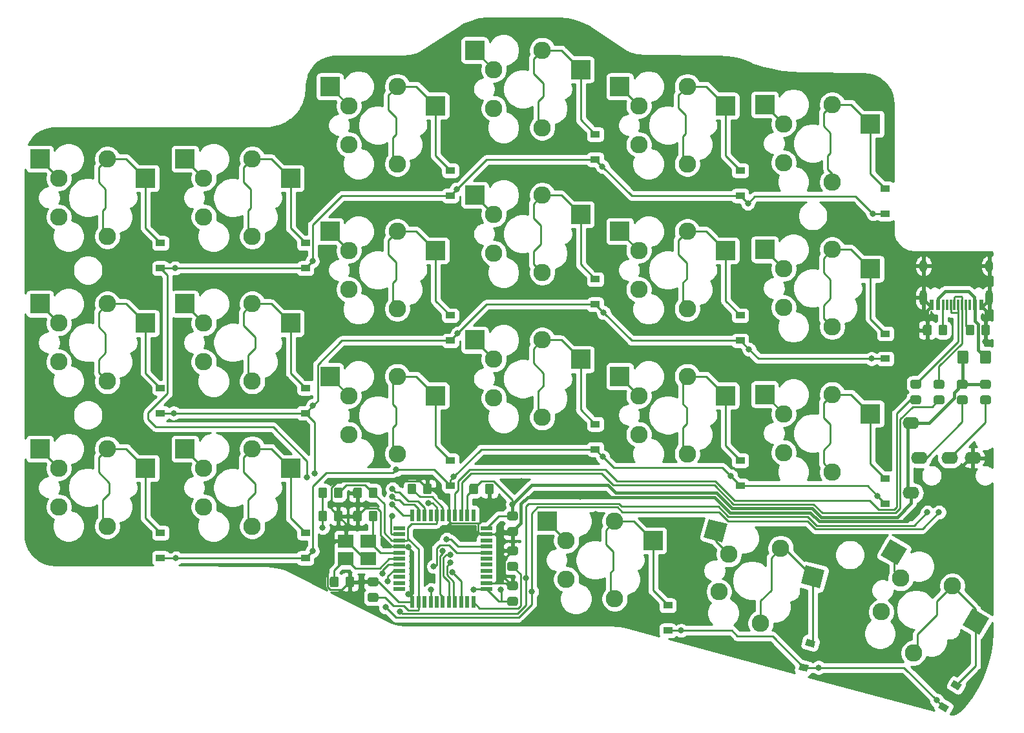
<source format=gbr>
%TF.GenerationSoftware,KiCad,Pcbnew,(5.1.10-1-10_14)*%
%TF.CreationDate,2022-01-29T17:31:24-08:00*%
%TF.ProjectId,phase,70686173-652e-46b6-9963-61645f706362,v1.0.1*%
%TF.SameCoordinates,Original*%
%TF.FileFunction,Copper,L1,Top*%
%TF.FilePolarity,Positive*%
%FSLAX46Y46*%
G04 Gerber Fmt 4.6, Leading zero omitted, Abs format (unit mm)*
G04 Created by KiCad (PCBNEW (5.1.10-1-10_14)) date 2022-01-29 17:31:24*
%MOMM*%
%LPD*%
G01*
G04 APERTURE LIST*
%TA.AperFunction,SMDPad,CuDef*%
%ADD10R,1.200000X0.900000*%
%TD*%
%TA.AperFunction,SMDPad,CuDef*%
%ADD11C,0.100000*%
%TD*%
%TA.AperFunction,ComponentPad*%
%ADD12O,2.200000X1.600000*%
%TD*%
%TA.AperFunction,ComponentPad*%
%ADD13O,1.000000X1.600000*%
%TD*%
%TA.AperFunction,ComponentPad*%
%ADD14O,1.000000X2.100000*%
%TD*%
%TA.AperFunction,SMDPad,CuDef*%
%ADD15R,0.300000X1.450000*%
%TD*%
%TA.AperFunction,SMDPad,CuDef*%
%ADD16R,0.600000X1.450000*%
%TD*%
%TA.AperFunction,SMDPad,CuDef*%
%ADD17R,2.550000X2.500000*%
%TD*%
%TA.AperFunction,ComponentPad*%
%ADD18C,2.286000*%
%TD*%
%TA.AperFunction,SMDPad,CuDef*%
%ADD19R,1.500000X0.550000*%
%TD*%
%TA.AperFunction,SMDPad,CuDef*%
%ADD20R,0.550000X1.500000*%
%TD*%
%TA.AperFunction,SMDPad,CuDef*%
%ADD21R,2.100000X1.800000*%
%TD*%
%TA.AperFunction,ViaPad*%
%ADD22C,0.800000*%
%TD*%
%TA.AperFunction,Conductor*%
%ADD23C,0.381000*%
%TD*%
%TA.AperFunction,Conductor*%
%ADD24C,0.254000*%
%TD*%
%TA.AperFunction,Conductor*%
%ADD25C,0.100000*%
%TD*%
G04 APERTURE END LIST*
D10*
%TO.P,D1,2*%
%TO.N,Net-(D1-Pad2)*%
X59500000Y-74950000D03*
%TO.P,D1,1*%
%TO.N,/row0*%
X59500000Y-78250000D03*
%TD*%
%TO.P,D2,2*%
%TO.N,Net-(D2-Pad2)*%
X59500000Y-93950000D03*
%TO.P,D2,1*%
%TO.N,/row1*%
X59500000Y-97250000D03*
%TD*%
%TO.P,D3,2*%
%TO.N,Net-(D3-Pad2)*%
X59500000Y-112950000D03*
%TO.P,D3,1*%
%TO.N,/row2*%
X59500000Y-116250000D03*
%TD*%
%TO.P,D4,2*%
%TO.N,Net-(D4-Pad2)*%
X78500000Y-74950000D03*
%TO.P,D4,1*%
%TO.N,/row0*%
X78500000Y-78250000D03*
%TD*%
%TO.P,D5,2*%
%TO.N,Net-(D5-Pad2)*%
X78500000Y-93950000D03*
%TO.P,D5,1*%
%TO.N,/row1*%
X78500000Y-97250000D03*
%TD*%
%TO.P,D6,2*%
%TO.N,Net-(D6-Pad2)*%
X78500000Y-112950000D03*
%TO.P,D6,1*%
%TO.N,/row2*%
X78500000Y-116250000D03*
%TD*%
%TO.P,D7,2*%
%TO.N,Net-(D7-Pad2)*%
X97500000Y-65450000D03*
%TO.P,D7,1*%
%TO.N,/row0*%
X97500000Y-68750000D03*
%TD*%
%TO.P,D8,2*%
%TO.N,Net-(D8-Pad2)*%
X97500000Y-84450000D03*
%TO.P,D8,1*%
%TO.N,/row1*%
X97500000Y-87750000D03*
%TD*%
%TO.P,D9,2*%
%TO.N,Net-(D9-Pad2)*%
X97500000Y-103450000D03*
%TO.P,D9,1*%
%TO.N,/row2*%
X97500000Y-106750000D03*
%TD*%
%TO.P,D10,2*%
%TO.N,Net-(D10-Pad2)*%
X116500000Y-60700000D03*
%TO.P,D10,1*%
%TO.N,/row0*%
X116500000Y-64000000D03*
%TD*%
%TO.P,D11,2*%
%TO.N,Net-(D11-Pad2)*%
X116500000Y-79700000D03*
%TO.P,D11,1*%
%TO.N,/row1*%
X116500000Y-83000000D03*
%TD*%
%TO.P,D12,2*%
%TO.N,Net-(D12-Pad2)*%
X116500000Y-98700000D03*
%TO.P,D12,1*%
%TO.N,/row2*%
X116500000Y-102000000D03*
%TD*%
%TO.P,D13,2*%
%TO.N,Net-(D13-Pad2)*%
X126000000Y-122450000D03*
%TO.P,D13,1*%
%TO.N,/row3*%
X126000000Y-125750000D03*
%TD*%
%TO.P,D14,2*%
%TO.N,Net-(D14-Pad2)*%
X135500000Y-65450000D03*
%TO.P,D14,1*%
%TO.N,/row0*%
X135500000Y-68750000D03*
%TD*%
%TO.P,D15,2*%
%TO.N,Net-(D15-Pad2)*%
X135500000Y-84450000D03*
%TO.P,D15,1*%
%TO.N,/row1*%
X135500000Y-87750000D03*
%TD*%
%TO.P,D16,2*%
%TO.N,Net-(D16-Pad2)*%
X135500000Y-103450000D03*
%TO.P,D16,1*%
%TO.N,/row2*%
X135500000Y-106750000D03*
%TD*%
%TA.AperFunction,SMDPad,CuDef*%
D11*
%TO.P,D17,2*%
%TO.N,Net-(D17-Pad2)*%
G36*
X145130138Y-127999180D02*
G01*
X143971027Y-127688597D01*
X144203964Y-126819264D01*
X145363075Y-127129847D01*
X145130138Y-127999180D01*
G37*
%TD.AperFunction*%
%TA.AperFunction,SMDPad,CuDef*%
%TO.P,D17,1*%
%TO.N,/row3*%
G36*
X144276036Y-131186736D02*
G01*
X143116925Y-130876153D01*
X143349862Y-130006820D01*
X144508973Y-130317403D01*
X144276036Y-131186736D01*
G37*
%TD.AperFunction*%
%TD*%
D10*
%TO.P,D18,2*%
%TO.N,Net-(D18-Pad2)*%
X154500000Y-67825000D03*
%TO.P,D18,1*%
%TO.N,/row0*%
X154500000Y-71125000D03*
%TD*%
%TO.P,D19,2*%
%TO.N,Net-(D19-Pad2)*%
X154500000Y-86825000D03*
%TO.P,D19,1*%
%TO.N,/row1*%
X154500000Y-90125000D03*
%TD*%
%TO.P,D20,2*%
%TO.N,Net-(D20-Pad2)*%
X154500000Y-105825000D03*
%TO.P,D20,1*%
%TO.N,/row2*%
X154500000Y-109125000D03*
%TD*%
%TA.AperFunction,SMDPad,CuDef*%
D11*
%TO.P,D21,2*%
%TO.N,Net-(D21-Pad2)*%
G36*
X164084615Y-133606769D02*
G01*
X163045385Y-133006769D01*
X163495385Y-132227347D01*
X164534615Y-132827347D01*
X164084615Y-133606769D01*
G37*
%TD.AperFunction*%
%TA.AperFunction,SMDPad,CuDef*%
%TO.P,D21,1*%
%TO.N,/row3*%
G36*
X162434615Y-136464653D02*
G01*
X161395385Y-135864653D01*
X161845385Y-135085231D01*
X162884615Y-135685231D01*
X162434615Y-136464653D01*
G37*
%TD.AperFunction*%
%TD*%
%TO.P,SW1,2*%
%TO.N,Net-(R5-Pad1)*%
%TA.AperFunction,SMDPad,CuDef*%
G36*
G01*
X81347000Y-110293999D02*
X81347000Y-111194001D01*
G75*
G02*
X81097001Y-111444000I-249999J0D01*
G01*
X80446999Y-111444000D01*
G75*
G02*
X80197000Y-111194001I0J249999D01*
G01*
X80197000Y-110293999D01*
G75*
G02*
X80446999Y-110044000I249999J0D01*
G01*
X81097001Y-110044000D01*
G75*
G02*
X81347000Y-110293999I0J-249999D01*
G01*
G37*
%TD.AperFunction*%
%TO.P,SW1,1*%
%TO.N,GND*%
%TA.AperFunction,SMDPad,CuDef*%
G36*
G01*
X83397000Y-110293999D02*
X83397000Y-111194001D01*
G75*
G02*
X83147001Y-111444000I-249999J0D01*
G01*
X82496999Y-111444000D01*
G75*
G02*
X82247000Y-111194001I0J249999D01*
G01*
X82247000Y-110293999D01*
G75*
G02*
X82496999Y-110044000I249999J0D01*
G01*
X83147001Y-110044000D01*
G75*
G02*
X83397000Y-110293999I0J-249999D01*
G01*
G37*
%TD.AperFunction*%
%TD*%
D12*
%TO.P,J2,T*%
%TO.N,+5V*%
X157864000Y-107724000D03*
X157864000Y-98524000D03*
%TO.P,J2,R1*%
%TO.N,/SDA*%
X158964000Y-103124000D03*
%TO.P,J2,S*%
%TO.N,GND*%
X165964000Y-103124000D03*
%TO.P,J2,R2*%
%TO.N,/SCL*%
X162964000Y-103124000D03*
%TD*%
%TO.P,C1,2*%
%TO.N,GND*%
%TA.AperFunction,SMDPad,CuDef*%
G36*
G01*
X83753000Y-119830001D02*
X83753000Y-118929999D01*
G75*
G02*
X84002999Y-118680000I249999J0D01*
G01*
X84653001Y-118680000D01*
G75*
G02*
X84903000Y-118929999I0J-249999D01*
G01*
X84903000Y-119830001D01*
G75*
G02*
X84653001Y-120080000I-249999J0D01*
G01*
X84002999Y-120080000D01*
G75*
G02*
X83753000Y-119830001I0J249999D01*
G01*
G37*
%TD.AperFunction*%
%TO.P,C1,1*%
%TO.N,Net-(C1-Pad1)*%
%TA.AperFunction,SMDPad,CuDef*%
G36*
G01*
X81703000Y-119830001D02*
X81703000Y-118929999D01*
G75*
G02*
X81952999Y-118680000I249999J0D01*
G01*
X82603001Y-118680000D01*
G75*
G02*
X82853000Y-118929999I0J-249999D01*
G01*
X82853000Y-119830001D01*
G75*
G02*
X82603001Y-120080000I-249999J0D01*
G01*
X81952999Y-120080000D01*
G75*
G02*
X81703000Y-119830001I0J249999D01*
G01*
G37*
%TD.AperFunction*%
%TD*%
%TO.P,C2,2*%
%TO.N,GND*%
%TA.AperFunction,SMDPad,CuDef*%
G36*
G01*
X85901000Y-110293999D02*
X85901000Y-111194001D01*
G75*
G02*
X85651001Y-111444000I-249999J0D01*
G01*
X85000999Y-111444000D01*
G75*
G02*
X84751000Y-111194001I0J249999D01*
G01*
X84751000Y-110293999D01*
G75*
G02*
X85000999Y-110044000I249999J0D01*
G01*
X85651001Y-110044000D01*
G75*
G02*
X85901000Y-110293999I0J-249999D01*
G01*
G37*
%TD.AperFunction*%
%TO.P,C2,1*%
%TO.N,Net-(C2-Pad1)*%
%TA.AperFunction,SMDPad,CuDef*%
G36*
G01*
X87951000Y-110293999D02*
X87951000Y-111194001D01*
G75*
G02*
X87701001Y-111444000I-249999J0D01*
G01*
X87050999Y-111444000D01*
G75*
G02*
X86801000Y-111194001I0J249999D01*
G01*
X86801000Y-110293999D01*
G75*
G02*
X87050999Y-110044000I249999J0D01*
G01*
X87701001Y-110044000D01*
G75*
G02*
X87951000Y-110293999I0J-249999D01*
G01*
G37*
%TD.AperFunction*%
%TD*%
%TO.P,C3,2*%
%TO.N,+5V*%
%TA.AperFunction,SMDPad,CuDef*%
G36*
G01*
X105213999Y-121354000D02*
X106114001Y-121354000D01*
G75*
G02*
X106364000Y-121603999I0J-249999D01*
G01*
X106364000Y-122254001D01*
G75*
G02*
X106114001Y-122504000I-249999J0D01*
G01*
X105213999Y-122504000D01*
G75*
G02*
X104964000Y-122254001I0J249999D01*
G01*
X104964000Y-121603999D01*
G75*
G02*
X105213999Y-121354000I249999J0D01*
G01*
G37*
%TD.AperFunction*%
%TO.P,C3,1*%
%TO.N,GND*%
%TA.AperFunction,SMDPad,CuDef*%
G36*
G01*
X105213999Y-119304000D02*
X106114001Y-119304000D01*
G75*
G02*
X106364000Y-119553999I0J-249999D01*
G01*
X106364000Y-120204001D01*
G75*
G02*
X106114001Y-120454000I-249999J0D01*
G01*
X105213999Y-120454000D01*
G75*
G02*
X104964000Y-120204001I0J249999D01*
G01*
X104964000Y-119553999D01*
G75*
G02*
X105213999Y-119304000I249999J0D01*
G01*
G37*
%TD.AperFunction*%
%TD*%
%TO.P,C4,2*%
%TO.N,+5V*%
%TA.AperFunction,SMDPad,CuDef*%
G36*
G01*
X86925999Y-120837000D02*
X87826001Y-120837000D01*
G75*
G02*
X88076000Y-121086999I0J-249999D01*
G01*
X88076000Y-121737001D01*
G75*
G02*
X87826001Y-121987000I-249999J0D01*
G01*
X86925999Y-121987000D01*
G75*
G02*
X86676000Y-121737001I0J249999D01*
G01*
X86676000Y-121086999D01*
G75*
G02*
X86925999Y-120837000I249999J0D01*
G01*
G37*
%TD.AperFunction*%
%TO.P,C4,1*%
%TO.N,GND*%
%TA.AperFunction,SMDPad,CuDef*%
G36*
G01*
X86925999Y-118787000D02*
X87826001Y-118787000D01*
G75*
G02*
X88076000Y-119036999I0J-249999D01*
G01*
X88076000Y-119687001D01*
G75*
G02*
X87826001Y-119937000I-249999J0D01*
G01*
X86925999Y-119937000D01*
G75*
G02*
X86676000Y-119687001I0J249999D01*
G01*
X86676000Y-119036999D01*
G75*
G02*
X86925999Y-118787000I249999J0D01*
G01*
G37*
%TD.AperFunction*%
%TD*%
%TO.P,C5,2*%
%TO.N,+5V*%
%TA.AperFunction,SMDPad,CuDef*%
G36*
G01*
X86801000Y-108146001D02*
X86801000Y-107245999D01*
G75*
G02*
X87050999Y-106996000I249999J0D01*
G01*
X87701001Y-106996000D01*
G75*
G02*
X87951000Y-107245999I0J-249999D01*
G01*
X87951000Y-108146001D01*
G75*
G02*
X87701001Y-108396000I-249999J0D01*
G01*
X87050999Y-108396000D01*
G75*
G02*
X86801000Y-108146001I0J249999D01*
G01*
G37*
%TD.AperFunction*%
%TO.P,C5,1*%
%TO.N,GND*%
%TA.AperFunction,SMDPad,CuDef*%
G36*
G01*
X84751000Y-108146001D02*
X84751000Y-107245999D01*
G75*
G02*
X85000999Y-106996000I249999J0D01*
G01*
X85651001Y-106996000D01*
G75*
G02*
X85901000Y-107245999I0J-249999D01*
G01*
X85901000Y-108146001D01*
G75*
G02*
X85651001Y-108396000I-249999J0D01*
G01*
X85000999Y-108396000D01*
G75*
G02*
X84751000Y-108146001I0J249999D01*
G01*
G37*
%TD.AperFunction*%
%TD*%
%TO.P,C6,2*%
%TO.N,+5V*%
%TA.AperFunction,SMDPad,CuDef*%
G36*
G01*
X101141000Y-106737999D02*
X101141000Y-107638001D01*
G75*
G02*
X100891001Y-107888000I-249999J0D01*
G01*
X100240999Y-107888000D01*
G75*
G02*
X99991000Y-107638001I0J249999D01*
G01*
X99991000Y-106737999D01*
G75*
G02*
X100240999Y-106488000I249999J0D01*
G01*
X100891001Y-106488000D01*
G75*
G02*
X101141000Y-106737999I0J-249999D01*
G01*
G37*
%TD.AperFunction*%
%TO.P,C6,1*%
%TO.N,GND*%
%TA.AperFunction,SMDPad,CuDef*%
G36*
G01*
X103191000Y-106737999D02*
X103191000Y-107638001D01*
G75*
G02*
X102941001Y-107888000I-249999J0D01*
G01*
X102290999Y-107888000D01*
G75*
G02*
X102041000Y-107638001I0J249999D01*
G01*
X102041000Y-106737999D01*
G75*
G02*
X102290999Y-106488000I249999J0D01*
G01*
X102941001Y-106488000D01*
G75*
G02*
X103191000Y-106737999I0J-249999D01*
G01*
G37*
%TD.AperFunction*%
%TD*%
%TO.P,C7,2*%
%TO.N,+5V*%
%TA.AperFunction,SMDPad,CuDef*%
G36*
G01*
X106114001Y-111310000D02*
X105213999Y-111310000D01*
G75*
G02*
X104964000Y-111060001I0J249999D01*
G01*
X104964000Y-110409999D01*
G75*
G02*
X105213999Y-110160000I249999J0D01*
G01*
X106114001Y-110160000D01*
G75*
G02*
X106364000Y-110409999I0J-249999D01*
G01*
X106364000Y-111060001D01*
G75*
G02*
X106114001Y-111310000I-249999J0D01*
G01*
G37*
%TD.AperFunction*%
%TO.P,C7,1*%
%TO.N,GND*%
%TA.AperFunction,SMDPad,CuDef*%
G36*
G01*
X106114001Y-113360000D02*
X105213999Y-113360000D01*
G75*
G02*
X104964000Y-113110001I0J249999D01*
G01*
X104964000Y-112459999D01*
G75*
G02*
X105213999Y-112210000I249999J0D01*
G01*
X106114001Y-112210000D01*
G75*
G02*
X106364000Y-112459999I0J-249999D01*
G01*
X106364000Y-113110001D01*
G75*
G02*
X106114001Y-113360000I-249999J0D01*
G01*
G37*
%TD.AperFunction*%
%TD*%
%TO.P,C8,2*%
%TO.N,Net-(C8-Pad2)*%
%TA.AperFunction,SMDPad,CuDef*%
G36*
G01*
X93031000Y-106737999D02*
X93031000Y-107638001D01*
G75*
G02*
X92781001Y-107888000I-249999J0D01*
G01*
X92130999Y-107888000D01*
G75*
G02*
X91881000Y-107638001I0J249999D01*
G01*
X91881000Y-106737999D01*
G75*
G02*
X92130999Y-106488000I249999J0D01*
G01*
X92781001Y-106488000D01*
G75*
G02*
X93031000Y-106737999I0J-249999D01*
G01*
G37*
%TD.AperFunction*%
%TO.P,C8,1*%
%TO.N,GND*%
%TA.AperFunction,SMDPad,CuDef*%
G36*
G01*
X95081000Y-106737999D02*
X95081000Y-107638001D01*
G75*
G02*
X94831001Y-107888000I-249999J0D01*
G01*
X94180999Y-107888000D01*
G75*
G02*
X93931000Y-107638001I0J249999D01*
G01*
X93931000Y-106737999D01*
G75*
G02*
X94180999Y-106488000I249999J0D01*
G01*
X94831001Y-106488000D01*
G75*
G02*
X95081000Y-106737999I0J-249999D01*
G01*
G37*
%TD.AperFunction*%
%TD*%
%TO.P,F1,1*%
%TO.N,+5V*%
%TA.AperFunction,SMDPad,CuDef*%
G36*
G01*
X163952500Y-90541000D02*
X163952500Y-89291000D01*
G75*
G02*
X164202500Y-89041000I250000J0D01*
G01*
X165127500Y-89041000D01*
G75*
G02*
X165377500Y-89291000I0J-250000D01*
G01*
X165377500Y-90541000D01*
G75*
G02*
X165127500Y-90791000I-250000J0D01*
G01*
X164202500Y-90791000D01*
G75*
G02*
X163952500Y-90541000I0J250000D01*
G01*
G37*
%TD.AperFunction*%
%TO.P,F1,2*%
%TO.N,Net-(F1-Pad2)*%
%TA.AperFunction,SMDPad,CuDef*%
G36*
G01*
X166927500Y-90541000D02*
X166927500Y-89291000D01*
G75*
G02*
X167177500Y-89041000I250000J0D01*
G01*
X168102500Y-89041000D01*
G75*
G02*
X168352500Y-89291000I0J-250000D01*
G01*
X168352500Y-90541000D01*
G75*
G02*
X168102500Y-90791000I-250000J0D01*
G01*
X167177500Y-90791000D01*
G75*
G02*
X166927500Y-90541000I0J250000D01*
G01*
G37*
%TD.AperFunction*%
%TD*%
D13*
%TO.P,J1,S1*%
%TO.N,GND*%
X159510000Y-77944000D03*
X168150000Y-77944000D03*
D14*
X168150000Y-82124000D03*
X159510000Y-82124000D03*
D15*
%TO.P,J1,A6*%
%TO.N,Net-(J1-PadA6)*%
X164080000Y-83039000D03*
%TO.P,J1,B5*%
%TO.N,Net-(J1-PadB5)*%
X162080000Y-83039000D03*
%TO.P,J1,A8*%
%TO.N,Net-(J1-PadA8)*%
X162580000Y-83039000D03*
%TO.P,J1,B6*%
%TO.N,Net-(J1-PadA6)*%
X163080000Y-83039000D03*
%TO.P,J1,A7*%
%TO.N,Net-(J1-PadA7)*%
X163580000Y-83039000D03*
%TO.P,J1,B7*%
X164580000Y-83039000D03*
%TO.P,J1,A5*%
%TO.N,Net-(J1-PadA5)*%
X165080000Y-83039000D03*
%TO.P,J1,B8*%
%TO.N,Net-(J1-PadB8)*%
X165580000Y-83039000D03*
D16*
%TO.P,J1,A12*%
%TO.N,GND*%
X160580000Y-83039000D03*
%TO.P,J1,B4*%
%TO.N,Net-(F1-Pad2)*%
X161380000Y-83039000D03*
%TO.P,J1,A4*%
X166280000Y-83039000D03*
%TO.P,J1,A1*%
%TO.N,GND*%
X167080000Y-83039000D03*
%TO.P,J1,B12*%
X167080000Y-83039000D03*
%TO.P,J1,B9*%
%TO.N,Net-(F1-Pad2)*%
X166280000Y-83039000D03*
%TO.P,J1,A9*%
X161380000Y-83039000D03*
%TO.P,J1,B1*%
%TO.N,GND*%
X160580000Y-83039000D03*
%TD*%
D17*
%TO.P,K1,2*%
%TO.N,Net-(D1-Pad2)*%
X57560000Y-66460000D03*
D18*
%TO.P,K1,1*%
%TO.N,/col0*%
X46190000Y-66460000D03*
%TO.P,K1,2*%
%TO.N,Net-(D1-Pad2)*%
X52540000Y-63920000D03*
D17*
%TO.P,K1,1*%
%TO.N,/col0*%
X43710000Y-63920000D03*
D18*
X46190000Y-71540000D03*
%TO.P,K1,2*%
%TO.N,Net-(D1-Pad2)*%
X52540000Y-74080000D03*
%TD*%
D17*
%TO.P,K2,2*%
%TO.N,Net-(D2-Pad2)*%
X57560000Y-85460000D03*
D18*
%TO.P,K2,1*%
%TO.N,/col0*%
X46190000Y-85460000D03*
%TO.P,K2,2*%
%TO.N,Net-(D2-Pad2)*%
X52540000Y-82920000D03*
D17*
%TO.P,K2,1*%
%TO.N,/col0*%
X43710000Y-82920000D03*
D18*
X46190000Y-90540000D03*
%TO.P,K2,2*%
%TO.N,Net-(D2-Pad2)*%
X52540000Y-93080000D03*
%TD*%
D17*
%TO.P,K3,2*%
%TO.N,Net-(D3-Pad2)*%
X57560000Y-104460000D03*
D18*
%TO.P,K3,1*%
%TO.N,/col0*%
X46190000Y-104460000D03*
%TO.P,K3,2*%
%TO.N,Net-(D3-Pad2)*%
X52540000Y-101920000D03*
D17*
%TO.P,K3,1*%
%TO.N,/col0*%
X43710000Y-101920000D03*
D18*
X46190000Y-109540000D03*
%TO.P,K3,2*%
%TO.N,Net-(D3-Pad2)*%
X52540000Y-112080000D03*
%TD*%
D17*
%TO.P,K4,2*%
%TO.N,Net-(D4-Pad2)*%
X76560000Y-66460000D03*
D18*
%TO.P,K4,1*%
%TO.N,/col1*%
X65190000Y-66460000D03*
%TO.P,K4,2*%
%TO.N,Net-(D4-Pad2)*%
X71540000Y-63920000D03*
D17*
%TO.P,K4,1*%
%TO.N,/col1*%
X62710000Y-63920000D03*
D18*
X65190000Y-71540000D03*
%TO.P,K4,2*%
%TO.N,Net-(D4-Pad2)*%
X71540000Y-74080000D03*
%TD*%
D17*
%TO.P,K5,2*%
%TO.N,Net-(D5-Pad2)*%
X76560000Y-85460000D03*
D18*
%TO.P,K5,1*%
%TO.N,/col1*%
X65190000Y-85460000D03*
%TO.P,K5,2*%
%TO.N,Net-(D5-Pad2)*%
X71540000Y-82920000D03*
D17*
%TO.P,K5,1*%
%TO.N,/col1*%
X62710000Y-82920000D03*
D18*
X65190000Y-90540000D03*
%TO.P,K5,2*%
%TO.N,Net-(D5-Pad2)*%
X71540000Y-93080000D03*
%TD*%
D17*
%TO.P,K6,2*%
%TO.N,Net-(D6-Pad2)*%
X76560000Y-104460000D03*
D18*
%TO.P,K6,1*%
%TO.N,/col1*%
X65190000Y-104460000D03*
%TO.P,K6,2*%
%TO.N,Net-(D6-Pad2)*%
X71540000Y-101920000D03*
D17*
%TO.P,K6,1*%
%TO.N,/col1*%
X62710000Y-101920000D03*
D18*
X65190000Y-109540000D03*
%TO.P,K6,2*%
%TO.N,Net-(D6-Pad2)*%
X71540000Y-112080000D03*
%TD*%
D17*
%TO.P,K7,2*%
%TO.N,Net-(D7-Pad2)*%
X95560000Y-56960000D03*
D18*
%TO.P,K7,1*%
%TO.N,/col2*%
X84190000Y-56960000D03*
%TO.P,K7,2*%
%TO.N,Net-(D7-Pad2)*%
X90540000Y-54420000D03*
D17*
%TO.P,K7,1*%
%TO.N,/col2*%
X81710000Y-54420000D03*
D18*
X84190000Y-62040000D03*
%TO.P,K7,2*%
%TO.N,Net-(D7-Pad2)*%
X90540000Y-64580000D03*
%TD*%
D17*
%TO.P,K8,2*%
%TO.N,Net-(D8-Pad2)*%
X95560000Y-75960000D03*
D18*
%TO.P,K8,1*%
%TO.N,/col2*%
X84190000Y-75960000D03*
%TO.P,K8,2*%
%TO.N,Net-(D8-Pad2)*%
X90540000Y-73420000D03*
D17*
%TO.P,K8,1*%
%TO.N,/col2*%
X81710000Y-73420000D03*
D18*
X84190000Y-81040000D03*
%TO.P,K8,2*%
%TO.N,Net-(D8-Pad2)*%
X90540000Y-83580000D03*
%TD*%
D17*
%TO.P,K9,2*%
%TO.N,Net-(D9-Pad2)*%
X95560000Y-94960000D03*
D18*
%TO.P,K9,1*%
%TO.N,/col2*%
X84190000Y-94960000D03*
%TO.P,K9,2*%
%TO.N,Net-(D9-Pad2)*%
X90540000Y-92420000D03*
D17*
%TO.P,K9,1*%
%TO.N,/col2*%
X81710000Y-92420000D03*
D18*
X84190000Y-100040000D03*
%TO.P,K9,2*%
%TO.N,Net-(D9-Pad2)*%
X90540000Y-102580000D03*
%TD*%
D17*
%TO.P,K10,2*%
%TO.N,Net-(D10-Pad2)*%
X114560000Y-52210000D03*
D18*
%TO.P,K10,1*%
%TO.N,/col3*%
X103190000Y-52210000D03*
%TO.P,K10,2*%
%TO.N,Net-(D10-Pad2)*%
X109540000Y-49670000D03*
D17*
%TO.P,K10,1*%
%TO.N,/col3*%
X100710000Y-49670000D03*
D18*
X103190000Y-57290000D03*
%TO.P,K10,2*%
%TO.N,Net-(D10-Pad2)*%
X109540000Y-59830000D03*
%TD*%
D17*
%TO.P,K11,2*%
%TO.N,Net-(D11-Pad2)*%
X114560000Y-71210000D03*
D18*
%TO.P,K11,1*%
%TO.N,/col3*%
X103190000Y-71210000D03*
%TO.P,K11,2*%
%TO.N,Net-(D11-Pad2)*%
X109540000Y-68670000D03*
D17*
%TO.P,K11,1*%
%TO.N,/col3*%
X100710000Y-68670000D03*
D18*
X103190000Y-76290000D03*
%TO.P,K11,2*%
%TO.N,Net-(D11-Pad2)*%
X109540000Y-78830000D03*
%TD*%
D17*
%TO.P,K12,2*%
%TO.N,Net-(D12-Pad2)*%
X114560000Y-90210000D03*
D18*
%TO.P,K12,1*%
%TO.N,/col3*%
X103190000Y-90210000D03*
%TO.P,K12,2*%
%TO.N,Net-(D12-Pad2)*%
X109540000Y-87670000D03*
D17*
%TO.P,K12,1*%
%TO.N,/col3*%
X100710000Y-87670000D03*
D18*
X103190000Y-95290000D03*
%TO.P,K12,2*%
%TO.N,Net-(D12-Pad2)*%
X109540000Y-97830000D03*
%TD*%
D17*
%TO.P,K13,2*%
%TO.N,Net-(D13-Pad2)*%
X124060000Y-113960000D03*
D18*
%TO.P,K13,1*%
%TO.N,/col3*%
X112690000Y-113960000D03*
%TO.P,K13,2*%
%TO.N,Net-(D13-Pad2)*%
X119040000Y-111420000D03*
D17*
%TO.P,K13,1*%
%TO.N,/col3*%
X110210000Y-111420000D03*
D18*
X112690000Y-119040000D03*
%TO.P,K13,2*%
%TO.N,Net-(D13-Pad2)*%
X119040000Y-121580000D03*
%TD*%
D17*
%TO.P,K14,2*%
%TO.N,Net-(D14-Pad2)*%
X133560000Y-56960000D03*
D18*
%TO.P,K14,1*%
%TO.N,/col4*%
X122190000Y-56960000D03*
%TO.P,K14,2*%
%TO.N,Net-(D14-Pad2)*%
X128540000Y-54420000D03*
D17*
%TO.P,K14,1*%
%TO.N,/col4*%
X119710000Y-54420000D03*
D18*
X122190000Y-62040000D03*
%TO.P,K14,2*%
%TO.N,Net-(D14-Pad2)*%
X128540000Y-64580000D03*
%TD*%
D17*
%TO.P,K15,2*%
%TO.N,Net-(D15-Pad2)*%
X133560000Y-75960000D03*
D18*
%TO.P,K15,1*%
%TO.N,/col4*%
X122190000Y-75960000D03*
%TO.P,K15,2*%
%TO.N,Net-(D15-Pad2)*%
X128540000Y-73420000D03*
D17*
%TO.P,K15,1*%
%TO.N,/col4*%
X119710000Y-73420000D03*
D18*
X122190000Y-81040000D03*
%TO.P,K15,2*%
%TO.N,Net-(D15-Pad2)*%
X128540000Y-83580000D03*
%TD*%
D17*
%TO.P,K16,2*%
%TO.N,Net-(D16-Pad2)*%
X133560000Y-94960000D03*
D18*
%TO.P,K16,1*%
%TO.N,/col4*%
X122190000Y-94960000D03*
%TO.P,K16,2*%
%TO.N,Net-(D16-Pad2)*%
X128540000Y-92420000D03*
D17*
%TO.P,K16,1*%
%TO.N,/col4*%
X119710000Y-92420000D03*
D18*
X122190000Y-100040000D03*
%TO.P,K16,2*%
%TO.N,Net-(D16-Pad2)*%
X128540000Y-102580000D03*
%TD*%
%TA.AperFunction,SMDPad,CuDef*%
D11*
%TO.P,K17,2*%
%TO.N,Net-(D17-Pad2)*%
G36*
X143435721Y-119583633D02*
G01*
X144082768Y-117168818D01*
X146545879Y-117828807D01*
X145898832Y-120243622D01*
X143435721Y-119583633D01*
G37*
%TD.AperFunction*%
D18*
%TO.P,K17,1*%
%TO.N,/col4*%
X134008223Y-115763448D03*
%TO.P,K17,2*%
%TO.N,Net-(D17-Pad2)*%
X140799252Y-114953497D03*
%TA.AperFunction,SMDPad,CuDef*%
D11*
%TO.P,K17,1*%
%TO.N,/col4*%
G36*
X130715048Y-113545538D02*
G01*
X131362095Y-111130723D01*
X133825206Y-111790712D01*
X133178159Y-114205527D01*
X130715048Y-113545538D01*
G37*
%TD.AperFunction*%
D18*
X132693422Y-120670351D03*
%TO.P,K17,2*%
%TO.N,Net-(D17-Pad2)*%
X138169651Y-124767304D03*
%TD*%
D17*
%TO.P,K18,2*%
%TO.N,Net-(D18-Pad2)*%
X152560000Y-59335000D03*
D18*
%TO.P,K18,1*%
%TO.N,/col5*%
X141190000Y-59335000D03*
%TO.P,K18,2*%
%TO.N,Net-(D18-Pad2)*%
X147540000Y-56795000D03*
D17*
%TO.P,K18,1*%
%TO.N,/col5*%
X138710000Y-56795000D03*
D18*
X141190000Y-64415000D03*
%TO.P,K18,2*%
%TO.N,Net-(D18-Pad2)*%
X147540000Y-66955000D03*
%TD*%
D17*
%TO.P,K19,2*%
%TO.N,Net-(D19-Pad2)*%
X152560000Y-78335000D03*
D18*
%TO.P,K19,1*%
%TO.N,/col5*%
X141190000Y-78335000D03*
%TO.P,K19,2*%
%TO.N,Net-(D19-Pad2)*%
X147540000Y-75795000D03*
D17*
%TO.P,K19,1*%
%TO.N,/col5*%
X138710000Y-75795000D03*
D18*
X141190000Y-83415000D03*
%TO.P,K19,2*%
%TO.N,Net-(D19-Pad2)*%
X147540000Y-85955000D03*
%TD*%
D17*
%TO.P,K20,2*%
%TO.N,Net-(D20-Pad2)*%
X152560000Y-97335000D03*
D18*
%TO.P,K20,1*%
%TO.N,/col5*%
X141190000Y-97335000D03*
%TO.P,K20,2*%
%TO.N,Net-(D20-Pad2)*%
X147540000Y-94795000D03*
D17*
%TO.P,K20,1*%
%TO.N,/col5*%
X138710000Y-94795000D03*
D18*
X141190000Y-102415000D03*
%TO.P,K20,2*%
%TO.N,Net-(D20-Pad2)*%
X147540000Y-104955000D03*
%TD*%
%TA.AperFunction,SMDPad,CuDef*%
D11*
%TO.P,K21,2*%
%TO.N,Net-(D21-Pad2)*%
G36*
X164625970Y-125039327D02*
G01*
X165875970Y-122874263D01*
X168084334Y-124149263D01*
X166834334Y-126314327D01*
X164625970Y-125039327D01*
G37*
%TD.AperFunction*%
D18*
%TO.P,K21,1*%
%TO.N,/col5*%
X156508443Y-118909295D03*
%TO.P,K21,2*%
%TO.N,Net-(D21-Pad2)*%
X163277705Y-119884591D03*
%TA.AperFunction,SMDPad,CuDef*%
D11*
%TO.P,K21,1*%
%TO.N,/col5*%
G36*
X153901518Y-115914623D02*
G01*
X155151518Y-113749559D01*
X157359882Y-115024559D01*
X156109882Y-117189623D01*
X153901518Y-115914623D01*
G37*
%TD.AperFunction*%
D18*
X153968443Y-123308705D03*
%TO.P,K21,2*%
%TO.N,Net-(D21-Pad2)*%
X158197705Y-128683409D03*
%TD*%
%TO.P,R1,2*%
%TO.N,Net-(J1-PadA5)*%
%TA.AperFunction,SMDPad,CuDef*%
G36*
G01*
X166174000Y-85909999D02*
X166174000Y-86810001D01*
G75*
G02*
X165924001Y-87060000I-249999J0D01*
G01*
X165273999Y-87060000D01*
G75*
G02*
X165024000Y-86810001I0J249999D01*
G01*
X165024000Y-85909999D01*
G75*
G02*
X165273999Y-85660000I249999J0D01*
G01*
X165924001Y-85660000D01*
G75*
G02*
X166174000Y-85909999I0J-249999D01*
G01*
G37*
%TD.AperFunction*%
%TO.P,R1,1*%
%TO.N,GND*%
%TA.AperFunction,SMDPad,CuDef*%
G36*
G01*
X168224000Y-85909999D02*
X168224000Y-86810001D01*
G75*
G02*
X167974001Y-87060000I-249999J0D01*
G01*
X167323999Y-87060000D01*
G75*
G02*
X167074000Y-86810001I0J249999D01*
G01*
X167074000Y-85909999D01*
G75*
G02*
X167323999Y-85660000I249999J0D01*
G01*
X167974001Y-85660000D01*
G75*
G02*
X168224000Y-85909999I0J-249999D01*
G01*
G37*
%TD.AperFunction*%
%TD*%
%TO.P,R2,2*%
%TO.N,Net-(J1-PadB5)*%
%TA.AperFunction,SMDPad,CuDef*%
G36*
G01*
X161477000Y-86810001D02*
X161477000Y-85909999D01*
G75*
G02*
X161726999Y-85660000I249999J0D01*
G01*
X162377001Y-85660000D01*
G75*
G02*
X162627000Y-85909999I0J-249999D01*
G01*
X162627000Y-86810001D01*
G75*
G02*
X162377001Y-87060000I-249999J0D01*
G01*
X161726999Y-87060000D01*
G75*
G02*
X161477000Y-86810001I0J249999D01*
G01*
G37*
%TD.AperFunction*%
%TO.P,R2,1*%
%TO.N,GND*%
%TA.AperFunction,SMDPad,CuDef*%
G36*
G01*
X159427000Y-86810001D02*
X159427000Y-85909999D01*
G75*
G02*
X159676999Y-85660000I249999J0D01*
G01*
X160327001Y-85660000D01*
G75*
G02*
X160577000Y-85909999I0J-249999D01*
G01*
X160577000Y-86810001D01*
G75*
G02*
X160327001Y-87060000I-249999J0D01*
G01*
X159676999Y-87060000D01*
G75*
G02*
X159427000Y-86810001I0J249999D01*
G01*
G37*
%TD.AperFunction*%
%TD*%
%TO.P,R3,2*%
%TO.N,Net-(J1-PadA7)*%
%TA.AperFunction,SMDPad,CuDef*%
G36*
G01*
X161994001Y-94047000D02*
X161093999Y-94047000D01*
G75*
G02*
X160844000Y-93797001I0J249999D01*
G01*
X160844000Y-93146999D01*
G75*
G02*
X161093999Y-92897000I249999J0D01*
G01*
X161994001Y-92897000D01*
G75*
G02*
X162244000Y-93146999I0J-249999D01*
G01*
X162244000Y-93797001D01*
G75*
G02*
X161994001Y-94047000I-249999J0D01*
G01*
G37*
%TD.AperFunction*%
%TO.P,R3,1*%
%TO.N,/D-*%
%TA.AperFunction,SMDPad,CuDef*%
G36*
G01*
X161994001Y-96097000D02*
X161093999Y-96097000D01*
G75*
G02*
X160844000Y-95847001I0J249999D01*
G01*
X160844000Y-95196999D01*
G75*
G02*
X161093999Y-94947000I249999J0D01*
G01*
X161994001Y-94947000D01*
G75*
G02*
X162244000Y-95196999I0J-249999D01*
G01*
X162244000Y-95847001D01*
G75*
G02*
X161994001Y-96097000I-249999J0D01*
G01*
G37*
%TD.AperFunction*%
%TD*%
%TO.P,R4,2*%
%TO.N,Net-(J1-PadA6)*%
%TA.AperFunction,SMDPad,CuDef*%
G36*
G01*
X158946001Y-94029000D02*
X158045999Y-94029000D01*
G75*
G02*
X157796000Y-93779001I0J249999D01*
G01*
X157796000Y-93128999D01*
G75*
G02*
X158045999Y-92879000I249999J0D01*
G01*
X158946001Y-92879000D01*
G75*
G02*
X159196000Y-93128999I0J-249999D01*
G01*
X159196000Y-93779001D01*
G75*
G02*
X158946001Y-94029000I-249999J0D01*
G01*
G37*
%TD.AperFunction*%
%TO.P,R4,1*%
%TO.N,/D+*%
%TA.AperFunction,SMDPad,CuDef*%
G36*
G01*
X158946001Y-96079000D02*
X158045999Y-96079000D01*
G75*
G02*
X157796000Y-95829001I0J249999D01*
G01*
X157796000Y-95178999D01*
G75*
G02*
X158045999Y-94929000I249999J0D01*
G01*
X158946001Y-94929000D01*
G75*
G02*
X159196000Y-95178999I0J-249999D01*
G01*
X159196000Y-95829001D01*
G75*
G02*
X158946001Y-96079000I-249999J0D01*
G01*
G37*
%TD.AperFunction*%
%TD*%
%TO.P,R5,2*%
%TO.N,+5V*%
%TA.AperFunction,SMDPad,CuDef*%
G36*
G01*
X82247000Y-108146001D02*
X82247000Y-107245999D01*
G75*
G02*
X82496999Y-106996000I249999J0D01*
G01*
X83147001Y-106996000D01*
G75*
G02*
X83397000Y-107245999I0J-249999D01*
G01*
X83397000Y-108146001D01*
G75*
G02*
X83147001Y-108396000I-249999J0D01*
G01*
X82496999Y-108396000D01*
G75*
G02*
X82247000Y-108146001I0J249999D01*
G01*
G37*
%TD.AperFunction*%
%TO.P,R5,1*%
%TO.N,Net-(R5-Pad1)*%
%TA.AperFunction,SMDPad,CuDef*%
G36*
G01*
X80197000Y-108146001D02*
X80197000Y-107245999D01*
G75*
G02*
X80446999Y-106996000I249999J0D01*
G01*
X81097001Y-106996000D01*
G75*
G02*
X81347000Y-107245999I0J-249999D01*
G01*
X81347000Y-108146001D01*
G75*
G02*
X81097001Y-108396000I-249999J0D01*
G01*
X80446999Y-108396000D01*
G75*
G02*
X80197000Y-108146001I0J249999D01*
G01*
G37*
%TD.AperFunction*%
%TD*%
%TO.P,R6,2*%
%TO.N,Net-(R6-Pad2)*%
%TA.AperFunction,SMDPad,CuDef*%
G36*
G01*
X105213999Y-116773000D02*
X106114001Y-116773000D01*
G75*
G02*
X106364000Y-117022999I0J-249999D01*
G01*
X106364000Y-117673001D01*
G75*
G02*
X106114001Y-117923000I-249999J0D01*
G01*
X105213999Y-117923000D01*
G75*
G02*
X104964000Y-117673001I0J249999D01*
G01*
X104964000Y-117022999D01*
G75*
G02*
X105213999Y-116773000I249999J0D01*
G01*
G37*
%TD.AperFunction*%
%TO.P,R6,1*%
%TO.N,GND*%
%TA.AperFunction,SMDPad,CuDef*%
G36*
G01*
X105213999Y-114723000D02*
X106114001Y-114723000D01*
G75*
G02*
X106364000Y-114972999I0J-249999D01*
G01*
X106364000Y-115623001D01*
G75*
G02*
X106114001Y-115873000I-249999J0D01*
G01*
X105213999Y-115873000D01*
G75*
G02*
X104964000Y-115623001I0J249999D01*
G01*
X104964000Y-114972999D01*
G75*
G02*
X105213999Y-114723000I249999J0D01*
G01*
G37*
%TD.AperFunction*%
%TD*%
%TO.P,R7,2*%
%TO.N,+5V*%
%TA.AperFunction,SMDPad,CuDef*%
G36*
G01*
X165042001Y-94047000D02*
X164141999Y-94047000D01*
G75*
G02*
X163892000Y-93797001I0J249999D01*
G01*
X163892000Y-93146999D01*
G75*
G02*
X164141999Y-92897000I249999J0D01*
G01*
X165042001Y-92897000D01*
G75*
G02*
X165292000Y-93146999I0J-249999D01*
G01*
X165292000Y-93797001D01*
G75*
G02*
X165042001Y-94047000I-249999J0D01*
G01*
G37*
%TD.AperFunction*%
%TO.P,R7,1*%
%TO.N,/SDA*%
%TA.AperFunction,SMDPad,CuDef*%
G36*
G01*
X165042001Y-96097000D02*
X164141999Y-96097000D01*
G75*
G02*
X163892000Y-95847001I0J249999D01*
G01*
X163892000Y-95196999D01*
G75*
G02*
X164141999Y-94947000I249999J0D01*
G01*
X165042001Y-94947000D01*
G75*
G02*
X165292000Y-95196999I0J-249999D01*
G01*
X165292000Y-95847001D01*
G75*
G02*
X165042001Y-96097000I-249999J0D01*
G01*
G37*
%TD.AperFunction*%
%TD*%
%TO.P,R8,2*%
%TO.N,+5V*%
%TA.AperFunction,SMDPad,CuDef*%
G36*
G01*
X168090001Y-94047000D02*
X167189999Y-94047000D01*
G75*
G02*
X166940000Y-93797001I0J249999D01*
G01*
X166940000Y-93146999D01*
G75*
G02*
X167189999Y-92897000I249999J0D01*
G01*
X168090001Y-92897000D01*
G75*
G02*
X168340000Y-93146999I0J-249999D01*
G01*
X168340000Y-93797001D01*
G75*
G02*
X168090001Y-94047000I-249999J0D01*
G01*
G37*
%TD.AperFunction*%
%TO.P,R8,1*%
%TO.N,/SCL*%
%TA.AperFunction,SMDPad,CuDef*%
G36*
G01*
X168090001Y-96097000D02*
X167189999Y-96097000D01*
G75*
G02*
X166940000Y-95847001I0J249999D01*
G01*
X166940000Y-95196999D01*
G75*
G02*
X167189999Y-94947000I249999J0D01*
G01*
X168090001Y-94947000D01*
G75*
G02*
X168340000Y-95196999I0J-249999D01*
G01*
X168340000Y-95847001D01*
G75*
G02*
X168090001Y-96097000I-249999J0D01*
G01*
G37*
%TD.AperFunction*%
%TD*%
D19*
%TO.P,U1,44*%
%TO.N,+5V*%
X102220000Y-112332000D03*
%TO.P,U1,43*%
%TO.N,GND*%
X102220000Y-113132000D03*
%TO.P,U1,42*%
%TO.N,Net-(U1-Pad42)*%
X102220000Y-113932000D03*
%TO.P,U1,41*%
%TO.N,/col2*%
X102220000Y-114732000D03*
%TO.P,U1,40*%
%TO.N,/col1*%
X102220000Y-115532000D03*
%TO.P,U1,39*%
%TO.N,Net-(U1-Pad39)*%
X102220000Y-116332000D03*
%TO.P,U1,38*%
%TO.N,Net-(U1-Pad38)*%
X102220000Y-117132000D03*
%TO.P,U1,37*%
%TO.N,Net-(U1-Pad37)*%
X102220000Y-117932000D03*
%TO.P,U1,36*%
%TO.N,Net-(U1-Pad36)*%
X102220000Y-118732000D03*
%TO.P,U1,35*%
%TO.N,GND*%
X102220000Y-119532000D03*
%TO.P,U1,34*%
%TO.N,+5V*%
X102220000Y-120332000D03*
D20*
%TO.P,U1,33*%
%TO.N,Net-(R6-Pad2)*%
X100520000Y-122032000D03*
%TO.P,U1,32*%
%TO.N,Net-(U1-Pad32)*%
X99720000Y-122032000D03*
%TO.P,U1,31*%
%TO.N,/col3*%
X98920000Y-122032000D03*
%TO.P,U1,30*%
%TO.N,/col4*%
X98120000Y-122032000D03*
%TO.P,U1,29*%
%TO.N,/col5*%
X97320000Y-122032000D03*
%TO.P,U1,28*%
%TO.N,/row3*%
X96520000Y-122032000D03*
%TO.P,U1,27*%
%TO.N,Net-(U1-Pad27)*%
X95720000Y-122032000D03*
%TO.P,U1,26*%
%TO.N,/col0*%
X94920000Y-122032000D03*
%TO.P,U1,25*%
%TO.N,Net-(U1-Pad25)*%
X94120000Y-122032000D03*
%TO.P,U1,24*%
%TO.N,+5V*%
X93320000Y-122032000D03*
%TO.P,U1,23*%
%TO.N,GND*%
X92520000Y-122032000D03*
D19*
%TO.P,U1,22*%
%TO.N,Net-(U1-Pad22)*%
X90820000Y-120332000D03*
%TO.P,U1,21*%
%TO.N,Net-(U1-Pad21)*%
X90820000Y-119532000D03*
%TO.P,U1,20*%
%TO.N,Net-(U1-Pad20)*%
X90820000Y-118732000D03*
%TO.P,U1,19*%
%TO.N,/SDA*%
X90820000Y-117932000D03*
%TO.P,U1,18*%
%TO.N,/SCL*%
X90820000Y-117132000D03*
%TO.P,U1,17*%
%TO.N,Net-(C1-Pad1)*%
X90820000Y-116332000D03*
%TO.P,U1,16*%
%TO.N,Net-(C2-Pad1)*%
X90820000Y-115532000D03*
%TO.P,U1,15*%
%TO.N,GND*%
X90820000Y-114732000D03*
%TO.P,U1,14*%
%TO.N,+5V*%
X90820000Y-113932000D03*
%TO.P,U1,13*%
%TO.N,Net-(R5-Pad1)*%
X90820000Y-113132000D03*
%TO.P,U1,12*%
%TO.N,Net-(U1-Pad12)*%
X90820000Y-112332000D03*
D20*
%TO.P,U1,11*%
%TO.N,/row0*%
X92520000Y-110632000D03*
%TO.P,U1,10*%
%TO.N,/row1*%
X93320000Y-110632000D03*
%TO.P,U1,9*%
%TO.N,/row2*%
X94120000Y-110632000D03*
%TO.P,U1,8*%
%TO.N,Net-(U1-Pad8)*%
X94920000Y-110632000D03*
%TO.P,U1,7*%
%TO.N,+5V*%
X95720000Y-110632000D03*
%TO.P,U1,6*%
%TO.N,Net-(C8-Pad2)*%
X96520000Y-110632000D03*
%TO.P,U1,5*%
%TO.N,GND*%
X97320000Y-110632000D03*
%TO.P,U1,4*%
%TO.N,/D+*%
X98120000Y-110632000D03*
%TO.P,U1,3*%
%TO.N,/D-*%
X98920000Y-110632000D03*
%TO.P,U1,2*%
%TO.N,+5V*%
X99720000Y-110632000D03*
%TO.P,U1,1*%
%TO.N,Net-(U1-Pad1)*%
X100520000Y-110632000D03*
%TD*%
D21*
%TO.P,X1,4*%
%TO.N,GND*%
X83820000Y-114032000D03*
%TO.P,X1,3*%
%TO.N,Net-(C2-Pad1)*%
X86720000Y-114032000D03*
%TO.P,X1,2*%
%TO.N,GND*%
X86720000Y-116332000D03*
%TO.P,X1,1*%
%TO.N,Net-(C1-Pad1)*%
X83820000Y-116332000D03*
%TD*%
D22*
%TO.N,GND*%
X122809000Y-125476000D03*
X42545000Y-77470000D03*
X108966000Y-103378000D03*
X78359000Y-99822000D03*
X106807000Y-106172000D03*
X43180000Y-105410000D03*
X167640000Y-128270000D03*
X139700000Y-128270000D03*
X156210000Y-133350000D03*
X116586000Y-110490000D03*
X78740000Y-60960000D03*
X58420000Y-101600000D03*
X149860000Y-71120000D03*
X97028000Y-112522000D03*
X85344000Y-112268000D03*
X80010000Y-118110000D03*
X55880000Y-115570000D03*
X104140000Y-113157000D03*
X102616000Y-108966000D03*
X96266000Y-108204000D03*
X114554000Y-108204000D03*
X107188000Y-124714000D03*
X104636990Y-116325010D03*
X91956420Y-114797999D03*
X92027300Y-120995447D03*
X167640000Y-87884000D03*
%TO.N,+5V*%
X100584000Y-120396000D03*
X105664000Y-109220000D03*
X104140000Y-120396000D03*
X94607604Y-109087469D03*
%TO.N,/row0*%
X61450000Y-78250000D03*
X79427001Y-77322999D03*
X98365000Y-67885000D03*
X117436000Y-64936000D03*
X136499000Y-69749000D03*
X152903000Y-71125000D03*
X89916000Y-109220000D03*
X78740000Y-105664000D03*
%TO.N,/row1*%
X61246000Y-97250000D03*
X79493000Y-96257000D03*
X98467000Y-86783000D03*
X117588000Y-84088000D03*
X136651000Y-88901000D03*
X152699000Y-90125000D03*
X79756000Y-105156000D03*
X89916000Y-108204000D03*
%TO.N,/row2*%
X61550000Y-116250000D03*
X79427001Y-115322999D03*
X97963000Y-105583000D03*
X117486000Y-102986000D03*
X153497500Y-108122500D03*
X134263000Y-105513000D03*
X90424000Y-104648000D03*
X89916000Y-107188000D03*
%TO.N,/row3*%
X127742000Y-125750000D03*
X145755222Y-130596778D03*
X161264529Y-134899471D03*
X96488065Y-115279974D03*
%TO.N,/col0*%
X94996000Y-120396000D03*
%TO.N,/col1*%
X95320939Y-117348000D03*
%TO.N,/col2*%
X97028000Y-113792000D03*
%TO.N,/col3*%
X97772691Y-118115175D03*
%TO.N,/col4*%
X97536000Y-116840000D03*
%TO.N,/col5*%
X97536000Y-115824000D03*
%TO.N,Net-(R5-Pad1)*%
X89916000Y-110744000D03*
X80772000Y-112268000D03*
%TO.N,/SDA*%
X160020000Y-110236000D03*
X107418010Y-118872000D03*
X90932000Y-123290020D03*
X89281000Y-119253000D03*
%TO.N,/SCL*%
X161544000Y-110236000D03*
X108145020Y-120630671D03*
X88646006Y-118237000D03*
X89026998Y-122682000D03*
%TD*%
D23*
%TO.N,GND*%
X159510000Y-77944000D02*
X168150000Y-77944000D01*
X168150000Y-77944000D02*
X168150000Y-82124000D01*
X159510000Y-77944000D02*
X159510000Y-82124000D01*
X159510000Y-82124000D02*
X159510000Y-82294000D01*
X160255000Y-83039000D02*
X160580000Y-83039000D01*
X159510000Y-82294000D02*
X160255000Y-83039000D01*
X160580000Y-83039000D02*
X160293000Y-83039000D01*
X168150000Y-82124000D02*
X168150000Y-82294000D01*
X167405000Y-83039000D02*
X167080000Y-83039000D01*
X168150000Y-82294000D02*
X167405000Y-83039000D01*
X167080000Y-83039000D02*
X167367000Y-83039000D01*
X160580000Y-83039000D02*
X160580000Y-83260000D01*
X160002000Y-83838000D02*
X160002000Y-86360000D01*
X160580000Y-83260000D02*
X160002000Y-83838000D01*
X167080000Y-83039000D02*
X167080000Y-83260000D01*
X167649000Y-83829000D02*
X167649000Y-86360000D01*
X167080000Y-83260000D02*
X167649000Y-83829000D01*
X105664000Y-112738098D02*
X105664000Y-112785000D01*
D24*
X105317000Y-113132000D02*
X102220000Y-113132000D01*
X105664000Y-112785000D02*
X105317000Y-113132000D01*
X105664000Y-112785000D02*
X105664000Y-115298000D01*
X104636990Y-118851990D02*
X105664000Y-119879000D01*
X104636990Y-116325010D02*
X104636990Y-118851990D01*
X105664000Y-115298000D02*
X104636990Y-116325010D01*
X84346000Y-119362000D02*
X84328000Y-119380000D01*
X87376000Y-119362000D02*
X84346000Y-119362000D01*
X87376000Y-116988000D02*
X86720000Y-116332000D01*
X86270000Y-116332000D02*
X86720000Y-116332000D01*
X83970000Y-114032000D02*
X86270000Y-116332000D01*
X83820000Y-114032000D02*
X83970000Y-114032000D01*
X83820000Y-111742000D02*
X82822000Y-110744000D01*
X83820000Y-114032000D02*
X83820000Y-111742000D01*
X82822000Y-110744000D02*
X85326000Y-110744000D01*
X85326000Y-110744000D02*
X85326000Y-107696000D01*
X85326000Y-107696000D02*
X85344000Y-107696000D01*
X101406398Y-113132000D02*
X101142999Y-112868601D01*
X102220000Y-113132000D02*
X101406398Y-113132000D01*
X97320000Y-109427000D02*
X97320000Y-110632000D01*
X95081000Y-107188000D02*
X97320000Y-109427000D01*
X94506000Y-107188000D02*
X95081000Y-107188000D01*
X97320000Y-111445602D02*
X97583399Y-111709001D01*
X97320000Y-110632000D02*
X97320000Y-111445602D01*
X97583399Y-111709001D02*
X101142999Y-111709001D01*
X101142999Y-112868601D02*
X101142999Y-111709001D01*
X82516000Y-114032000D02*
X83820000Y-114032000D01*
X81375990Y-115172010D02*
X82516000Y-114032000D01*
X81375990Y-120069008D02*
X81375990Y-115172010D01*
X81713992Y-120407010D02*
X81375990Y-120069008D01*
X83300990Y-120407010D02*
X81713992Y-120407010D01*
X84328000Y-119380000D02*
X83300990Y-120407010D01*
X87940008Y-109716990D02*
X88392000Y-110168982D01*
X86353010Y-109716990D02*
X87940008Y-109716990D01*
X85326000Y-110744000D02*
X86353010Y-109716990D01*
X89816000Y-114732000D02*
X90820000Y-114732000D01*
X88392000Y-113308000D02*
X89816000Y-114732000D01*
X88392000Y-110168982D02*
X88392000Y-113308000D01*
X93478990Y-106160990D02*
X94506000Y-107188000D01*
X82765992Y-106160990D02*
X93478990Y-106160990D01*
X81919990Y-107006992D02*
X82765992Y-106160990D01*
X81919990Y-109841990D02*
X81919990Y-107006992D01*
X82822000Y-110744000D02*
X81919990Y-109841990D01*
D23*
X165664000Y-103124000D02*
X157333473Y-111454527D01*
X106754509Y-111694491D02*
X105664000Y-112785000D01*
X132147905Y-108277010D02*
X107622990Y-108277010D01*
X145834920Y-111454527D02*
X144660872Y-110280479D01*
X106754510Y-109145490D02*
X106754509Y-111694491D01*
X134151374Y-110280479D02*
X132147905Y-108277010D01*
X157333473Y-111454527D02*
X145834920Y-111454527D01*
X165964000Y-103124000D02*
X165664000Y-103124000D01*
X144660872Y-110280479D02*
X134151374Y-110280479D01*
X107622990Y-108277010D02*
X106754510Y-109145490D01*
D24*
X90885999Y-114797999D02*
X90820000Y-114732000D01*
X91956420Y-114797999D02*
X90885999Y-114797999D01*
X92520000Y-121488147D02*
X92027300Y-120995447D01*
X92520000Y-122032000D02*
X92520000Y-121488147D01*
X102220000Y-119532000D02*
X104800000Y-119532000D01*
X105147000Y-119879000D02*
X105664000Y-119879000D01*
X104800000Y-119532000D02*
X105147000Y-119879000D01*
D23*
X167649000Y-87875000D02*
X167640000Y-87884000D01*
X167649000Y-86360000D02*
X167649000Y-87875000D01*
D24*
X102616000Y-110388002D02*
X102616000Y-107188000D01*
X101295001Y-111709001D02*
X102616000Y-110388002D01*
X101142999Y-111709001D02*
X101295001Y-111709001D01*
X92520000Y-122032000D02*
X90746000Y-122032000D01*
X88076000Y-119362000D02*
X87376000Y-119362000D01*
X90746000Y-122032000D02*
X88076000Y-119362000D01*
%TO.N,Net-(C1-Pad1)*%
X82278000Y-117874000D02*
X83820000Y-116332000D01*
X82278000Y-119380000D02*
X82278000Y-117874000D01*
X83820000Y-116332000D02*
X85047001Y-117559001D01*
X89475038Y-116332000D02*
X90820000Y-116332000D01*
X85047001Y-117559001D02*
X88248037Y-117559001D01*
X88248037Y-117559001D02*
X89475038Y-116332000D01*
%TO.N,Net-(C2-Pad1)*%
X87376000Y-113376000D02*
X86720000Y-114032000D01*
X87376000Y-110744000D02*
X87376000Y-113376000D01*
X88370000Y-115532000D02*
X86870000Y-114032000D01*
X86870000Y-114032000D02*
X86720000Y-114032000D01*
X90820000Y-115532000D02*
X88370000Y-115532000D01*
D23*
%TO.N,+5V*%
X164665000Y-93399000D02*
X164592000Y-93472000D01*
X164665000Y-89916000D02*
X164665000Y-93399000D01*
X164592000Y-93472000D02*
X167640000Y-93472000D01*
X160222820Y-98524000D02*
X157864000Y-98524000D01*
X163501490Y-95245330D02*
X160222820Y-98524000D01*
X163501490Y-94562510D02*
X163501490Y-95245330D01*
X164592000Y-93472000D02*
X163501490Y-94562510D01*
X157473490Y-107333490D02*
X157864000Y-107724000D01*
X157473490Y-98914510D02*
X157473490Y-107333490D01*
X157864000Y-98524000D02*
X157473490Y-98914510D01*
D24*
X99720000Y-108034000D02*
X99720000Y-110632000D01*
X100566000Y-107188000D02*
X99720000Y-108034000D01*
X103817000Y-110735000D02*
X102220000Y-112332000D01*
X105664000Y-110735000D02*
X103817000Y-110735000D01*
X100648000Y-120332000D02*
X100584000Y-120396000D01*
X102220000Y-120332000D02*
X100648000Y-120332000D01*
X88846010Y-109166010D02*
X87376000Y-107696000D01*
X89816000Y-113932000D02*
X88846010Y-112962010D01*
X88846010Y-112962010D02*
X88846010Y-109166010D01*
X90820000Y-113932000D02*
X89816000Y-113932000D01*
X86348990Y-106668990D02*
X83849010Y-106668990D01*
X83849010Y-106668990D02*
X82822000Y-107696000D01*
X87376000Y-107696000D02*
X86348990Y-106668990D01*
X92456000Y-111760000D02*
X91948000Y-112268000D01*
X95596000Y-111760000D02*
X92456000Y-111760000D01*
X95720000Y-111636000D02*
X95596000Y-111760000D01*
X91808000Y-113932000D02*
X90820000Y-113932000D01*
X91948000Y-113792000D02*
X91808000Y-113932000D01*
X95720000Y-110632000D02*
X95720000Y-111636000D01*
D23*
X105664000Y-109220000D02*
X105664000Y-110735000D01*
D24*
X105664000Y-121929000D02*
X104964000Y-121929000D01*
X91948000Y-112268000D02*
X91948000Y-113284000D01*
X91948000Y-113284000D02*
X91948000Y-113792000D01*
X93320000Y-121260000D02*
X93320000Y-122032000D01*
X103817000Y-121929000D02*
X102220000Y-120332000D01*
X104149000Y-120405000D02*
X104140000Y-120396000D01*
X104149000Y-121929000D02*
X104149000Y-120405000D01*
X105664000Y-121929000D02*
X104149000Y-121929000D01*
X104149000Y-121929000D02*
X103817000Y-121929000D01*
X95720000Y-109634180D02*
X95720000Y-110632000D01*
X95173289Y-109087469D02*
X95720000Y-109634180D01*
X94607604Y-109087469D02*
X95173289Y-109087469D01*
X101593010Y-106160990D02*
X100566000Y-107188000D01*
X103180008Y-106160990D02*
X101593010Y-106160990D01*
X105664000Y-108644982D02*
X103180008Y-106160990D01*
X105664000Y-109220000D02*
X105664000Y-108644982D01*
X93320000Y-122032000D02*
X93320000Y-121028000D01*
X92026383Y-113792000D02*
X91948000Y-113792000D01*
X93320000Y-115085617D02*
X93320000Y-121260000D01*
X92026383Y-113792000D02*
X93320000Y-115085617D01*
D23*
X157864000Y-109059868D02*
X157864000Y-107724000D01*
X146075581Y-110873516D02*
X156050352Y-110873516D01*
X144901534Y-109699468D02*
X146075581Y-110873516D01*
X134392036Y-109699468D02*
X144901534Y-109699468D01*
X156050352Y-110873516D02*
X157864000Y-109059868D01*
X132388568Y-107696000D02*
X134392036Y-109699468D01*
X119156132Y-107696000D02*
X132388568Y-107696000D01*
X118140132Y-106680000D02*
X119156132Y-107696000D01*
X108204000Y-106680000D02*
X118140132Y-106680000D01*
X105664000Y-109220000D02*
X108204000Y-106680000D01*
D24*
X88959962Y-121412000D02*
X87376000Y-121412000D01*
X91983399Y-123109001D02*
X91360408Y-122486010D01*
X93246999Y-123109001D02*
X91983399Y-123109001D01*
X93320000Y-123036000D02*
X93246999Y-123109001D01*
X93320000Y-122032000D02*
X93320000Y-123036000D01*
X90033972Y-122486010D02*
X88959962Y-121412000D01*
X91360408Y-122486010D02*
X90033972Y-122486010D01*
%TO.N,Net-(C8-Pad2)*%
X96520000Y-109628000D02*
X96520000Y-110632000D01*
X95107010Y-108215010D02*
X96520000Y-109628000D01*
X93483010Y-108215010D02*
X95107010Y-108215010D01*
X92456000Y-107188000D02*
X93483010Y-108215010D01*
%TO.N,/row0*%
X59500000Y-78250000D02*
X61450000Y-78250000D01*
X83266398Y-68750000D02*
X97500000Y-68750000D01*
X79427001Y-72589397D02*
X83266398Y-68750000D01*
X79427001Y-77322999D02*
X79427001Y-77322999D01*
X78500000Y-78250000D02*
X79427001Y-77322999D01*
X102250000Y-64000000D02*
X116500000Y-64000000D01*
X97500000Y-68750000D02*
X98365000Y-67885000D01*
X121250000Y-68750000D02*
X135500000Y-68750000D01*
X116500000Y-64000000D02*
X117436000Y-64936000D01*
X135500000Y-68750000D02*
X136499000Y-69749000D01*
X61450000Y-78250000D02*
X78500000Y-78250000D01*
X79427001Y-77322999D02*
X79427001Y-72589397D01*
X98365000Y-67885000D02*
X102250000Y-64000000D01*
X117436000Y-64936000D02*
X121250000Y-68750000D01*
X152903000Y-71125000D02*
X154500000Y-71125000D01*
X91328000Y-110632000D02*
X92520000Y-110632000D01*
X89916000Y-109220000D02*
X91328000Y-110632000D01*
X60427001Y-79177001D02*
X59500000Y-78250000D01*
X57912000Y-97199398D02*
X60427001Y-94684397D01*
X60427001Y-94684397D02*
X60427001Y-79177001D01*
X58928000Y-99060000D02*
X57912000Y-98044000D01*
X74273602Y-99060000D02*
X58928000Y-99060000D01*
X57912000Y-98044000D02*
X57912000Y-97199398D01*
X78740000Y-103526398D02*
X74273602Y-99060000D01*
X78740000Y-105664000D02*
X78740000Y-103526398D01*
X150612000Y-68834000D02*
X152903000Y-71125000D01*
X137414000Y-68834000D02*
X150612000Y-68834000D01*
X136499000Y-69749000D02*
X137414000Y-68834000D01*
%TO.N,Net-(D1-Pad2)*%
X55020000Y-63920000D02*
X57560000Y-66460000D01*
X52540000Y-63920000D02*
X55020000Y-63920000D01*
X52324000Y-67889066D02*
X52324000Y-70322038D01*
X51397001Y-66962067D02*
X52324000Y-67889066D01*
X52324000Y-70322038D02*
X51982999Y-70663039D01*
X51397001Y-65062999D02*
X51397001Y-66962067D01*
X51982999Y-70663039D02*
X51982999Y-73522999D01*
X51982999Y-73522999D02*
X52540000Y-74080000D01*
X52540000Y-63920000D02*
X51397001Y-65062999D01*
X59690000Y-74760000D02*
X59500000Y-74950000D01*
X57560000Y-73010000D02*
X59500000Y-74950000D01*
X57560000Y-66460000D02*
X57560000Y-73010000D01*
%TO.N,/row1*%
X59500000Y-97250000D02*
X61246000Y-97250000D01*
X83266398Y-87750000D02*
X97500000Y-87750000D01*
X80107999Y-95642001D02*
X80107999Y-90908399D01*
X80107999Y-90908399D02*
X83266398Y-87750000D01*
X78500000Y-97250000D02*
X79493000Y-96257000D01*
X102250000Y-83000000D02*
X116500000Y-83000000D01*
X97500000Y-87750000D02*
X98467000Y-86783000D01*
X121250000Y-87750000D02*
X135500000Y-87750000D01*
X116500000Y-83000000D02*
X117588000Y-84088000D01*
X135500000Y-87750000D02*
X136651000Y-88901000D01*
X61246000Y-97250000D02*
X78500000Y-97250000D01*
X79493000Y-96257000D02*
X80107999Y-95642001D01*
X98467000Y-86783000D02*
X102250000Y-83000000D01*
X117588000Y-84088000D02*
X121250000Y-87750000D01*
X152699000Y-90125000D02*
X154500000Y-90125000D01*
X79756000Y-98506000D02*
X79756000Y-105156000D01*
X78500000Y-97250000D02*
X79756000Y-98506000D01*
X90315999Y-108603999D02*
X90823999Y-108603999D01*
X89916000Y-108204000D02*
X90315999Y-108603999D01*
X90823999Y-108603999D02*
X91440000Y-109220000D01*
X93320000Y-109818398D02*
X93320000Y-110632000D01*
X92721602Y-109220000D02*
X93320000Y-109818398D01*
X91440000Y-109220000D02*
X92721602Y-109220000D01*
X136651000Y-88901000D02*
X137875000Y-90125000D01*
X137875000Y-90125000D02*
X152699000Y-90125000D01*
%TO.N,Net-(D2-Pad2)*%
X51397001Y-90249037D02*
X51397001Y-91937001D01*
X52320901Y-89325137D02*
X51397001Y-90249037D01*
X52320901Y-86885967D02*
X52320901Y-89325137D01*
X51397001Y-91937001D02*
X52540000Y-93080000D01*
X51397001Y-85962067D02*
X52320901Y-86885967D01*
X51397001Y-84062999D02*
X51397001Y-85962067D01*
X52540000Y-82920000D02*
X51397001Y-84062999D01*
X55020000Y-82920000D02*
X57560000Y-85460000D01*
X52540000Y-82920000D02*
X55020000Y-82920000D01*
X57560000Y-92010000D02*
X59500000Y-93950000D01*
X57560000Y-85460000D02*
X57560000Y-92010000D01*
%TO.N,Net-(D3-Pad2)*%
X51982999Y-108663039D02*
X51982999Y-111522999D01*
X52832000Y-107814038D02*
X51982999Y-108663039D01*
X52832000Y-106397066D02*
X52832000Y-107814038D01*
X51397001Y-104962067D02*
X52832000Y-106397066D01*
X51397001Y-103062999D02*
X51397001Y-104962067D01*
X51982999Y-111522999D02*
X52540000Y-112080000D01*
X52540000Y-101920000D02*
X51397001Y-103062999D01*
X55020000Y-101920000D02*
X57560000Y-104460000D01*
X52540000Y-101920000D02*
X55020000Y-101920000D01*
X57560000Y-111010000D02*
X59500000Y-112950000D01*
X57560000Y-104460000D02*
X57560000Y-111010000D01*
%TO.N,/row2*%
X59500000Y-116250000D02*
X61550000Y-116250000D01*
X79427001Y-115322999D02*
X79427001Y-115322999D01*
X78500000Y-116250000D02*
X79427001Y-115322999D01*
X95398000Y-104648000D02*
X97500000Y-106750000D01*
X101546000Y-102000000D02*
X116500000Y-102000000D01*
X97500000Y-106046000D02*
X97963000Y-105583000D01*
X97500000Y-106750000D02*
X97500000Y-106046000D01*
X118907001Y-104407001D02*
X133157001Y-104407001D01*
X133157001Y-104407001D02*
X134263000Y-105513000D01*
X116500000Y-102000000D02*
X117486000Y-102986000D01*
X152157001Y-106782001D02*
X153497500Y-108122500D01*
X135532001Y-106782001D02*
X152157001Y-106782001D01*
X135500000Y-106750000D02*
X135532001Y-106782001D01*
X61550000Y-116250000D02*
X78500000Y-116250000D01*
X79427001Y-115322999D02*
X79427001Y-106859001D01*
X97963000Y-105583000D02*
X101546000Y-102000000D01*
X117486000Y-102986000D02*
X118907001Y-104407001D01*
X153497500Y-108122500D02*
X154500000Y-109125000D01*
X134263000Y-105513000D02*
X135500000Y-106750000D01*
X89990999Y-105081001D02*
X90424000Y-104648000D01*
X81205001Y-105081001D02*
X89990999Y-105081001D01*
X90424000Y-104648000D02*
X95398000Y-104648000D01*
X79427001Y-106859001D02*
X81205001Y-105081001D01*
X94120000Y-109628000D02*
X94120000Y-110632000D01*
X93257990Y-108765990D02*
X94120000Y-109628000D01*
X92001990Y-108765990D02*
X93257990Y-108765990D01*
X90315999Y-107587999D02*
X90823999Y-107587999D01*
X90823999Y-107587999D02*
X92001990Y-108765990D01*
X89916000Y-107188000D02*
X90315999Y-107587999D01*
%TO.N,Net-(D4-Pad2)*%
X70982999Y-73522999D02*
X71540000Y-74080000D01*
X70982999Y-70663039D02*
X70982999Y-73522999D01*
X71320901Y-70325137D02*
X70982999Y-70663039D01*
X71320901Y-67885967D02*
X71320901Y-70325137D01*
X70397001Y-66962067D02*
X71320901Y-67885967D01*
X70397001Y-65062999D02*
X70397001Y-66962067D01*
X71540000Y-63920000D02*
X70397001Y-65062999D01*
X74020000Y-63920000D02*
X76560000Y-66460000D01*
X71540000Y-63920000D02*
X74020000Y-63920000D01*
X76560000Y-73010000D02*
X78500000Y-74950000D01*
X76560000Y-66460000D02*
X76560000Y-73010000D01*
%TO.N,Net-(D5-Pad2)*%
X70982999Y-92522999D02*
X71540000Y-93080000D01*
X70982999Y-89663039D02*
X70982999Y-92522999D01*
X71933039Y-87287001D02*
X71933039Y-88712999D01*
X71933039Y-88712999D02*
X70982999Y-89663039D01*
X70397001Y-85750963D02*
X71933039Y-87287001D01*
X70397001Y-84062999D02*
X70397001Y-85750963D01*
X71540000Y-82920000D02*
X70397001Y-84062999D01*
X74020000Y-82920000D02*
X76560000Y-85460000D01*
X71540000Y-82920000D02*
X74020000Y-82920000D01*
X76560000Y-92010000D02*
X78500000Y-93950000D01*
X76560000Y-85460000D02*
X76560000Y-92010000D01*
%TO.N,Net-(D6-Pad2)*%
X71933039Y-107712999D02*
X70982999Y-108663039D01*
X71933039Y-106498105D02*
X71933039Y-107712999D01*
X70982999Y-111522999D02*
X71540000Y-112080000D01*
X70397001Y-104962067D02*
X71933039Y-106498105D01*
X70397001Y-103062999D02*
X70397001Y-104962067D01*
X70982999Y-108663039D02*
X70982999Y-111522999D01*
X71540000Y-101920000D02*
X70397001Y-103062999D01*
X74020000Y-101920000D02*
X76560000Y-104460000D01*
X71540000Y-101920000D02*
X74020000Y-101920000D01*
X76560000Y-111010000D02*
X78500000Y-112950000D01*
X76560000Y-104460000D02*
X76560000Y-111010000D01*
%TO.N,Net-(D7-Pad2)*%
X90424000Y-60722038D02*
X89982999Y-61163039D01*
X90424000Y-58489066D02*
X90424000Y-60722038D01*
X89397001Y-57462067D02*
X90424000Y-58489066D01*
X89982999Y-61163039D02*
X89982999Y-64022999D01*
X89397001Y-55562999D02*
X89397001Y-57462067D01*
X89982999Y-64022999D02*
X90540000Y-64580000D01*
X90540000Y-54420000D02*
X89397001Y-55562999D01*
X93020000Y-54420000D02*
X95560000Y-56960000D01*
X90540000Y-54420000D02*
X93020000Y-54420000D01*
X95560000Y-63510000D02*
X97500000Y-65450000D01*
X95560000Y-56960000D02*
X95560000Y-63510000D01*
%TO.N,Net-(D8-Pad2)*%
X89982999Y-83022999D02*
X90540000Y-83580000D01*
X89982999Y-80163039D02*
X89982999Y-83022999D01*
X90424000Y-79722038D02*
X89982999Y-80163039D01*
X89397001Y-76462067D02*
X90424000Y-77489066D01*
X89397001Y-74562999D02*
X89397001Y-76462067D01*
X90424000Y-77489066D02*
X90424000Y-79722038D01*
X90540000Y-73420000D02*
X89397001Y-74562999D01*
X93020000Y-73420000D02*
X95560000Y-75960000D01*
X90540000Y-73420000D02*
X93020000Y-73420000D01*
X95560000Y-82510000D02*
X97500000Y-84450000D01*
X95560000Y-75960000D02*
X95560000Y-82510000D01*
%TO.N,Net-(D9-Pad2)*%
X90424000Y-98722038D02*
X89982999Y-99163039D01*
X90424000Y-96520000D02*
X90424000Y-98722038D01*
X89982999Y-96078999D02*
X90424000Y-96520000D01*
X89982999Y-92977001D02*
X89982999Y-96078999D01*
X89982999Y-102022999D02*
X90540000Y-102580000D01*
X89982999Y-99163039D02*
X89982999Y-102022999D01*
X90540000Y-92420000D02*
X89982999Y-92977001D01*
X93020000Y-92420000D02*
X95560000Y-94960000D01*
X90540000Y-92420000D02*
X93020000Y-92420000D01*
X95560000Y-101510000D02*
X97500000Y-103450000D01*
X95560000Y-94960000D02*
X95560000Y-101510000D01*
%TO.N,Net-(D10-Pad2)*%
X109728000Y-55668038D02*
X108982999Y-56413039D01*
X108982999Y-59272999D02*
X109540000Y-59830000D01*
X109728000Y-54043066D02*
X109728000Y-55668038D01*
X108397001Y-52712067D02*
X109728000Y-54043066D01*
X108397001Y-50812999D02*
X108397001Y-52712067D01*
X108982999Y-56413039D02*
X108982999Y-59272999D01*
X109540000Y-49670000D02*
X108397001Y-50812999D01*
X112020000Y-49670000D02*
X114560000Y-52210000D01*
X109540000Y-49670000D02*
X112020000Y-49670000D01*
X114560000Y-58760000D02*
X116500000Y-60700000D01*
X114560000Y-52210000D02*
X114560000Y-58760000D01*
%TO.N,Net-(D11-Pad2)*%
X108397001Y-75999037D02*
X108397001Y-77687001D01*
X109320901Y-75075137D02*
X108397001Y-75999037D01*
X109320901Y-72635967D02*
X109320901Y-75075137D01*
X108397001Y-77687001D02*
X109540000Y-78830000D01*
X108397001Y-71712067D02*
X109320901Y-72635967D01*
X108397001Y-69812999D02*
X108397001Y-71712067D01*
X109540000Y-68670000D02*
X108397001Y-69812999D01*
X112020000Y-68670000D02*
X114560000Y-71210000D01*
X109540000Y-68670000D02*
X112020000Y-68670000D01*
X114560000Y-77760000D02*
X116500000Y-79700000D01*
X114560000Y-71210000D02*
X114560000Y-77760000D01*
%TO.N,Net-(D12-Pad2)*%
X108982999Y-94413039D02*
X108982999Y-97272999D01*
X108397001Y-90712067D02*
X109728000Y-92043066D01*
X109728000Y-93668038D02*
X108982999Y-94413039D01*
X108397001Y-88812999D02*
X108397001Y-90712067D01*
X108982999Y-97272999D02*
X109540000Y-97830000D01*
X109728000Y-92043066D02*
X109728000Y-93668038D01*
X109540000Y-87670000D02*
X108397001Y-88812999D01*
X112020000Y-87670000D02*
X114560000Y-90210000D01*
X109540000Y-87670000D02*
X112020000Y-87670000D01*
X114560000Y-96760000D02*
X116500000Y-98700000D01*
X114560000Y-90210000D02*
X114560000Y-96760000D01*
%TO.N,/row3*%
X126000000Y-125750000D02*
X127742000Y-125750000D01*
X134386000Y-125750000D02*
X135128000Y-126492000D01*
X139708171Y-126492000D02*
X143812949Y-130596778D01*
X135128000Y-126492000D02*
X139708171Y-126492000D01*
X156961836Y-130596778D02*
X161264529Y-134899471D01*
X143812949Y-130596778D02*
X145755222Y-130596778D01*
X127742000Y-125750000D02*
X134386000Y-125750000D01*
X145755222Y-130596778D02*
X156961836Y-130596778D01*
X161264529Y-134899471D02*
X162140000Y-135774942D01*
X96520000Y-121337329D02*
X96520000Y-122032000D01*
X96524091Y-115628157D02*
X96137670Y-116014578D01*
X96137670Y-116014578D02*
X96137670Y-120954999D01*
X96524091Y-115316000D02*
X96524091Y-115628157D01*
X96137670Y-120954999D02*
X96520000Y-121337329D01*
X96488065Y-115279974D02*
X96524091Y-115316000D01*
%TO.N,Net-(D13-Pad2)*%
X118482999Y-121022999D02*
X119040000Y-121580000D01*
X118482999Y-118163039D02*
X118482999Y-121022999D01*
X118872000Y-117774038D02*
X118482999Y-118163039D01*
X117897001Y-114462067D02*
X118872000Y-115437066D01*
X118872000Y-115437066D02*
X118872000Y-117774038D01*
X117897001Y-112562999D02*
X117897001Y-114462067D01*
X119040000Y-111420000D02*
X117897001Y-112562999D01*
X121520000Y-111420000D02*
X124060000Y-113960000D01*
X119040000Y-111420000D02*
X121520000Y-111420000D01*
X124060000Y-120510000D02*
X126000000Y-122450000D01*
X124060000Y-113960000D02*
X124060000Y-120510000D01*
%TO.N,Net-(D14-Pad2)*%
X127982999Y-60951935D02*
X127982999Y-64022999D01*
X127982999Y-64022999D02*
X128540000Y-64580000D01*
X128320901Y-60614033D02*
X127982999Y-60951935D01*
X127397001Y-57250963D02*
X128320901Y-58174863D01*
X127397001Y-55562999D02*
X127397001Y-57250963D01*
X128320901Y-58174863D02*
X128320901Y-60614033D01*
X128540000Y-54420000D02*
X127397001Y-55562999D01*
X131020000Y-54420000D02*
X133560000Y-56960000D01*
X128540000Y-54420000D02*
X131020000Y-54420000D01*
X133560000Y-63510000D02*
X135500000Y-65450000D01*
X133560000Y-56960000D02*
X133560000Y-63510000D01*
%TO.N,Net-(D15-Pad2)*%
X128524000Y-77589066D02*
X128524000Y-79622038D01*
X127982999Y-80163039D02*
X127982999Y-83022999D01*
X127397001Y-76462067D02*
X128524000Y-77589066D01*
X127982999Y-83022999D02*
X128540000Y-83580000D01*
X127397001Y-74562999D02*
X127397001Y-76462067D01*
X128524000Y-79622038D02*
X127982999Y-80163039D01*
X128540000Y-73420000D02*
X127397001Y-74562999D01*
X131020000Y-73420000D02*
X133560000Y-75960000D01*
X128540000Y-73420000D02*
X131020000Y-73420000D01*
X133560000Y-82510000D02*
X135500000Y-84450000D01*
X133560000Y-75960000D02*
X133560000Y-82510000D01*
%TO.N,Net-(D16-Pad2)*%
X127982999Y-102022999D02*
X128540000Y-102580000D01*
X127982999Y-99163039D02*
X127982999Y-102022999D01*
X128524000Y-98622038D02*
X127982999Y-99163039D01*
X128524000Y-96589066D02*
X128524000Y-98622038D01*
X127982999Y-96048065D02*
X128524000Y-96589066D01*
X127982999Y-92977001D02*
X127982999Y-96048065D01*
X128540000Y-92420000D02*
X127982999Y-92977001D01*
X131020000Y-92420000D02*
X133560000Y-94960000D01*
X128540000Y-92420000D02*
X131020000Y-92420000D01*
X133560000Y-101510000D02*
X135500000Y-103450000D01*
X133560000Y-94960000D02*
X133560000Y-101510000D01*
%TO.N,Net-(D17-Pad2)*%
X138169651Y-121822716D02*
X138169651Y-124767304D01*
X139541577Y-120450790D02*
X138169651Y-121822716D01*
X139541577Y-116211172D02*
X139541577Y-120450790D01*
X140799252Y-114953497D02*
X139541577Y-116211172D01*
X141238077Y-114953497D02*
X144990800Y-118706220D01*
X140799252Y-114953497D02*
X141238077Y-114953497D01*
X144990800Y-127085473D02*
X144667051Y-127409222D01*
X144990800Y-118706220D02*
X144990800Y-127085473D01*
%TO.N,Net-(D18-Pad2)*%
X147540000Y-65848962D02*
X147540000Y-66955000D01*
X147320901Y-60549863D02*
X147320901Y-63200137D01*
X147320901Y-63200137D02*
X146982999Y-63538039D01*
X146982999Y-63538039D02*
X146982999Y-65291961D01*
X147540000Y-56795000D02*
X146397001Y-57937999D01*
X146397001Y-59625963D02*
X147320901Y-60549863D01*
X146982999Y-65291961D02*
X147540000Y-65848962D01*
X146397001Y-57937999D02*
X146397001Y-59625963D01*
X150020000Y-56795000D02*
X152560000Y-59335000D01*
X147540000Y-56795000D02*
X150020000Y-56795000D01*
X152560000Y-65885000D02*
X154500000Y-67825000D01*
X152560000Y-59335000D02*
X152560000Y-65885000D01*
%TO.N,Net-(D19-Pad2)*%
X146397001Y-84812001D02*
X147540000Y-85955000D01*
X146397001Y-83124037D02*
X146397001Y-84812001D01*
X147320901Y-82200137D02*
X146397001Y-83124037D01*
X147320901Y-79760967D02*
X147320901Y-82200137D01*
X146397001Y-78837067D02*
X147320901Y-79760967D01*
X146397001Y-76937999D02*
X146397001Y-78837067D01*
X147540000Y-75795000D02*
X146397001Y-76937999D01*
X150020000Y-75795000D02*
X152560000Y-78335000D01*
X147540000Y-75795000D02*
X150020000Y-75795000D01*
X152560000Y-84885000D02*
X154500000Y-86825000D01*
X152560000Y-78335000D02*
X152560000Y-84885000D01*
%TO.N,Net-(D20-Pad2)*%
X146397001Y-103812001D02*
X147540000Y-104955000D01*
X146397001Y-102124037D02*
X146397001Y-103812001D01*
X147320901Y-101200137D02*
X146397001Y-102124037D01*
X146397001Y-97837067D02*
X147320901Y-98760967D01*
X146397001Y-95937999D02*
X146397001Y-97837067D01*
X147320901Y-98760967D02*
X147320901Y-101200137D01*
X147540000Y-94795000D02*
X146397001Y-95937999D01*
X150020000Y-94795000D02*
X152560000Y-97335000D01*
X147540000Y-94795000D02*
X150020000Y-94795000D01*
X152560000Y-103885000D02*
X154500000Y-105825000D01*
X152560000Y-97335000D02*
X152560000Y-103885000D01*
%TO.N,Net-(D21-Pad2)*%
X158740556Y-128140558D02*
X158197705Y-128683409D01*
X161280556Y-121881740D02*
X161280556Y-123701744D01*
X158740556Y-126241744D02*
X158740556Y-128140558D01*
X161280556Y-123701744D02*
X158740556Y-126241744D01*
X163277705Y-119884591D02*
X161280556Y-121881740D01*
X166355152Y-122962038D02*
X166355152Y-124594295D01*
X163277705Y-119884591D02*
X166355152Y-122962038D01*
X166355152Y-130351906D02*
X163790000Y-132917058D01*
X166355152Y-124594295D02*
X166355152Y-130351906D01*
D23*
%TO.N,Net-(F1-Pad2)*%
X165398902Y-81280000D02*
X166120501Y-82001599D01*
X162312942Y-81280000D02*
X165398902Y-81280000D01*
X166120501Y-82879501D02*
X166280000Y-83039000D01*
X161380000Y-82212942D02*
X162312942Y-81280000D01*
X166120501Y-82001599D02*
X166120501Y-82879501D01*
X161380000Y-83039000D02*
X161380000Y-82212942D01*
X166683490Y-85582290D02*
X166683490Y-88959490D01*
X166683490Y-88959490D02*
X167640000Y-89916000D01*
X166280000Y-85178800D02*
X166683490Y-85582290D01*
X166280000Y-83039000D02*
X166280000Y-85178800D01*
D24*
%TO.N,Net-(J1-PadA6)*%
X164080000Y-84002602D02*
X164080000Y-83039000D01*
X163991601Y-84091001D02*
X164080000Y-84002602D01*
X163153001Y-84091001D02*
X163991601Y-84091001D01*
X163080000Y-84018000D02*
X163153001Y-84091001D01*
X163080000Y-83039000D02*
X163080000Y-84018000D01*
X164080000Y-87870000D02*
X158496000Y-93454000D01*
X164080000Y-83039000D02*
X164080000Y-87870000D01*
%TO.N,Net-(J1-PadB5)*%
X162052000Y-83067000D02*
X162080000Y-83039000D01*
X162052000Y-86360000D02*
X162052000Y-83067000D01*
%TO.N,Net-(J1-PadA7)*%
X163668399Y-81986999D02*
X163580000Y-82075398D01*
X164506999Y-81986999D02*
X163668399Y-81986999D01*
X163580000Y-82075398D02*
X163580000Y-83039000D01*
X164580000Y-82060000D02*
X164506999Y-81986999D01*
X164580000Y-83039000D02*
X164580000Y-82060000D01*
X161544000Y-91133482D02*
X161544000Y-93472000D01*
X164580000Y-88097482D02*
X161544000Y-91133482D01*
X164580000Y-83039000D02*
X164580000Y-88097482D01*
%TO.N,Net-(J1-PadA5)*%
X165080000Y-85841000D02*
X165599000Y-86360000D01*
X165080000Y-83039000D02*
X165080000Y-85841000D01*
%TO.N,/col0*%
X43710000Y-63980000D02*
X46190000Y-66460000D01*
X43710000Y-63920000D02*
X43710000Y-63980000D01*
X43710000Y-82980000D02*
X46190000Y-85460000D01*
X43710000Y-82920000D02*
X43710000Y-82980000D01*
X43710000Y-101980000D02*
X46190000Y-104460000D01*
X43710000Y-101920000D02*
X43710000Y-101980000D01*
X94996000Y-121956000D02*
X94920000Y-122032000D01*
X94996000Y-120396000D02*
X94996000Y-121956000D01*
%TO.N,/col1*%
X62710000Y-82980000D02*
X65190000Y-85460000D01*
X62710000Y-82920000D02*
X62710000Y-82980000D01*
X62710000Y-63980000D02*
X65190000Y-66460000D01*
X62710000Y-63920000D02*
X62710000Y-63980000D01*
X62710000Y-101980000D02*
X65190000Y-104460000D01*
X62710000Y-101920000D02*
X62710000Y-101980000D01*
X96139104Y-114552973D02*
X97340935Y-114552973D01*
X95683660Y-115008417D02*
X96139104Y-114552973D01*
X95683660Y-117168340D02*
X95683660Y-115008417D01*
X95504000Y-117348000D02*
X95683660Y-117168340D01*
X95320939Y-117348000D02*
X95504000Y-117348000D01*
X98319962Y-115532000D02*
X102220000Y-115532000D01*
X97340935Y-114552973D02*
X98319962Y-115532000D01*
%TO.N,/col2*%
X81710000Y-54480000D02*
X84190000Y-56960000D01*
X81710000Y-54420000D02*
X81710000Y-54480000D01*
X81710000Y-73480000D02*
X84190000Y-75960000D01*
X81710000Y-73420000D02*
X81710000Y-73480000D01*
X81710000Y-92480000D02*
X84190000Y-94960000D01*
X81710000Y-92420000D02*
X81710000Y-92480000D01*
X98533685Y-114732000D02*
X102220000Y-114732000D01*
X97593685Y-113792000D02*
X98533685Y-114732000D01*
X97028000Y-113792000D02*
X97593685Y-113792000D01*
%TO.N,/col3*%
X100710000Y-87730000D02*
X103190000Y-90210000D01*
X100710000Y-87670000D02*
X100710000Y-87730000D01*
X100710000Y-68730000D02*
X103190000Y-71210000D01*
X100710000Y-68670000D02*
X100710000Y-68730000D01*
X100710000Y-49730000D02*
X103190000Y-52210000D01*
X100710000Y-49670000D02*
X100710000Y-49730000D01*
X110210000Y-111480000D02*
X112690000Y-113960000D01*
X110210000Y-111420000D02*
X110210000Y-111480000D01*
X98920000Y-119262484D02*
X98920000Y-122032000D01*
X97772691Y-118115175D02*
X98920000Y-119262484D01*
%TO.N,/col4*%
X119710000Y-54480000D02*
X122190000Y-56960000D01*
X119710000Y-54420000D02*
X119710000Y-54480000D01*
X119710000Y-73480000D02*
X122190000Y-75960000D01*
X119710000Y-73420000D02*
X119710000Y-73480000D01*
X119710000Y-92480000D02*
X122190000Y-94960000D01*
X119710000Y-92420000D02*
X119710000Y-92480000D01*
X132270127Y-114025352D02*
X134008223Y-115763448D01*
X132270127Y-112668125D02*
X132270127Y-114025352D01*
X97045690Y-118464136D02*
X97961554Y-119380000D01*
X97045690Y-117330310D02*
X97045690Y-118464136D01*
X97536000Y-116840000D02*
X97045690Y-117330310D01*
X97961554Y-121873554D02*
X98120000Y-122032000D01*
X97961554Y-119380000D02*
X97961554Y-121873554D01*
%TO.N,/col5*%
X138710000Y-94855000D02*
X141190000Y-97335000D01*
X138710000Y-94795000D02*
X138710000Y-94855000D01*
X138710000Y-75855000D02*
X141190000Y-78335000D01*
X138710000Y-75795000D02*
X138710000Y-75855000D01*
X138710000Y-56855000D02*
X141190000Y-59335000D01*
X138710000Y-56795000D02*
X138710000Y-56855000D01*
X155630700Y-118031552D02*
X156508443Y-118909295D01*
X155630700Y-115469591D02*
X155630700Y-118031552D01*
X96591680Y-116202635D02*
X96591680Y-118652192D01*
X96970315Y-115824000D02*
X96591680Y-116202635D01*
X97536000Y-115824000D02*
X96970315Y-115824000D01*
X97320000Y-119380512D02*
X97320000Y-122032000D01*
X96591680Y-118652192D02*
X97320000Y-119380512D01*
%TO.N,/D-*%
X156436990Y-109755008D02*
X155835993Y-110356005D01*
X156436990Y-98057178D02*
X156436990Y-109755008D01*
X99006010Y-110545990D02*
X98920000Y-110632000D01*
X155835993Y-110356005D02*
X146289940Y-110356005D01*
X160659990Y-96406010D02*
X158088158Y-96406010D01*
X158088158Y-96406010D02*
X156436990Y-98057178D01*
X118872000Y-106680000D02*
X117348000Y-105156000D01*
X117348000Y-105156000D02*
X100210066Y-105156000D01*
X100210066Y-105156000D02*
X99006010Y-106360056D01*
X145115894Y-109181957D02*
X134606395Y-109181957D01*
X99006010Y-106360056D02*
X99006010Y-110545990D01*
X146289940Y-110356005D02*
X145115894Y-109181957D01*
X132104438Y-106680000D02*
X118872000Y-106680000D01*
X134606395Y-109181957D02*
X132104438Y-106680000D01*
X161544000Y-95522000D02*
X160659990Y-96406010D01*
%TO.N,/D+*%
X155982979Y-109566951D02*
X155982979Y-97317021D01*
X152448398Y-108712000D02*
X153638399Y-109902001D01*
X155647929Y-109902001D02*
X155982979Y-109566951D01*
X98120000Y-110632000D02*
X98120000Y-107768602D01*
X157796000Y-95504000D02*
X158496000Y-95504000D01*
X98551999Y-107336603D02*
X98551999Y-106171999D01*
X153638399Y-109902001D02*
X155647929Y-109902001D01*
X117856000Y-104648000D02*
X119380000Y-106172000D01*
X100076000Y-104648000D02*
X117856000Y-104648000D01*
X134778505Y-108712000D02*
X152448398Y-108712000D01*
X119380000Y-106172000D02*
X132238505Y-106172000D01*
X132238505Y-106172000D02*
X134778505Y-108712000D01*
X98120000Y-107768602D02*
X98551999Y-107336603D01*
X98551999Y-106171999D02*
X100076000Y-104648000D01*
X155982979Y-97317021D02*
X157796000Y-95504000D01*
%TO.N,Net-(R5-Pad1)*%
X80772000Y-107696000D02*
X80772000Y-110744000D01*
X89742999Y-113058999D02*
X89742999Y-110917001D01*
X89742999Y-110917001D02*
X89916000Y-110744000D01*
X89816000Y-113132000D02*
X89742999Y-113058999D01*
X90820000Y-113132000D02*
X89816000Y-113132000D01*
X80772000Y-112268000D02*
X80772000Y-110744000D01*
%TO.N,Net-(R6-Pad2)*%
X101319010Y-122831010D02*
X100520000Y-122032000D01*
X106691010Y-122493008D02*
X106353008Y-122831010D01*
X106353008Y-122831010D02*
X101319010Y-122831010D01*
X106691010Y-118375010D02*
X106691010Y-122493008D01*
X105664000Y-117348000D02*
X106691010Y-118375010D01*
%TO.N,/SDA*%
X159857962Y-103124000D02*
X158964000Y-103124000D01*
X164592000Y-98389962D02*
X159857962Y-103124000D01*
X164592000Y-95522000D02*
X164592000Y-98389962D01*
X107777012Y-109138988D02*
X107418010Y-109497990D01*
X144325990Y-110797990D02*
X133937015Y-110797990D01*
X160020000Y-110236000D02*
X158283962Y-111972038D01*
X158283962Y-111972038D02*
X145500038Y-111972038D01*
X133937015Y-110797990D02*
X132637015Y-109497990D01*
X107418010Y-118306315D02*
X107418010Y-118872000D01*
X132637015Y-109497990D02*
X119935660Y-109497990D01*
X119935660Y-109497990D02*
X119576658Y-109138988D01*
X107418010Y-109497990D02*
X107418010Y-118306315D01*
X145500038Y-111972038D02*
X144325990Y-110797990D01*
X119576658Y-109138988D02*
X107777012Y-109138988D01*
X107418010Y-118872000D02*
X107418010Y-122408076D01*
X106263065Y-123563020D02*
X91205000Y-123563020D01*
X107418010Y-122408076D02*
X106263065Y-123563020D01*
X91205000Y-123563020D02*
X90932000Y-123290020D01*
X90006398Y-117932000D02*
X90820000Y-117932000D01*
X89281000Y-118657398D02*
X90006398Y-117932000D01*
X89281000Y-119253000D02*
X89281000Y-118657398D01*
%TO.N,/SCL*%
X167640000Y-98448000D02*
X162964000Y-103124000D01*
X167640000Y-95522000D02*
X167640000Y-98448000D01*
X144324962Y-111439029D02*
X133935986Y-111439029D01*
X132732957Y-110236000D02*
X120031602Y-110236000D01*
X108145020Y-110371378D02*
X108145020Y-120630671D01*
X119388601Y-109592999D02*
X108923399Y-109592999D01*
X159353952Y-112426048D02*
X145311981Y-112426048D01*
X133935986Y-111439029D02*
X132732957Y-110236000D01*
X145311981Y-112426048D02*
X144324962Y-111439029D01*
X161544000Y-110236000D02*
X159353952Y-112426048D01*
X108923399Y-109592999D02*
X108145020Y-110371378D01*
X120031602Y-110236000D02*
X119388601Y-109592999D01*
X89624000Y-117132000D02*
X90820000Y-117132000D01*
X88646006Y-117893046D02*
X89407052Y-117132000D01*
X89407052Y-117132000D02*
X89624000Y-117132000D01*
X88646006Y-118237000D02*
X88646006Y-117893046D01*
X106451120Y-124017030D02*
X90362028Y-124017030D01*
X108145020Y-122323130D02*
X106451120Y-124017030D01*
X108145020Y-120630671D02*
X108145020Y-122323130D01*
X90362028Y-124017030D02*
X89026998Y-122682000D01*
%TD*%
%TO.N,GND*%
X168504001Y-125966993D02*
X168425896Y-127482626D01*
X168195030Y-128965374D01*
X167812971Y-130416534D01*
X167283769Y-131820731D01*
X166613023Y-133163105D01*
X165807846Y-134429417D01*
X164872838Y-135611220D01*
X164248189Y-136277569D01*
X163983255Y-136495188D01*
X163700270Y-136646924D01*
X163393197Y-136740806D01*
X163073745Y-136773254D01*
X162997393Y-136766037D01*
X163437201Y-136004267D01*
X163488825Y-135890333D01*
X163517228Y-135768516D01*
X163521321Y-135643499D01*
X163500945Y-135520086D01*
X163456884Y-135403019D01*
X163390832Y-135296797D01*
X163305325Y-135205503D01*
X163203651Y-135132645D01*
X162254372Y-134584579D01*
X162181734Y-134409215D01*
X162068466Y-134239697D01*
X161924303Y-134095534D01*
X161754785Y-133982266D01*
X161566427Y-133904245D01*
X161366468Y-133864471D01*
X161307160Y-133864471D01*
X157874675Y-130431987D01*
X158022587Y-130461409D01*
X158372823Y-130461409D01*
X158716328Y-130393081D01*
X159039904Y-130259052D01*
X159331114Y-130064472D01*
X159578768Y-129816818D01*
X159773348Y-129525608D01*
X159907377Y-129202032D01*
X159915808Y-129159649D01*
X159944801Y-129171658D01*
X160357278Y-129253705D01*
X160777836Y-129253705D01*
X161190313Y-129171658D01*
X161578859Y-129010717D01*
X161928540Y-128777068D01*
X162225920Y-128479688D01*
X162459569Y-128130007D01*
X162620510Y-127741461D01*
X162702557Y-127328984D01*
X162702557Y-127022296D01*
X162791061Y-127039900D01*
X163083757Y-127039900D01*
X163370830Y-126982798D01*
X163641247Y-126870788D01*
X163884615Y-126708174D01*
X164091583Y-126501206D01*
X164254197Y-126257838D01*
X164366207Y-125987421D01*
X164423309Y-125700348D01*
X164423309Y-125659103D01*
X165593152Y-126334513D01*
X165593153Y-130036274D01*
X163903333Y-131726095D01*
X163814421Y-131674761D01*
X163700487Y-131623137D01*
X163578670Y-131594734D01*
X163453653Y-131590641D01*
X163330240Y-131611017D01*
X163213173Y-131655077D01*
X163106952Y-131721130D01*
X163015657Y-131806637D01*
X162942799Y-131908311D01*
X162492799Y-132687733D01*
X162441175Y-132801667D01*
X162412772Y-132923484D01*
X162408679Y-133048501D01*
X162429055Y-133171914D01*
X162473116Y-133288981D01*
X162539168Y-133395203D01*
X162624675Y-133486497D01*
X162726349Y-133559355D01*
X163765579Y-134159355D01*
X163879513Y-134210979D01*
X164001330Y-134239382D01*
X164126347Y-134243475D01*
X164249760Y-134223099D01*
X164366827Y-134179039D01*
X164473048Y-134112986D01*
X164564343Y-134027479D01*
X164637201Y-133925805D01*
X165087201Y-133146383D01*
X165138825Y-133032449D01*
X165167228Y-132910632D01*
X165171321Y-132785615D01*
X165150945Y-132662202D01*
X165143163Y-132641525D01*
X166867504Y-130917185D01*
X166896574Y-130893328D01*
X166957840Y-130818675D01*
X166991797Y-130777299D01*
X167059074Y-130651431D01*
X167062554Y-130644921D01*
X167106126Y-130501284D01*
X167117152Y-130389332D01*
X167117152Y-130389329D01*
X167120838Y-130351906D01*
X167117152Y-130314483D01*
X167117152Y-126886219D01*
X167222768Y-126820544D01*
X167314062Y-126735037D01*
X167386921Y-126633363D01*
X168504001Y-124698523D01*
X168504001Y-125966993D01*
%TA.AperFunction,Conductor*%
D25*
G36*
X168504001Y-125966993D02*
G01*
X168425896Y-127482626D01*
X168195030Y-128965374D01*
X167812971Y-130416534D01*
X167283769Y-131820731D01*
X166613023Y-133163105D01*
X165807846Y-134429417D01*
X164872838Y-135611220D01*
X164248189Y-136277569D01*
X163983255Y-136495188D01*
X163700270Y-136646924D01*
X163393197Y-136740806D01*
X163073745Y-136773254D01*
X162997393Y-136766037D01*
X163437201Y-136004267D01*
X163488825Y-135890333D01*
X163517228Y-135768516D01*
X163521321Y-135643499D01*
X163500945Y-135520086D01*
X163456884Y-135403019D01*
X163390832Y-135296797D01*
X163305325Y-135205503D01*
X163203651Y-135132645D01*
X162254372Y-134584579D01*
X162181734Y-134409215D01*
X162068466Y-134239697D01*
X161924303Y-134095534D01*
X161754785Y-133982266D01*
X161566427Y-133904245D01*
X161366468Y-133864471D01*
X161307160Y-133864471D01*
X157874675Y-130431987D01*
X158022587Y-130461409D01*
X158372823Y-130461409D01*
X158716328Y-130393081D01*
X159039904Y-130259052D01*
X159331114Y-130064472D01*
X159578768Y-129816818D01*
X159773348Y-129525608D01*
X159907377Y-129202032D01*
X159915808Y-129159649D01*
X159944801Y-129171658D01*
X160357278Y-129253705D01*
X160777836Y-129253705D01*
X161190313Y-129171658D01*
X161578859Y-129010717D01*
X161928540Y-128777068D01*
X162225920Y-128479688D01*
X162459569Y-128130007D01*
X162620510Y-127741461D01*
X162702557Y-127328984D01*
X162702557Y-127022296D01*
X162791061Y-127039900D01*
X163083757Y-127039900D01*
X163370830Y-126982798D01*
X163641247Y-126870788D01*
X163884615Y-126708174D01*
X164091583Y-126501206D01*
X164254197Y-126257838D01*
X164366207Y-125987421D01*
X164423309Y-125700348D01*
X164423309Y-125659103D01*
X165593152Y-126334513D01*
X165593153Y-130036274D01*
X163903333Y-131726095D01*
X163814421Y-131674761D01*
X163700487Y-131623137D01*
X163578670Y-131594734D01*
X163453653Y-131590641D01*
X163330240Y-131611017D01*
X163213173Y-131655077D01*
X163106952Y-131721130D01*
X163015657Y-131806637D01*
X162942799Y-131908311D01*
X162492799Y-132687733D01*
X162441175Y-132801667D01*
X162412772Y-132923484D01*
X162408679Y-133048501D01*
X162429055Y-133171914D01*
X162473116Y-133288981D01*
X162539168Y-133395203D01*
X162624675Y-133486497D01*
X162726349Y-133559355D01*
X163765579Y-134159355D01*
X163879513Y-134210979D01*
X164001330Y-134239382D01*
X164126347Y-134243475D01*
X164249760Y-134223099D01*
X164366827Y-134179039D01*
X164473048Y-134112986D01*
X164564343Y-134027479D01*
X164637201Y-133925805D01*
X165087201Y-133146383D01*
X165138825Y-133032449D01*
X165167228Y-132910632D01*
X165171321Y-132785615D01*
X165150945Y-132662202D01*
X165143163Y-132641525D01*
X166867504Y-130917185D01*
X166896574Y-130893328D01*
X166957840Y-130818675D01*
X166991797Y-130777299D01*
X167059074Y-130651431D01*
X167062554Y-130644921D01*
X167106126Y-130501284D01*
X167117152Y-130389332D01*
X167117152Y-130389329D01*
X167120838Y-130351906D01*
X167117152Y-130314483D01*
X167117152Y-126886219D01*
X167222768Y-126820544D01*
X167314062Y-126735037D01*
X167386921Y-126633363D01*
X168504001Y-124698523D01*
X168504001Y-125966993D01*
G37*
%TD.AperFunction*%
D24*
X145095448Y-131400715D02*
X145264966Y-131513983D01*
X145453324Y-131592004D01*
X145653283Y-131631778D01*
X145857161Y-131631778D01*
X146057120Y-131592004D01*
X146245478Y-131513983D01*
X146414996Y-131400715D01*
X146456933Y-131358778D01*
X156646206Y-131358778D01*
X160229529Y-134942102D01*
X160229529Y-135001410D01*
X160269303Y-135201369D01*
X160347324Y-135389727D01*
X160460592Y-135559245D01*
X160604755Y-135703408D01*
X160761887Y-135808400D01*
X160758679Y-135906385D01*
X160779055Y-136029798D01*
X160823116Y-136146865D01*
X160884318Y-136245288D01*
X144441091Y-131800283D01*
X144481138Y-131790946D01*
X144595072Y-131739323D01*
X144696746Y-131666464D01*
X144782253Y-131575170D01*
X144848305Y-131468948D01*
X144889770Y-131358778D01*
X145053511Y-131358778D01*
X145095448Y-131400715D01*
%TA.AperFunction,Conductor*%
D25*
G36*
X145095448Y-131400715D02*
G01*
X145264966Y-131513983D01*
X145453324Y-131592004D01*
X145653283Y-131631778D01*
X145857161Y-131631778D01*
X146057120Y-131592004D01*
X146245478Y-131513983D01*
X146414996Y-131400715D01*
X146456933Y-131358778D01*
X156646206Y-131358778D01*
X160229529Y-134942102D01*
X160229529Y-135001410D01*
X160269303Y-135201369D01*
X160347324Y-135389727D01*
X160460592Y-135559245D01*
X160604755Y-135703408D01*
X160761887Y-135808400D01*
X160758679Y-135906385D01*
X160779055Y-136029798D01*
X160823116Y-136146865D01*
X160884318Y-136245288D01*
X144441091Y-131800283D01*
X144481138Y-131790946D01*
X144595072Y-131739323D01*
X144696746Y-131666464D01*
X144782253Y-131575170D01*
X144848305Y-131468948D01*
X144889770Y-131358778D01*
X145053511Y-131358778D01*
X145095448Y-131400715D01*
G37*
%TD.AperFunction*%
D24*
X134562720Y-127004351D02*
X134586578Y-127033422D01*
X134702608Y-127128645D01*
X134834985Y-127199402D01*
X134978622Y-127242974D01*
X135090574Y-127254000D01*
X135090576Y-127254000D01*
X135127999Y-127257686D01*
X135165422Y-127254000D01*
X139392541Y-127254000D01*
X142574338Y-130435797D01*
X142500595Y-130711008D01*
X142480219Y-130834421D01*
X142484312Y-130959438D01*
X142512715Y-131081254D01*
X142564338Y-131195189D01*
X142637197Y-131296863D01*
X142660887Y-131319051D01*
X126084580Y-126838072D01*
X126600000Y-126838072D01*
X126724482Y-126825812D01*
X126844180Y-126789502D01*
X126954494Y-126730537D01*
X127051185Y-126651185D01*
X127113723Y-126574982D01*
X127251744Y-126667205D01*
X127440102Y-126745226D01*
X127640061Y-126785000D01*
X127843939Y-126785000D01*
X128043898Y-126745226D01*
X128232256Y-126667205D01*
X128401774Y-126553937D01*
X128443711Y-126512000D01*
X134070370Y-126512000D01*
X134562720Y-127004351D01*
%TA.AperFunction,Conductor*%
D25*
G36*
X134562720Y-127004351D02*
G01*
X134586578Y-127033422D01*
X134702608Y-127128645D01*
X134834985Y-127199402D01*
X134978622Y-127242974D01*
X135090574Y-127254000D01*
X135090576Y-127254000D01*
X135127999Y-127257686D01*
X135165422Y-127254000D01*
X139392541Y-127254000D01*
X142574338Y-130435797D01*
X142500595Y-130711008D01*
X142480219Y-130834421D01*
X142484312Y-130959438D01*
X142512715Y-131081254D01*
X142564338Y-131195189D01*
X142637197Y-131296863D01*
X142660887Y-131319051D01*
X126084580Y-126838072D01*
X126600000Y-126838072D01*
X126724482Y-126825812D01*
X126844180Y-126789502D01*
X126954494Y-126730537D01*
X127051185Y-126651185D01*
X127113723Y-126574982D01*
X127251744Y-126667205D01*
X127440102Y-126745226D01*
X127640061Y-126785000D01*
X127843939Y-126785000D01*
X128043898Y-126745226D01*
X128232256Y-126667205D01*
X128401774Y-126553937D01*
X128443711Y-126512000D01*
X134070370Y-126512000D01*
X134562720Y-127004351D01*
G37*
%TD.AperFunction*%
D24*
X166232225Y-101227989D02*
X166336629Y-101480043D01*
X166488201Y-101706886D01*
X166488756Y-101707441D01*
X166391000Y-101689000D01*
X166091000Y-101689000D01*
X166091000Y-102997000D01*
X167533915Y-102997000D01*
X167655904Y-102774961D01*
X167638367Y-102692182D01*
X167527715Y-102432354D01*
X167368500Y-102199105D01*
X167366122Y-102196773D01*
X167427589Y-102209000D01*
X167700411Y-102209000D01*
X167967989Y-102155775D01*
X168220043Y-102051371D01*
X168446886Y-101899799D01*
X168504000Y-101842685D01*
X168504001Y-104405316D01*
X168446886Y-104348201D01*
X168220043Y-104196629D01*
X167967989Y-104092225D01*
X167700411Y-104039000D01*
X167427589Y-104039000D01*
X167366122Y-104051227D01*
X167368500Y-104048895D01*
X167527715Y-103815646D01*
X167638367Y-103555818D01*
X167655904Y-103473039D01*
X167533915Y-103251000D01*
X166091000Y-103251000D01*
X166091000Y-104559000D01*
X166391000Y-104559000D01*
X166488756Y-104540559D01*
X166488201Y-104541114D01*
X166336629Y-104767957D01*
X166232225Y-105020011D01*
X166179000Y-105287589D01*
X166179000Y-105560411D01*
X166232225Y-105827989D01*
X166336629Y-106080043D01*
X166488201Y-106306886D01*
X166681114Y-106499799D01*
X166907957Y-106651371D01*
X167160011Y-106755775D01*
X167427589Y-106809000D01*
X167700411Y-106809000D01*
X167967989Y-106755775D01*
X168220043Y-106651371D01*
X168446886Y-106499799D01*
X168504001Y-106442684D01*
X168504001Y-123668788D01*
X168403370Y-123596676D01*
X167109786Y-122849825D01*
X167106126Y-122812660D01*
X167062554Y-122669023D01*
X166991797Y-122536646D01*
X166896574Y-122420616D01*
X166867505Y-122396760D01*
X164954158Y-120483413D01*
X164987377Y-120403214D01*
X165055705Y-120059709D01*
X165055705Y-119709473D01*
X164987377Y-119365968D01*
X164853348Y-119042392D01*
X164658768Y-118751182D01*
X164411114Y-118503528D01*
X164119904Y-118308948D01*
X163796328Y-118174919D01*
X163452823Y-118106591D01*
X163102587Y-118106591D01*
X162759082Y-118174919D01*
X162435506Y-118308948D01*
X162144296Y-118503528D01*
X161896642Y-118751182D01*
X161702062Y-119042392D01*
X161568033Y-119365968D01*
X161499705Y-119709473D01*
X161499705Y-120059709D01*
X161568033Y-120403214D01*
X161601252Y-120483413D01*
X160768210Y-121316456D01*
X160739134Y-121340318D01*
X160693967Y-121395355D01*
X160652207Y-121446239D01*
X160580000Y-121338174D01*
X160213826Y-120972000D01*
X159783251Y-120684299D01*
X159304822Y-120486127D01*
X158796924Y-120385100D01*
X158279076Y-120385100D01*
X157771178Y-120486127D01*
X157292749Y-120684299D01*
X156862174Y-120972000D01*
X156496000Y-121338174D01*
X156208299Y-121768749D01*
X156010127Y-122247178D01*
X155909100Y-122755076D01*
X155909100Y-123272924D01*
X156010127Y-123780822D01*
X156208299Y-124259251D01*
X156496000Y-124689826D01*
X156862174Y-125056000D01*
X157292749Y-125343701D01*
X157771178Y-125541873D01*
X158264641Y-125640029D01*
X158228210Y-125676460D01*
X158199134Y-125700322D01*
X158152715Y-125756885D01*
X158103911Y-125816352D01*
X158090053Y-125842279D01*
X158033154Y-125948730D01*
X157989582Y-126092367D01*
X157978556Y-126204318D01*
X157974870Y-126241744D01*
X157978556Y-126279168D01*
X157978556Y-126914167D01*
X157679082Y-126973737D01*
X157355506Y-127107766D01*
X157064296Y-127302346D01*
X156816642Y-127550000D01*
X156622062Y-127841210D01*
X156488033Y-128164786D01*
X156419705Y-128508291D01*
X156419705Y-128858527D01*
X156488033Y-129202032D01*
X156622062Y-129525608D01*
X156816642Y-129816818D01*
X156834602Y-129834778D01*
X146456933Y-129834778D01*
X146414996Y-129792841D01*
X146245478Y-129679573D01*
X146057120Y-129601552D01*
X145857161Y-129561778D01*
X145653283Y-129561778D01*
X145453324Y-129601552D01*
X145264966Y-129679573D01*
X145095448Y-129792841D01*
X145053511Y-129834778D01*
X144922596Y-129834778D01*
X144897407Y-129811186D01*
X144791185Y-129745134D01*
X144674118Y-129701073D01*
X143746253Y-129452452D01*
X140273455Y-125979654D01*
X140249593Y-125950578D01*
X140133563Y-125855355D01*
X140001186Y-125784598D01*
X139857549Y-125741026D01*
X139745597Y-125730000D01*
X139745594Y-125730000D01*
X139708171Y-125726314D01*
X139670748Y-125730000D01*
X139664781Y-125730000D01*
X139745294Y-125609503D01*
X139879323Y-125285927D01*
X139947651Y-124942422D01*
X139947651Y-124777552D01*
X140264056Y-124777552D01*
X140676533Y-124695505D01*
X141065079Y-124534564D01*
X141414760Y-124300915D01*
X141712140Y-124003535D01*
X141945789Y-123653854D01*
X142106730Y-123265308D01*
X142188777Y-122852831D01*
X142188777Y-122432273D01*
X142106730Y-122019796D01*
X142098860Y-122000795D01*
X142371324Y-121946599D01*
X142641741Y-121834589D01*
X142885109Y-121671975D01*
X143092077Y-121465007D01*
X143254691Y-121221639D01*
X143366701Y-120951222D01*
X143423803Y-120664149D01*
X143423803Y-120371453D01*
X143396398Y-120233677D01*
X144228800Y-120456719D01*
X144228801Y-126183111D01*
X144120679Y-126186651D01*
X143998862Y-126215054D01*
X143884928Y-126266677D01*
X143783254Y-126339536D01*
X143697747Y-126430830D01*
X143631695Y-126537052D01*
X143587634Y-126654119D01*
X143354697Y-127523452D01*
X143334321Y-127646865D01*
X143338414Y-127771882D01*
X143366817Y-127893698D01*
X143418440Y-128007633D01*
X143491299Y-128109307D01*
X143582593Y-128194814D01*
X143688815Y-128260866D01*
X143805882Y-128304927D01*
X144964993Y-128615510D01*
X145088406Y-128635886D01*
X145213423Y-128631793D01*
X145335240Y-128603390D01*
X145449174Y-128551767D01*
X145550848Y-128478908D01*
X145636355Y-128387614D01*
X145702407Y-128281392D01*
X145746468Y-128164325D01*
X145979405Y-127294992D01*
X145999781Y-127171579D01*
X145995688Y-127046562D01*
X145967285Y-126924746D01*
X145915662Y-126810811D01*
X145842803Y-126709137D01*
X145752800Y-126624839D01*
X145752800Y-120863108D01*
X145857100Y-120880328D01*
X145982117Y-120876235D01*
X146103934Y-120847832D01*
X146217868Y-120796208D01*
X146319542Y-120723350D01*
X146405049Y-120632055D01*
X146471101Y-120525834D01*
X146515162Y-120408767D01*
X147162209Y-117993952D01*
X147182585Y-117870539D01*
X147178492Y-117745522D01*
X147150089Y-117623706D01*
X147098466Y-117509771D01*
X147025607Y-117408097D01*
X146934313Y-117322591D01*
X146828091Y-117256538D01*
X146711024Y-117212477D01*
X144247913Y-116552488D01*
X144124500Y-116532112D01*
X143999483Y-116536205D01*
X143917525Y-116555314D01*
X142990706Y-115628495D01*
X147875000Y-115628495D01*
X147875000Y-116019505D01*
X147951282Y-116403003D01*
X148100915Y-116764250D01*
X148318149Y-117089364D01*
X148594636Y-117365851D01*
X148919750Y-117583085D01*
X149280997Y-117732718D01*
X149664495Y-117809000D01*
X150055505Y-117809000D01*
X150439003Y-117732718D01*
X150800250Y-117583085D01*
X151125364Y-117365851D01*
X151401851Y-117089364D01*
X151619085Y-116764250D01*
X151768718Y-116403003D01*
X151845000Y-116019505D01*
X151845000Y-115628495D01*
X151768718Y-115244997D01*
X151619085Y-114883750D01*
X151401851Y-114558636D01*
X151125364Y-114282149D01*
X150800250Y-114064915D01*
X150439003Y-113915282D01*
X150055505Y-113839000D01*
X149664495Y-113839000D01*
X149280997Y-113915282D01*
X148919750Y-114064915D01*
X148594636Y-114282149D01*
X148318149Y-114558636D01*
X148100915Y-114883750D01*
X147951282Y-115244997D01*
X147875000Y-115628495D01*
X142990706Y-115628495D01*
X142562913Y-115200703D01*
X142577252Y-115128615D01*
X142577252Y-114778379D01*
X142508924Y-114434874D01*
X142374895Y-114111298D01*
X142180315Y-113820088D01*
X141932661Y-113572434D01*
X141641451Y-113377854D01*
X141317875Y-113243825D01*
X140974370Y-113175497D01*
X140624134Y-113175497D01*
X140280629Y-113243825D01*
X139957053Y-113377854D01*
X139665843Y-113572434D01*
X139418189Y-113820088D01*
X139223609Y-114111298D01*
X139089580Y-114434874D01*
X139021252Y-114778379D01*
X139021252Y-115128615D01*
X139089580Y-115472120D01*
X139122800Y-115552319D01*
X139029231Y-115645888D01*
X139000155Y-115669750D01*
X138950643Y-115730081D01*
X138904932Y-115785780D01*
X138871637Y-115848072D01*
X138834175Y-115918158D01*
X138790603Y-116061795D01*
X138779988Y-116169579D01*
X138775891Y-116211172D01*
X138779577Y-116248595D01*
X138779577Y-117233751D01*
X138706826Y-117161000D01*
X138276251Y-116873299D01*
X137797822Y-116675127D01*
X137289924Y-116574100D01*
X136772076Y-116574100D01*
X136264178Y-116675127D01*
X135785749Y-116873299D01*
X135355174Y-117161000D01*
X134989000Y-117527174D01*
X134701299Y-117957749D01*
X134503127Y-118436178D01*
X134402100Y-118944076D01*
X134402100Y-119461924D01*
X134503127Y-119969822D01*
X134701299Y-120448251D01*
X134989000Y-120878826D01*
X135355174Y-121245000D01*
X135785749Y-121532701D01*
X136264178Y-121730873D01*
X136772076Y-121831900D01*
X137289924Y-121831900D01*
X137405321Y-121808946D01*
X137403965Y-121822716D01*
X137407651Y-121860139D01*
X137407651Y-123158441D01*
X137327452Y-123191661D01*
X137036242Y-123386241D01*
X136788588Y-123633895D01*
X136594008Y-123925105D01*
X136459979Y-124248681D01*
X136391651Y-124592186D01*
X136391651Y-124942422D01*
X136459979Y-125285927D01*
X136594008Y-125609503D01*
X136674521Y-125730000D01*
X135443631Y-125730000D01*
X134951284Y-125237653D01*
X134927422Y-125208578D01*
X134811392Y-125113355D01*
X134687476Y-125047121D01*
X134921111Y-124813486D01*
X135154760Y-124463805D01*
X135315701Y-124075259D01*
X135397748Y-123662782D01*
X135397748Y-123242224D01*
X135315701Y-122829747D01*
X135154760Y-122441201D01*
X134921111Y-122091520D01*
X134623731Y-121794140D01*
X134274050Y-121560491D01*
X134245056Y-121548481D01*
X134269065Y-121512550D01*
X134403094Y-121188974D01*
X134471422Y-120845469D01*
X134471422Y-120495233D01*
X134403094Y-120151728D01*
X134269065Y-119828152D01*
X134074485Y-119536942D01*
X133826831Y-119289288D01*
X133535621Y-119094708D01*
X133212045Y-118960679D01*
X133162794Y-118950882D01*
X133278271Y-118835405D01*
X133440885Y-118592037D01*
X133552895Y-118321620D01*
X133609997Y-118034547D01*
X133609997Y-117741851D01*
X133559301Y-117486985D01*
X133833105Y-117541448D01*
X134183341Y-117541448D01*
X134526846Y-117473120D01*
X134850422Y-117339091D01*
X135141632Y-117144511D01*
X135389286Y-116896857D01*
X135583866Y-116605647D01*
X135717895Y-116282071D01*
X135786223Y-115938566D01*
X135786223Y-115773696D01*
X136102628Y-115773696D01*
X136515105Y-115691649D01*
X136903651Y-115530708D01*
X137253332Y-115297059D01*
X137550712Y-114999679D01*
X137784361Y-114649998D01*
X137945302Y-114261452D01*
X138027349Y-113848975D01*
X138027349Y-113428417D01*
X137945302Y-113015940D01*
X137784361Y-112627394D01*
X137550712Y-112277713D01*
X137474028Y-112201029D01*
X144009332Y-112201029D01*
X144746697Y-112938394D01*
X144770559Y-112967470D01*
X144816290Y-113005000D01*
X144886588Y-113062693D01*
X144949695Y-113096424D01*
X145018966Y-113133450D01*
X145162603Y-113177022D01*
X145274555Y-113188048D01*
X145274558Y-113188048D01*
X145311981Y-113191734D01*
X145349404Y-113188048D01*
X154852005Y-113188048D01*
X154763084Y-113243342D01*
X154671790Y-113328849D01*
X154598931Y-113430523D01*
X153348931Y-115595587D01*
X153297308Y-115709521D01*
X153268905Y-115831338D01*
X153264812Y-115956355D01*
X153285188Y-116079768D01*
X153329249Y-116196835D01*
X153395301Y-116303057D01*
X153480808Y-116394351D01*
X153582482Y-116467210D01*
X154868701Y-117209809D01*
X154868701Y-117994119D01*
X154865014Y-118031552D01*
X154879727Y-118180930D01*
X154882230Y-118189182D01*
X154798771Y-118390672D01*
X154730443Y-118734177D01*
X154730443Y-119084413D01*
X154736169Y-119113198D01*
X154572012Y-119045202D01*
X154284939Y-118988100D01*
X153992243Y-118988100D01*
X153705170Y-119045202D01*
X153434753Y-119157212D01*
X153191385Y-119319826D01*
X152984417Y-119526794D01*
X152821803Y-119770162D01*
X152709793Y-120040579D01*
X152652691Y-120327652D01*
X152652691Y-120620348D01*
X152709793Y-120907421D01*
X152821803Y-121177838D01*
X152984417Y-121421206D01*
X153191385Y-121628174D01*
X153263361Y-121676267D01*
X153126244Y-121733062D01*
X152835034Y-121927642D01*
X152587380Y-122175296D01*
X152392800Y-122466506D01*
X152258771Y-122790082D01*
X152190443Y-123133587D01*
X152190443Y-123483823D01*
X152258771Y-123827328D01*
X152392800Y-124150904D01*
X152560892Y-124402472D01*
X152437312Y-124485046D01*
X152139932Y-124782426D01*
X151906283Y-125132107D01*
X151745342Y-125520653D01*
X151663295Y-125933130D01*
X151663295Y-126353688D01*
X151745342Y-126766165D01*
X151906283Y-127154711D01*
X152139932Y-127504392D01*
X152437312Y-127801772D01*
X152786993Y-128035421D01*
X153175539Y-128196362D01*
X153588016Y-128278409D01*
X154008574Y-128278409D01*
X154421051Y-128196362D01*
X154809597Y-128035421D01*
X155159278Y-127801772D01*
X155456658Y-127504392D01*
X155690307Y-127154711D01*
X155851248Y-126766165D01*
X155933295Y-126353688D01*
X155933295Y-125933130D01*
X155851248Y-125520653D01*
X155690307Y-125132107D01*
X155456658Y-124782426D01*
X155232926Y-124558694D01*
X155349506Y-124442114D01*
X155544086Y-124150904D01*
X155678115Y-123827328D01*
X155746443Y-123483823D01*
X155746443Y-123133587D01*
X155678115Y-122790082D01*
X155544086Y-122466506D01*
X155349506Y-122175296D01*
X155101852Y-121927642D01*
X154869732Y-121772545D01*
X155085797Y-121628174D01*
X155292765Y-121421206D01*
X155455379Y-121177838D01*
X155567389Y-120907421D01*
X155624491Y-120620348D01*
X155624491Y-120457040D01*
X155666244Y-120484938D01*
X155989820Y-120618967D01*
X156333325Y-120687295D01*
X156683561Y-120687295D01*
X157027066Y-120618967D01*
X157350642Y-120484938D01*
X157641852Y-120290358D01*
X157889506Y-120042704D01*
X158084086Y-119751494D01*
X158218115Y-119427918D01*
X158226546Y-119385535D01*
X158255539Y-119397544D01*
X158668016Y-119479591D01*
X159088574Y-119479591D01*
X159501051Y-119397544D01*
X159889597Y-119236603D01*
X160239278Y-119002954D01*
X160536658Y-118705574D01*
X160770307Y-118355893D01*
X160931248Y-117967347D01*
X161013295Y-117554870D01*
X161013295Y-117134312D01*
X160931248Y-116721835D01*
X160770307Y-116333289D01*
X160536658Y-115983608D01*
X160239278Y-115686228D01*
X159889597Y-115452579D01*
X159501051Y-115291638D01*
X159088574Y-115209591D01*
X158668016Y-115209591D01*
X158255539Y-115291638D01*
X157866993Y-115452579D01*
X157838590Y-115471557D01*
X157912469Y-115343595D01*
X157964092Y-115229661D01*
X157992495Y-115107844D01*
X157996588Y-114982827D01*
X157976212Y-114859414D01*
X157932151Y-114742347D01*
X157866099Y-114636125D01*
X157780592Y-114544831D01*
X157678918Y-114471972D01*
X155470554Y-113196972D01*
X155450858Y-113188048D01*
X159316529Y-113188048D01*
X159353952Y-113191734D01*
X159391375Y-113188048D01*
X159391378Y-113188048D01*
X159503330Y-113177022D01*
X159646967Y-113133450D01*
X159779344Y-113062693D01*
X159895374Y-112967470D01*
X159919236Y-112938394D01*
X161586630Y-111271000D01*
X161645939Y-111271000D01*
X161845898Y-111231226D01*
X162034256Y-111153205D01*
X162203774Y-111039937D01*
X162347937Y-110895774D01*
X162461205Y-110726256D01*
X162539226Y-110537898D01*
X162579000Y-110337939D01*
X162579000Y-110134061D01*
X162539226Y-109934102D01*
X162461205Y-109745744D01*
X162347937Y-109576226D01*
X162203774Y-109432063D01*
X162034256Y-109318795D01*
X161845898Y-109240774D01*
X161645939Y-109201000D01*
X161442061Y-109201000D01*
X161242102Y-109240774D01*
X161053744Y-109318795D01*
X160884226Y-109432063D01*
X160782000Y-109534289D01*
X160679774Y-109432063D01*
X160510256Y-109318795D01*
X160321898Y-109240774D01*
X160121939Y-109201000D01*
X159918061Y-109201000D01*
X159718102Y-109240774D01*
X159529744Y-109318795D01*
X159360226Y-109432063D01*
X159216063Y-109576226D01*
X159102795Y-109745744D01*
X159024774Y-109934102D01*
X158985000Y-110134061D01*
X158985000Y-110193369D01*
X157968332Y-111210038D01*
X156881262Y-111210038D01*
X158419046Y-109672256D01*
X158450541Y-109646409D01*
X158476389Y-109614913D01*
X158476392Y-109614910D01*
X158553699Y-109520711D01*
X158630353Y-109377302D01*
X158633782Y-109365999D01*
X158677556Y-109221694D01*
X158689500Y-109100421D01*
X158689500Y-109100419D01*
X158693181Y-109063046D01*
X158715808Y-109056182D01*
X158965101Y-108922932D01*
X159183608Y-108743608D01*
X159362932Y-108525101D01*
X159496182Y-108275808D01*
X159578236Y-108005309D01*
X159605943Y-107724000D01*
X159578236Y-107442691D01*
X159496182Y-107172192D01*
X159362932Y-106922899D01*
X159183608Y-106704392D01*
X158965101Y-106525068D01*
X158715808Y-106391818D01*
X158445309Y-106309764D01*
X158298990Y-106295353D01*
X158298990Y-104512846D01*
X158382691Y-104538236D01*
X158593508Y-104559000D01*
X159334492Y-104559000D01*
X159486236Y-104544054D01*
X159336629Y-104767957D01*
X159232225Y-105020011D01*
X159179000Y-105287589D01*
X159179000Y-105560411D01*
X159232225Y-105827989D01*
X159336629Y-106080043D01*
X159488201Y-106306886D01*
X159681114Y-106499799D01*
X159907957Y-106651371D01*
X160160011Y-106755775D01*
X160427589Y-106809000D01*
X160700411Y-106809000D01*
X160967989Y-106755775D01*
X161220043Y-106651371D01*
X161446886Y-106499799D01*
X161639799Y-106306886D01*
X161791371Y-106080043D01*
X161895775Y-105827989D01*
X161949000Y-105560411D01*
X161949000Y-105287589D01*
X161895775Y-105020011D01*
X161791371Y-104767957D01*
X161639799Y-104541114D01*
X161446886Y-104348201D01*
X161220043Y-104196629D01*
X160967989Y-104092225D01*
X160700411Y-104039000D01*
X160427589Y-104039000D01*
X160358117Y-104052819D01*
X160462932Y-103925101D01*
X160596182Y-103675808D01*
X160678236Y-103405309D01*
X160680853Y-103378739D01*
X161264073Y-102795519D01*
X161249764Y-102842691D01*
X161222057Y-103124000D01*
X161249764Y-103405309D01*
X161331818Y-103675808D01*
X161465068Y-103925101D01*
X161644392Y-104143608D01*
X161862899Y-104322932D01*
X162112192Y-104456182D01*
X162382691Y-104538236D01*
X162593508Y-104559000D01*
X163334492Y-104559000D01*
X163545309Y-104538236D01*
X163815808Y-104456182D01*
X164065101Y-104322932D01*
X164283608Y-104143608D01*
X164462932Y-103925101D01*
X164468231Y-103915187D01*
X164559500Y-104048895D01*
X164761161Y-104246601D01*
X164997517Y-104401166D01*
X165259486Y-104506650D01*
X165537000Y-104559000D01*
X165837000Y-104559000D01*
X165837000Y-103251000D01*
X165817000Y-103251000D01*
X165817000Y-102997000D01*
X165837000Y-102997000D01*
X165837000Y-101689000D01*
X165537000Y-101689000D01*
X165462594Y-101703036D01*
X166183350Y-100982280D01*
X166232225Y-101227989D01*
%TA.AperFunction,Conductor*%
D25*
G36*
X166232225Y-101227989D02*
G01*
X166336629Y-101480043D01*
X166488201Y-101706886D01*
X166488756Y-101707441D01*
X166391000Y-101689000D01*
X166091000Y-101689000D01*
X166091000Y-102997000D01*
X167533915Y-102997000D01*
X167655904Y-102774961D01*
X167638367Y-102692182D01*
X167527715Y-102432354D01*
X167368500Y-102199105D01*
X167366122Y-102196773D01*
X167427589Y-102209000D01*
X167700411Y-102209000D01*
X167967989Y-102155775D01*
X168220043Y-102051371D01*
X168446886Y-101899799D01*
X168504000Y-101842685D01*
X168504001Y-104405316D01*
X168446886Y-104348201D01*
X168220043Y-104196629D01*
X167967989Y-104092225D01*
X167700411Y-104039000D01*
X167427589Y-104039000D01*
X167366122Y-104051227D01*
X167368500Y-104048895D01*
X167527715Y-103815646D01*
X167638367Y-103555818D01*
X167655904Y-103473039D01*
X167533915Y-103251000D01*
X166091000Y-103251000D01*
X166091000Y-104559000D01*
X166391000Y-104559000D01*
X166488756Y-104540559D01*
X166488201Y-104541114D01*
X166336629Y-104767957D01*
X166232225Y-105020011D01*
X166179000Y-105287589D01*
X166179000Y-105560411D01*
X166232225Y-105827989D01*
X166336629Y-106080043D01*
X166488201Y-106306886D01*
X166681114Y-106499799D01*
X166907957Y-106651371D01*
X167160011Y-106755775D01*
X167427589Y-106809000D01*
X167700411Y-106809000D01*
X167967989Y-106755775D01*
X168220043Y-106651371D01*
X168446886Y-106499799D01*
X168504001Y-106442684D01*
X168504001Y-123668788D01*
X168403370Y-123596676D01*
X167109786Y-122849825D01*
X167106126Y-122812660D01*
X167062554Y-122669023D01*
X166991797Y-122536646D01*
X166896574Y-122420616D01*
X166867505Y-122396760D01*
X164954158Y-120483413D01*
X164987377Y-120403214D01*
X165055705Y-120059709D01*
X165055705Y-119709473D01*
X164987377Y-119365968D01*
X164853348Y-119042392D01*
X164658768Y-118751182D01*
X164411114Y-118503528D01*
X164119904Y-118308948D01*
X163796328Y-118174919D01*
X163452823Y-118106591D01*
X163102587Y-118106591D01*
X162759082Y-118174919D01*
X162435506Y-118308948D01*
X162144296Y-118503528D01*
X161896642Y-118751182D01*
X161702062Y-119042392D01*
X161568033Y-119365968D01*
X161499705Y-119709473D01*
X161499705Y-120059709D01*
X161568033Y-120403214D01*
X161601252Y-120483413D01*
X160768210Y-121316456D01*
X160739134Y-121340318D01*
X160693967Y-121395355D01*
X160652207Y-121446239D01*
X160580000Y-121338174D01*
X160213826Y-120972000D01*
X159783251Y-120684299D01*
X159304822Y-120486127D01*
X158796924Y-120385100D01*
X158279076Y-120385100D01*
X157771178Y-120486127D01*
X157292749Y-120684299D01*
X156862174Y-120972000D01*
X156496000Y-121338174D01*
X156208299Y-121768749D01*
X156010127Y-122247178D01*
X155909100Y-122755076D01*
X155909100Y-123272924D01*
X156010127Y-123780822D01*
X156208299Y-124259251D01*
X156496000Y-124689826D01*
X156862174Y-125056000D01*
X157292749Y-125343701D01*
X157771178Y-125541873D01*
X158264641Y-125640029D01*
X158228210Y-125676460D01*
X158199134Y-125700322D01*
X158152715Y-125756885D01*
X158103911Y-125816352D01*
X158090053Y-125842279D01*
X158033154Y-125948730D01*
X157989582Y-126092367D01*
X157978556Y-126204318D01*
X157974870Y-126241744D01*
X157978556Y-126279168D01*
X157978556Y-126914167D01*
X157679082Y-126973737D01*
X157355506Y-127107766D01*
X157064296Y-127302346D01*
X156816642Y-127550000D01*
X156622062Y-127841210D01*
X156488033Y-128164786D01*
X156419705Y-128508291D01*
X156419705Y-128858527D01*
X156488033Y-129202032D01*
X156622062Y-129525608D01*
X156816642Y-129816818D01*
X156834602Y-129834778D01*
X146456933Y-129834778D01*
X146414996Y-129792841D01*
X146245478Y-129679573D01*
X146057120Y-129601552D01*
X145857161Y-129561778D01*
X145653283Y-129561778D01*
X145453324Y-129601552D01*
X145264966Y-129679573D01*
X145095448Y-129792841D01*
X145053511Y-129834778D01*
X144922596Y-129834778D01*
X144897407Y-129811186D01*
X144791185Y-129745134D01*
X144674118Y-129701073D01*
X143746253Y-129452452D01*
X140273455Y-125979654D01*
X140249593Y-125950578D01*
X140133563Y-125855355D01*
X140001186Y-125784598D01*
X139857549Y-125741026D01*
X139745597Y-125730000D01*
X139745594Y-125730000D01*
X139708171Y-125726314D01*
X139670748Y-125730000D01*
X139664781Y-125730000D01*
X139745294Y-125609503D01*
X139879323Y-125285927D01*
X139947651Y-124942422D01*
X139947651Y-124777552D01*
X140264056Y-124777552D01*
X140676533Y-124695505D01*
X141065079Y-124534564D01*
X141414760Y-124300915D01*
X141712140Y-124003535D01*
X141945789Y-123653854D01*
X142106730Y-123265308D01*
X142188777Y-122852831D01*
X142188777Y-122432273D01*
X142106730Y-122019796D01*
X142098860Y-122000795D01*
X142371324Y-121946599D01*
X142641741Y-121834589D01*
X142885109Y-121671975D01*
X143092077Y-121465007D01*
X143254691Y-121221639D01*
X143366701Y-120951222D01*
X143423803Y-120664149D01*
X143423803Y-120371453D01*
X143396398Y-120233677D01*
X144228800Y-120456719D01*
X144228801Y-126183111D01*
X144120679Y-126186651D01*
X143998862Y-126215054D01*
X143884928Y-126266677D01*
X143783254Y-126339536D01*
X143697747Y-126430830D01*
X143631695Y-126537052D01*
X143587634Y-126654119D01*
X143354697Y-127523452D01*
X143334321Y-127646865D01*
X143338414Y-127771882D01*
X143366817Y-127893698D01*
X143418440Y-128007633D01*
X143491299Y-128109307D01*
X143582593Y-128194814D01*
X143688815Y-128260866D01*
X143805882Y-128304927D01*
X144964993Y-128615510D01*
X145088406Y-128635886D01*
X145213423Y-128631793D01*
X145335240Y-128603390D01*
X145449174Y-128551767D01*
X145550848Y-128478908D01*
X145636355Y-128387614D01*
X145702407Y-128281392D01*
X145746468Y-128164325D01*
X145979405Y-127294992D01*
X145999781Y-127171579D01*
X145995688Y-127046562D01*
X145967285Y-126924746D01*
X145915662Y-126810811D01*
X145842803Y-126709137D01*
X145752800Y-126624839D01*
X145752800Y-120863108D01*
X145857100Y-120880328D01*
X145982117Y-120876235D01*
X146103934Y-120847832D01*
X146217868Y-120796208D01*
X146319542Y-120723350D01*
X146405049Y-120632055D01*
X146471101Y-120525834D01*
X146515162Y-120408767D01*
X147162209Y-117993952D01*
X147182585Y-117870539D01*
X147178492Y-117745522D01*
X147150089Y-117623706D01*
X147098466Y-117509771D01*
X147025607Y-117408097D01*
X146934313Y-117322591D01*
X146828091Y-117256538D01*
X146711024Y-117212477D01*
X144247913Y-116552488D01*
X144124500Y-116532112D01*
X143999483Y-116536205D01*
X143917525Y-116555314D01*
X142990706Y-115628495D01*
X147875000Y-115628495D01*
X147875000Y-116019505D01*
X147951282Y-116403003D01*
X148100915Y-116764250D01*
X148318149Y-117089364D01*
X148594636Y-117365851D01*
X148919750Y-117583085D01*
X149280997Y-117732718D01*
X149664495Y-117809000D01*
X150055505Y-117809000D01*
X150439003Y-117732718D01*
X150800250Y-117583085D01*
X151125364Y-117365851D01*
X151401851Y-117089364D01*
X151619085Y-116764250D01*
X151768718Y-116403003D01*
X151845000Y-116019505D01*
X151845000Y-115628495D01*
X151768718Y-115244997D01*
X151619085Y-114883750D01*
X151401851Y-114558636D01*
X151125364Y-114282149D01*
X150800250Y-114064915D01*
X150439003Y-113915282D01*
X150055505Y-113839000D01*
X149664495Y-113839000D01*
X149280997Y-113915282D01*
X148919750Y-114064915D01*
X148594636Y-114282149D01*
X148318149Y-114558636D01*
X148100915Y-114883750D01*
X147951282Y-115244997D01*
X147875000Y-115628495D01*
X142990706Y-115628495D01*
X142562913Y-115200703D01*
X142577252Y-115128615D01*
X142577252Y-114778379D01*
X142508924Y-114434874D01*
X142374895Y-114111298D01*
X142180315Y-113820088D01*
X141932661Y-113572434D01*
X141641451Y-113377854D01*
X141317875Y-113243825D01*
X140974370Y-113175497D01*
X140624134Y-113175497D01*
X140280629Y-113243825D01*
X139957053Y-113377854D01*
X139665843Y-113572434D01*
X139418189Y-113820088D01*
X139223609Y-114111298D01*
X139089580Y-114434874D01*
X139021252Y-114778379D01*
X139021252Y-115128615D01*
X139089580Y-115472120D01*
X139122800Y-115552319D01*
X139029231Y-115645888D01*
X139000155Y-115669750D01*
X138950643Y-115730081D01*
X138904932Y-115785780D01*
X138871637Y-115848072D01*
X138834175Y-115918158D01*
X138790603Y-116061795D01*
X138779988Y-116169579D01*
X138775891Y-116211172D01*
X138779577Y-116248595D01*
X138779577Y-117233751D01*
X138706826Y-117161000D01*
X138276251Y-116873299D01*
X137797822Y-116675127D01*
X137289924Y-116574100D01*
X136772076Y-116574100D01*
X136264178Y-116675127D01*
X135785749Y-116873299D01*
X135355174Y-117161000D01*
X134989000Y-117527174D01*
X134701299Y-117957749D01*
X134503127Y-118436178D01*
X134402100Y-118944076D01*
X134402100Y-119461924D01*
X134503127Y-119969822D01*
X134701299Y-120448251D01*
X134989000Y-120878826D01*
X135355174Y-121245000D01*
X135785749Y-121532701D01*
X136264178Y-121730873D01*
X136772076Y-121831900D01*
X137289924Y-121831900D01*
X137405321Y-121808946D01*
X137403965Y-121822716D01*
X137407651Y-121860139D01*
X137407651Y-123158441D01*
X137327452Y-123191661D01*
X137036242Y-123386241D01*
X136788588Y-123633895D01*
X136594008Y-123925105D01*
X136459979Y-124248681D01*
X136391651Y-124592186D01*
X136391651Y-124942422D01*
X136459979Y-125285927D01*
X136594008Y-125609503D01*
X136674521Y-125730000D01*
X135443631Y-125730000D01*
X134951284Y-125237653D01*
X134927422Y-125208578D01*
X134811392Y-125113355D01*
X134687476Y-125047121D01*
X134921111Y-124813486D01*
X135154760Y-124463805D01*
X135315701Y-124075259D01*
X135397748Y-123662782D01*
X135397748Y-123242224D01*
X135315701Y-122829747D01*
X135154760Y-122441201D01*
X134921111Y-122091520D01*
X134623731Y-121794140D01*
X134274050Y-121560491D01*
X134245056Y-121548481D01*
X134269065Y-121512550D01*
X134403094Y-121188974D01*
X134471422Y-120845469D01*
X134471422Y-120495233D01*
X134403094Y-120151728D01*
X134269065Y-119828152D01*
X134074485Y-119536942D01*
X133826831Y-119289288D01*
X133535621Y-119094708D01*
X133212045Y-118960679D01*
X133162794Y-118950882D01*
X133278271Y-118835405D01*
X133440885Y-118592037D01*
X133552895Y-118321620D01*
X133609997Y-118034547D01*
X133609997Y-117741851D01*
X133559301Y-117486985D01*
X133833105Y-117541448D01*
X134183341Y-117541448D01*
X134526846Y-117473120D01*
X134850422Y-117339091D01*
X135141632Y-117144511D01*
X135389286Y-116896857D01*
X135583866Y-116605647D01*
X135717895Y-116282071D01*
X135786223Y-115938566D01*
X135786223Y-115773696D01*
X136102628Y-115773696D01*
X136515105Y-115691649D01*
X136903651Y-115530708D01*
X137253332Y-115297059D01*
X137550712Y-114999679D01*
X137784361Y-114649998D01*
X137945302Y-114261452D01*
X138027349Y-113848975D01*
X138027349Y-113428417D01*
X137945302Y-113015940D01*
X137784361Y-112627394D01*
X137550712Y-112277713D01*
X137474028Y-112201029D01*
X144009332Y-112201029D01*
X144746697Y-112938394D01*
X144770559Y-112967470D01*
X144816290Y-113005000D01*
X144886588Y-113062693D01*
X144949695Y-113096424D01*
X145018966Y-113133450D01*
X145162603Y-113177022D01*
X145274555Y-113188048D01*
X145274558Y-113188048D01*
X145311981Y-113191734D01*
X145349404Y-113188048D01*
X154852005Y-113188048D01*
X154763084Y-113243342D01*
X154671790Y-113328849D01*
X154598931Y-113430523D01*
X153348931Y-115595587D01*
X153297308Y-115709521D01*
X153268905Y-115831338D01*
X153264812Y-115956355D01*
X153285188Y-116079768D01*
X153329249Y-116196835D01*
X153395301Y-116303057D01*
X153480808Y-116394351D01*
X153582482Y-116467210D01*
X154868701Y-117209809D01*
X154868701Y-117994119D01*
X154865014Y-118031552D01*
X154879727Y-118180930D01*
X154882230Y-118189182D01*
X154798771Y-118390672D01*
X154730443Y-118734177D01*
X154730443Y-119084413D01*
X154736169Y-119113198D01*
X154572012Y-119045202D01*
X154284939Y-118988100D01*
X153992243Y-118988100D01*
X153705170Y-119045202D01*
X153434753Y-119157212D01*
X153191385Y-119319826D01*
X152984417Y-119526794D01*
X152821803Y-119770162D01*
X152709793Y-120040579D01*
X152652691Y-120327652D01*
X152652691Y-120620348D01*
X152709793Y-120907421D01*
X152821803Y-121177838D01*
X152984417Y-121421206D01*
X153191385Y-121628174D01*
X153263361Y-121676267D01*
X153126244Y-121733062D01*
X152835034Y-121927642D01*
X152587380Y-122175296D01*
X152392800Y-122466506D01*
X152258771Y-122790082D01*
X152190443Y-123133587D01*
X152190443Y-123483823D01*
X152258771Y-123827328D01*
X152392800Y-124150904D01*
X152560892Y-124402472D01*
X152437312Y-124485046D01*
X152139932Y-124782426D01*
X151906283Y-125132107D01*
X151745342Y-125520653D01*
X151663295Y-125933130D01*
X151663295Y-126353688D01*
X151745342Y-126766165D01*
X151906283Y-127154711D01*
X152139932Y-127504392D01*
X152437312Y-127801772D01*
X152786993Y-128035421D01*
X153175539Y-128196362D01*
X153588016Y-128278409D01*
X154008574Y-128278409D01*
X154421051Y-128196362D01*
X154809597Y-128035421D01*
X155159278Y-127801772D01*
X155456658Y-127504392D01*
X155690307Y-127154711D01*
X155851248Y-126766165D01*
X155933295Y-126353688D01*
X155933295Y-125933130D01*
X155851248Y-125520653D01*
X155690307Y-125132107D01*
X155456658Y-124782426D01*
X155232926Y-124558694D01*
X155349506Y-124442114D01*
X155544086Y-124150904D01*
X155678115Y-123827328D01*
X155746443Y-123483823D01*
X155746443Y-123133587D01*
X155678115Y-122790082D01*
X155544086Y-122466506D01*
X155349506Y-122175296D01*
X155101852Y-121927642D01*
X154869732Y-121772545D01*
X155085797Y-121628174D01*
X155292765Y-121421206D01*
X155455379Y-121177838D01*
X155567389Y-120907421D01*
X155624491Y-120620348D01*
X155624491Y-120457040D01*
X155666244Y-120484938D01*
X155989820Y-120618967D01*
X156333325Y-120687295D01*
X156683561Y-120687295D01*
X157027066Y-120618967D01*
X157350642Y-120484938D01*
X157641852Y-120290358D01*
X157889506Y-120042704D01*
X158084086Y-119751494D01*
X158218115Y-119427918D01*
X158226546Y-119385535D01*
X158255539Y-119397544D01*
X158668016Y-119479591D01*
X159088574Y-119479591D01*
X159501051Y-119397544D01*
X159889597Y-119236603D01*
X160239278Y-119002954D01*
X160536658Y-118705574D01*
X160770307Y-118355893D01*
X160931248Y-117967347D01*
X161013295Y-117554870D01*
X161013295Y-117134312D01*
X160931248Y-116721835D01*
X160770307Y-116333289D01*
X160536658Y-115983608D01*
X160239278Y-115686228D01*
X159889597Y-115452579D01*
X159501051Y-115291638D01*
X159088574Y-115209591D01*
X158668016Y-115209591D01*
X158255539Y-115291638D01*
X157866993Y-115452579D01*
X157838590Y-115471557D01*
X157912469Y-115343595D01*
X157964092Y-115229661D01*
X157992495Y-115107844D01*
X157996588Y-114982827D01*
X157976212Y-114859414D01*
X157932151Y-114742347D01*
X157866099Y-114636125D01*
X157780592Y-114544831D01*
X157678918Y-114471972D01*
X155470554Y-113196972D01*
X155450858Y-113188048D01*
X159316529Y-113188048D01*
X159353952Y-113191734D01*
X159391375Y-113188048D01*
X159391378Y-113188048D01*
X159503330Y-113177022D01*
X159646967Y-113133450D01*
X159779344Y-113062693D01*
X159895374Y-112967470D01*
X159919236Y-112938394D01*
X161586630Y-111271000D01*
X161645939Y-111271000D01*
X161845898Y-111231226D01*
X162034256Y-111153205D01*
X162203774Y-111039937D01*
X162347937Y-110895774D01*
X162461205Y-110726256D01*
X162539226Y-110537898D01*
X162579000Y-110337939D01*
X162579000Y-110134061D01*
X162539226Y-109934102D01*
X162461205Y-109745744D01*
X162347937Y-109576226D01*
X162203774Y-109432063D01*
X162034256Y-109318795D01*
X161845898Y-109240774D01*
X161645939Y-109201000D01*
X161442061Y-109201000D01*
X161242102Y-109240774D01*
X161053744Y-109318795D01*
X160884226Y-109432063D01*
X160782000Y-109534289D01*
X160679774Y-109432063D01*
X160510256Y-109318795D01*
X160321898Y-109240774D01*
X160121939Y-109201000D01*
X159918061Y-109201000D01*
X159718102Y-109240774D01*
X159529744Y-109318795D01*
X159360226Y-109432063D01*
X159216063Y-109576226D01*
X159102795Y-109745744D01*
X159024774Y-109934102D01*
X158985000Y-110134061D01*
X158985000Y-110193369D01*
X157968332Y-111210038D01*
X156881262Y-111210038D01*
X158419046Y-109672256D01*
X158450541Y-109646409D01*
X158476389Y-109614913D01*
X158476392Y-109614910D01*
X158553699Y-109520711D01*
X158630353Y-109377302D01*
X158633782Y-109365999D01*
X158677556Y-109221694D01*
X158689500Y-109100421D01*
X158689500Y-109100419D01*
X158693181Y-109063046D01*
X158715808Y-109056182D01*
X158965101Y-108922932D01*
X159183608Y-108743608D01*
X159362932Y-108525101D01*
X159496182Y-108275808D01*
X159578236Y-108005309D01*
X159605943Y-107724000D01*
X159578236Y-107442691D01*
X159496182Y-107172192D01*
X159362932Y-106922899D01*
X159183608Y-106704392D01*
X158965101Y-106525068D01*
X158715808Y-106391818D01*
X158445309Y-106309764D01*
X158298990Y-106295353D01*
X158298990Y-104512846D01*
X158382691Y-104538236D01*
X158593508Y-104559000D01*
X159334492Y-104559000D01*
X159486236Y-104544054D01*
X159336629Y-104767957D01*
X159232225Y-105020011D01*
X159179000Y-105287589D01*
X159179000Y-105560411D01*
X159232225Y-105827989D01*
X159336629Y-106080043D01*
X159488201Y-106306886D01*
X159681114Y-106499799D01*
X159907957Y-106651371D01*
X160160011Y-106755775D01*
X160427589Y-106809000D01*
X160700411Y-106809000D01*
X160967989Y-106755775D01*
X161220043Y-106651371D01*
X161446886Y-106499799D01*
X161639799Y-106306886D01*
X161791371Y-106080043D01*
X161895775Y-105827989D01*
X161949000Y-105560411D01*
X161949000Y-105287589D01*
X161895775Y-105020011D01*
X161791371Y-104767957D01*
X161639799Y-104541114D01*
X161446886Y-104348201D01*
X161220043Y-104196629D01*
X160967989Y-104092225D01*
X160700411Y-104039000D01*
X160427589Y-104039000D01*
X160358117Y-104052819D01*
X160462932Y-103925101D01*
X160596182Y-103675808D01*
X160678236Y-103405309D01*
X160680853Y-103378739D01*
X161264073Y-102795519D01*
X161249764Y-102842691D01*
X161222057Y-103124000D01*
X161249764Y-103405309D01*
X161331818Y-103675808D01*
X161465068Y-103925101D01*
X161644392Y-104143608D01*
X161862899Y-104322932D01*
X162112192Y-104456182D01*
X162382691Y-104538236D01*
X162593508Y-104559000D01*
X163334492Y-104559000D01*
X163545309Y-104538236D01*
X163815808Y-104456182D01*
X164065101Y-104322932D01*
X164283608Y-104143608D01*
X164462932Y-103925101D01*
X164468231Y-103915187D01*
X164559500Y-104048895D01*
X164761161Y-104246601D01*
X164997517Y-104401166D01*
X165259486Y-104506650D01*
X165537000Y-104559000D01*
X165837000Y-104559000D01*
X165837000Y-103251000D01*
X165817000Y-103251000D01*
X165817000Y-102997000D01*
X165837000Y-102997000D01*
X165837000Y-101689000D01*
X165537000Y-101689000D01*
X165462594Y-101703036D01*
X166183350Y-100982280D01*
X166232225Y-101227989D01*
G37*
%TD.AperFunction*%
D24*
X117464357Y-110577801D02*
X117330328Y-110901377D01*
X117262000Y-111244882D01*
X117262000Y-111595118D01*
X117330328Y-111938623D01*
X117362377Y-112015998D01*
X117355579Y-112021577D01*
X117308454Y-112079000D01*
X117260356Y-112137607D01*
X117232351Y-112190002D01*
X117189599Y-112269985D01*
X117146027Y-112413622D01*
X117135353Y-112522000D01*
X117131315Y-112562999D01*
X117135001Y-112600423D01*
X117135002Y-113945906D01*
X116758924Y-113871100D01*
X116241076Y-113871100D01*
X115733178Y-113972127D01*
X115254749Y-114170299D01*
X114824174Y-114458000D01*
X114458000Y-114824174D01*
X114170299Y-115254749D01*
X113972127Y-115733178D01*
X113871100Y-116241076D01*
X113871100Y-116758924D01*
X113972127Y-117266822D01*
X114170299Y-117745251D01*
X114458000Y-118175826D01*
X114824174Y-118542000D01*
X115254749Y-118829701D01*
X115733178Y-119027873D01*
X116241076Y-119128900D01*
X116758924Y-119128900D01*
X117266822Y-119027873D01*
X117720999Y-118839746D01*
X117721000Y-120384528D01*
X117658937Y-120446591D01*
X117464357Y-120737801D01*
X117330328Y-121061377D01*
X117262000Y-121404882D01*
X117262000Y-121755118D01*
X117330328Y-122098623D01*
X117464357Y-122422199D01*
X117658937Y-122713409D01*
X117906591Y-122961063D01*
X118197801Y-123155643D01*
X118521377Y-123289672D01*
X118864882Y-123358000D01*
X119215118Y-123358000D01*
X119558623Y-123289672D01*
X119882199Y-123155643D01*
X120173409Y-122961063D01*
X120421063Y-122713409D01*
X120615643Y-122422199D01*
X120749672Y-122098623D01*
X120818000Y-121755118D01*
X120818000Y-121404882D01*
X120762682Y-121126783D01*
X120932756Y-121092953D01*
X121321302Y-120932012D01*
X121670983Y-120698363D01*
X121968363Y-120400983D01*
X122202012Y-120051302D01*
X122362953Y-119662756D01*
X122445000Y-119250279D01*
X122445000Y-118829721D01*
X122362953Y-118417244D01*
X122202012Y-118028698D01*
X122108850Y-117889270D01*
X122283838Y-117816788D01*
X122527206Y-117654174D01*
X122734174Y-117447206D01*
X122896788Y-117203838D01*
X123008798Y-116933421D01*
X123065900Y-116646348D01*
X123065900Y-116353652D01*
X123008798Y-116066579D01*
X122918290Y-115848072D01*
X123298000Y-115848072D01*
X123298001Y-120472567D01*
X123294314Y-120510000D01*
X123309027Y-120659378D01*
X123352599Y-120803015D01*
X123423355Y-120935392D01*
X123491150Y-121018000D01*
X123518579Y-121051422D01*
X123547649Y-121075279D01*
X124761928Y-122289559D01*
X124761928Y-122900000D01*
X124774188Y-123024482D01*
X124810498Y-123144180D01*
X124869463Y-123254494D01*
X124948815Y-123351185D01*
X125045506Y-123430537D01*
X125155820Y-123489502D01*
X125275518Y-123525812D01*
X125400000Y-123538072D01*
X126600000Y-123538072D01*
X126724482Y-123525812D01*
X126844180Y-123489502D01*
X126954494Y-123430537D01*
X127051185Y-123351185D01*
X127130537Y-123254494D01*
X127189502Y-123144180D01*
X127225812Y-123024482D01*
X127238072Y-122900000D01*
X127238072Y-122000000D01*
X127225812Y-121875518D01*
X127189502Y-121755820D01*
X127130537Y-121645506D01*
X127051185Y-121548815D01*
X126954494Y-121469463D01*
X126844180Y-121410498D01*
X126724482Y-121374188D01*
X126600000Y-121361928D01*
X125989559Y-121361928D01*
X124822000Y-120194370D01*
X124822000Y-115848072D01*
X125335000Y-115848072D01*
X125459482Y-115835812D01*
X125579180Y-115799502D01*
X125689494Y-115740537D01*
X125786185Y-115661185D01*
X125865537Y-115564494D01*
X125924502Y-115454180D01*
X125960812Y-115334482D01*
X125973072Y-115210000D01*
X125973072Y-112710000D01*
X125960812Y-112585518D01*
X125924502Y-112465820D01*
X125865537Y-112355506D01*
X125786185Y-112258815D01*
X125689494Y-112179463D01*
X125579180Y-112120498D01*
X125459482Y-112084188D01*
X125335000Y-112071928D01*
X123249558Y-112071928D01*
X122175630Y-110998000D01*
X130737078Y-110998000D01*
X130098718Y-113380393D01*
X130078342Y-113503806D01*
X130082435Y-113628823D01*
X130110838Y-113750639D01*
X130162461Y-113864574D01*
X130235320Y-113966248D01*
X130326614Y-114051754D01*
X130432836Y-114117807D01*
X130549903Y-114161868D01*
X131635027Y-114452626D01*
X131704848Y-114537703D01*
X131728706Y-114566774D01*
X131757776Y-114590631D01*
X132331770Y-115164626D01*
X132298551Y-115244825D01*
X132230223Y-115588330D01*
X132230223Y-115938566D01*
X132298551Y-116282071D01*
X132355346Y-116419187D01*
X132270445Y-116402299D01*
X131977749Y-116402299D01*
X131690676Y-116459401D01*
X131420259Y-116571411D01*
X131176891Y-116734025D01*
X130969923Y-116940993D01*
X130807309Y-117184361D01*
X130695299Y-117454778D01*
X130638197Y-117741851D01*
X130638197Y-118034547D01*
X130695299Y-118321620D01*
X130807309Y-118592037D01*
X130969923Y-118835405D01*
X131176891Y-119042373D01*
X131420259Y-119204987D01*
X131584416Y-119272983D01*
X131560013Y-119289288D01*
X131312359Y-119536942D01*
X131117779Y-119828152D01*
X130983750Y-120151728D01*
X130915422Y-120495233D01*
X130915422Y-120845469D01*
X130983750Y-121188974D01*
X131117779Y-121512550D01*
X131312359Y-121803760D01*
X131560013Y-122051414D01*
X131610654Y-122085251D01*
X131604385Y-122091520D01*
X131370736Y-122441201D01*
X131209795Y-122829747D01*
X131127748Y-123242224D01*
X131127748Y-123662782D01*
X131209795Y-124075259D01*
X131370736Y-124463805D01*
X131604385Y-124813486D01*
X131778899Y-124988000D01*
X128443711Y-124988000D01*
X128401774Y-124946063D01*
X128232256Y-124832795D01*
X128043898Y-124754774D01*
X127843939Y-124715000D01*
X127640061Y-124715000D01*
X127440102Y-124754774D01*
X127251744Y-124832795D01*
X127113723Y-124925018D01*
X127051185Y-124848815D01*
X126954494Y-124769463D01*
X126844180Y-124710498D01*
X126724482Y-124674188D01*
X126600000Y-124661928D01*
X125400000Y-124661928D01*
X125275518Y-124674188D01*
X125155820Y-124710498D01*
X125045506Y-124769463D01*
X124948815Y-124848815D01*
X124869463Y-124945506D01*
X124810498Y-125055820D01*
X124774188Y-125175518D01*
X124761928Y-125300000D01*
X124761928Y-126200000D01*
X124774188Y-126324482D01*
X124810498Y-126444180D01*
X124841411Y-126502013D01*
X120536936Y-125338409D01*
X120513548Y-125334494D01*
X119656151Y-125167552D01*
X119638880Y-125165426D01*
X119621865Y-125161809D01*
X119576051Y-125156994D01*
X118419402Y-125076114D01*
X118396512Y-125073856D01*
X91470310Y-125070005D01*
X90727604Y-125001759D01*
X90020933Y-124802458D01*
X89785109Y-124702356D01*
X81825741Y-120705538D01*
X81952999Y-120718072D01*
X82603001Y-120718072D01*
X82776255Y-120701008D01*
X82942851Y-120650472D01*
X83096387Y-120568405D01*
X83230962Y-120457962D01*
X83236342Y-120451406D01*
X83301815Y-120531185D01*
X83398506Y-120610537D01*
X83508820Y-120669502D01*
X83628518Y-120705812D01*
X83753000Y-120718072D01*
X84042250Y-120715000D01*
X84201000Y-120556250D01*
X84201000Y-119507000D01*
X84455000Y-119507000D01*
X84455000Y-120556250D01*
X84613750Y-120715000D01*
X84903000Y-120718072D01*
X85027482Y-120705812D01*
X85147180Y-120669502D01*
X85257494Y-120610537D01*
X85354185Y-120531185D01*
X85433537Y-120434494D01*
X85492502Y-120324180D01*
X85528812Y-120204482D01*
X85541072Y-120080000D01*
X85538000Y-119665750D01*
X85379250Y-119507000D01*
X84455000Y-119507000D01*
X84201000Y-119507000D01*
X84181000Y-119507000D01*
X84181000Y-119253000D01*
X84201000Y-119253000D01*
X84201000Y-118203750D01*
X84042250Y-118045000D01*
X83753000Y-118041928D01*
X83628518Y-118054188D01*
X83508820Y-118090498D01*
X83398506Y-118149463D01*
X83301815Y-118228815D01*
X83236342Y-118308594D01*
X83230962Y-118302038D01*
X83096387Y-118191595D01*
X83058361Y-118171269D01*
X83359558Y-117870072D01*
X84280441Y-117870072D01*
X84481722Y-118071353D01*
X84505579Y-118100423D01*
X84534551Y-118124199D01*
X84455000Y-118203750D01*
X84455000Y-119253000D01*
X85379250Y-119253000D01*
X85538000Y-119094250D01*
X85541072Y-118680000D01*
X85528812Y-118555518D01*
X85492502Y-118435820D01*
X85433537Y-118325506D01*
X85429840Y-118321001D01*
X86242866Y-118321001D01*
X86224815Y-118335815D01*
X86145463Y-118432506D01*
X86086498Y-118542820D01*
X86050188Y-118662518D01*
X86037928Y-118787000D01*
X86041000Y-119076250D01*
X86199750Y-119235000D01*
X87249000Y-119235000D01*
X87249000Y-119215000D01*
X87503000Y-119215000D01*
X87503000Y-119235000D01*
X87523000Y-119235000D01*
X87523000Y-119489000D01*
X87503000Y-119489000D01*
X87503000Y-119509000D01*
X87249000Y-119509000D01*
X87249000Y-119489000D01*
X86199750Y-119489000D01*
X86041000Y-119647750D01*
X86037928Y-119937000D01*
X86050188Y-120061482D01*
X86086498Y-120181180D01*
X86145463Y-120291494D01*
X86224815Y-120388185D01*
X86304594Y-120453658D01*
X86298038Y-120459038D01*
X86187595Y-120593613D01*
X86105528Y-120747149D01*
X86054992Y-120913745D01*
X86037928Y-121086999D01*
X86037928Y-121737001D01*
X86054992Y-121910255D01*
X86105528Y-122076851D01*
X86187595Y-122230387D01*
X86298038Y-122364962D01*
X86432613Y-122475405D01*
X86586149Y-122557472D01*
X86752745Y-122608008D01*
X86925999Y-122625072D01*
X87826001Y-122625072D01*
X87991998Y-122608723D01*
X87991998Y-122783939D01*
X88031772Y-122983898D01*
X88109793Y-123172256D01*
X88223061Y-123341774D01*
X88367224Y-123485937D01*
X88536742Y-123599205D01*
X88725100Y-123677226D01*
X88925059Y-123717000D01*
X88984368Y-123717000D01*
X89796744Y-124529376D01*
X89820606Y-124558452D01*
X89879511Y-124606794D01*
X89936635Y-124653675D01*
X89975013Y-124674188D01*
X90069013Y-124724432D01*
X90212650Y-124768004D01*
X90324602Y-124779030D01*
X90324605Y-124779030D01*
X90362028Y-124782716D01*
X90399451Y-124779030D01*
X106413697Y-124779030D01*
X106451120Y-124782716D01*
X106488543Y-124779030D01*
X106488546Y-124779030D01*
X106600498Y-124768004D01*
X106744135Y-124724432D01*
X106876512Y-124653675D01*
X106992542Y-124558452D01*
X107016404Y-124529376D01*
X108657372Y-122888409D01*
X108686442Y-122864552D01*
X108781665Y-122748522D01*
X108852422Y-122616145D01*
X108895994Y-122472508D01*
X108907020Y-122360556D01*
X108907020Y-122360554D01*
X108910706Y-122323131D01*
X108907020Y-122285708D01*
X108907020Y-121332382D01*
X108948957Y-121290445D01*
X109062225Y-121120927D01*
X109140246Y-120932569D01*
X109180020Y-120732610D01*
X109180020Y-120528732D01*
X109140246Y-120328773D01*
X109062225Y-120140415D01*
X108948957Y-119970897D01*
X108907020Y-119928960D01*
X108907020Y-113305316D01*
X108935000Y-113308072D01*
X110960442Y-113308072D01*
X111013548Y-113361178D01*
X110980328Y-113441377D01*
X110912000Y-113784882D01*
X110912000Y-114135118D01*
X110980328Y-114478623D01*
X111114357Y-114802199D01*
X111258022Y-115017209D01*
X110986579Y-115071202D01*
X110716162Y-115183212D01*
X110472794Y-115345826D01*
X110265826Y-115552794D01*
X110103212Y-115796162D01*
X109991202Y-116066579D01*
X109934100Y-116353652D01*
X109934100Y-116646348D01*
X109991202Y-116933421D01*
X110103212Y-117203838D01*
X110265826Y-117447206D01*
X110472794Y-117654174D01*
X110716162Y-117816788D01*
X110986579Y-117928798D01*
X111258022Y-117982791D01*
X111114357Y-118197801D01*
X110980328Y-118521377D01*
X110912000Y-118864882D01*
X110912000Y-119215118D01*
X110980328Y-119558623D01*
X111114357Y-119882199D01*
X111308937Y-120173409D01*
X111556591Y-120421063D01*
X111847801Y-120615643D01*
X112019145Y-120686616D01*
X111907047Y-120957244D01*
X111825000Y-121369721D01*
X111825000Y-121790279D01*
X111907047Y-122202756D01*
X112067988Y-122591302D01*
X112301637Y-122940983D01*
X112599017Y-123238363D01*
X112948698Y-123472012D01*
X113337244Y-123632953D01*
X113749721Y-123715000D01*
X114170279Y-123715000D01*
X114582756Y-123632953D01*
X114971302Y-123472012D01*
X115320983Y-123238363D01*
X115618363Y-122940983D01*
X115852012Y-122591302D01*
X116012953Y-122202756D01*
X116095000Y-121790279D01*
X116095000Y-121369721D01*
X116012953Y-120957244D01*
X115852012Y-120568698D01*
X115618363Y-120219017D01*
X115320983Y-119921637D01*
X114971302Y-119687988D01*
X114582756Y-119527047D01*
X114412682Y-119493217D01*
X114468000Y-119215118D01*
X114468000Y-118864882D01*
X114399672Y-118521377D01*
X114265643Y-118197801D01*
X114071063Y-117906591D01*
X113823409Y-117658937D01*
X113532199Y-117464357D01*
X113208623Y-117330328D01*
X112865118Y-117262000D01*
X112697925Y-117262000D01*
X112736788Y-117203838D01*
X112848798Y-116933421D01*
X112905900Y-116646348D01*
X112905900Y-116353652D01*
X112848798Y-116066579D01*
X112736788Y-115796162D01*
X112697925Y-115738000D01*
X112865118Y-115738000D01*
X113208623Y-115669672D01*
X113532199Y-115535643D01*
X113823409Y-115341063D01*
X114071063Y-115093409D01*
X114265643Y-114802199D01*
X114399672Y-114478623D01*
X114468000Y-114135118D01*
X114468000Y-113784882D01*
X114412682Y-113506783D01*
X114582756Y-113472953D01*
X114971302Y-113312012D01*
X115320983Y-113078363D01*
X115618363Y-112780983D01*
X115852012Y-112431302D01*
X116012953Y-112042756D01*
X116095000Y-111630279D01*
X116095000Y-111209721D01*
X116012953Y-110797244D01*
X115852012Y-110408698D01*
X115816132Y-110354999D01*
X117613228Y-110354999D01*
X117464357Y-110577801D01*
%TA.AperFunction,Conductor*%
D25*
G36*
X117464357Y-110577801D02*
G01*
X117330328Y-110901377D01*
X117262000Y-111244882D01*
X117262000Y-111595118D01*
X117330328Y-111938623D01*
X117362377Y-112015998D01*
X117355579Y-112021577D01*
X117308454Y-112079000D01*
X117260356Y-112137607D01*
X117232351Y-112190002D01*
X117189599Y-112269985D01*
X117146027Y-112413622D01*
X117135353Y-112522000D01*
X117131315Y-112562999D01*
X117135001Y-112600423D01*
X117135002Y-113945906D01*
X116758924Y-113871100D01*
X116241076Y-113871100D01*
X115733178Y-113972127D01*
X115254749Y-114170299D01*
X114824174Y-114458000D01*
X114458000Y-114824174D01*
X114170299Y-115254749D01*
X113972127Y-115733178D01*
X113871100Y-116241076D01*
X113871100Y-116758924D01*
X113972127Y-117266822D01*
X114170299Y-117745251D01*
X114458000Y-118175826D01*
X114824174Y-118542000D01*
X115254749Y-118829701D01*
X115733178Y-119027873D01*
X116241076Y-119128900D01*
X116758924Y-119128900D01*
X117266822Y-119027873D01*
X117720999Y-118839746D01*
X117721000Y-120384528D01*
X117658937Y-120446591D01*
X117464357Y-120737801D01*
X117330328Y-121061377D01*
X117262000Y-121404882D01*
X117262000Y-121755118D01*
X117330328Y-122098623D01*
X117464357Y-122422199D01*
X117658937Y-122713409D01*
X117906591Y-122961063D01*
X118197801Y-123155643D01*
X118521377Y-123289672D01*
X118864882Y-123358000D01*
X119215118Y-123358000D01*
X119558623Y-123289672D01*
X119882199Y-123155643D01*
X120173409Y-122961063D01*
X120421063Y-122713409D01*
X120615643Y-122422199D01*
X120749672Y-122098623D01*
X120818000Y-121755118D01*
X120818000Y-121404882D01*
X120762682Y-121126783D01*
X120932756Y-121092953D01*
X121321302Y-120932012D01*
X121670983Y-120698363D01*
X121968363Y-120400983D01*
X122202012Y-120051302D01*
X122362953Y-119662756D01*
X122445000Y-119250279D01*
X122445000Y-118829721D01*
X122362953Y-118417244D01*
X122202012Y-118028698D01*
X122108850Y-117889270D01*
X122283838Y-117816788D01*
X122527206Y-117654174D01*
X122734174Y-117447206D01*
X122896788Y-117203838D01*
X123008798Y-116933421D01*
X123065900Y-116646348D01*
X123065900Y-116353652D01*
X123008798Y-116066579D01*
X122918290Y-115848072D01*
X123298000Y-115848072D01*
X123298001Y-120472567D01*
X123294314Y-120510000D01*
X123309027Y-120659378D01*
X123352599Y-120803015D01*
X123423355Y-120935392D01*
X123491150Y-121018000D01*
X123518579Y-121051422D01*
X123547649Y-121075279D01*
X124761928Y-122289559D01*
X124761928Y-122900000D01*
X124774188Y-123024482D01*
X124810498Y-123144180D01*
X124869463Y-123254494D01*
X124948815Y-123351185D01*
X125045506Y-123430537D01*
X125155820Y-123489502D01*
X125275518Y-123525812D01*
X125400000Y-123538072D01*
X126600000Y-123538072D01*
X126724482Y-123525812D01*
X126844180Y-123489502D01*
X126954494Y-123430537D01*
X127051185Y-123351185D01*
X127130537Y-123254494D01*
X127189502Y-123144180D01*
X127225812Y-123024482D01*
X127238072Y-122900000D01*
X127238072Y-122000000D01*
X127225812Y-121875518D01*
X127189502Y-121755820D01*
X127130537Y-121645506D01*
X127051185Y-121548815D01*
X126954494Y-121469463D01*
X126844180Y-121410498D01*
X126724482Y-121374188D01*
X126600000Y-121361928D01*
X125989559Y-121361928D01*
X124822000Y-120194370D01*
X124822000Y-115848072D01*
X125335000Y-115848072D01*
X125459482Y-115835812D01*
X125579180Y-115799502D01*
X125689494Y-115740537D01*
X125786185Y-115661185D01*
X125865537Y-115564494D01*
X125924502Y-115454180D01*
X125960812Y-115334482D01*
X125973072Y-115210000D01*
X125973072Y-112710000D01*
X125960812Y-112585518D01*
X125924502Y-112465820D01*
X125865537Y-112355506D01*
X125786185Y-112258815D01*
X125689494Y-112179463D01*
X125579180Y-112120498D01*
X125459482Y-112084188D01*
X125335000Y-112071928D01*
X123249558Y-112071928D01*
X122175630Y-110998000D01*
X130737078Y-110998000D01*
X130098718Y-113380393D01*
X130078342Y-113503806D01*
X130082435Y-113628823D01*
X130110838Y-113750639D01*
X130162461Y-113864574D01*
X130235320Y-113966248D01*
X130326614Y-114051754D01*
X130432836Y-114117807D01*
X130549903Y-114161868D01*
X131635027Y-114452626D01*
X131704848Y-114537703D01*
X131728706Y-114566774D01*
X131757776Y-114590631D01*
X132331770Y-115164626D01*
X132298551Y-115244825D01*
X132230223Y-115588330D01*
X132230223Y-115938566D01*
X132298551Y-116282071D01*
X132355346Y-116419187D01*
X132270445Y-116402299D01*
X131977749Y-116402299D01*
X131690676Y-116459401D01*
X131420259Y-116571411D01*
X131176891Y-116734025D01*
X130969923Y-116940993D01*
X130807309Y-117184361D01*
X130695299Y-117454778D01*
X130638197Y-117741851D01*
X130638197Y-118034547D01*
X130695299Y-118321620D01*
X130807309Y-118592037D01*
X130969923Y-118835405D01*
X131176891Y-119042373D01*
X131420259Y-119204987D01*
X131584416Y-119272983D01*
X131560013Y-119289288D01*
X131312359Y-119536942D01*
X131117779Y-119828152D01*
X130983750Y-120151728D01*
X130915422Y-120495233D01*
X130915422Y-120845469D01*
X130983750Y-121188974D01*
X131117779Y-121512550D01*
X131312359Y-121803760D01*
X131560013Y-122051414D01*
X131610654Y-122085251D01*
X131604385Y-122091520D01*
X131370736Y-122441201D01*
X131209795Y-122829747D01*
X131127748Y-123242224D01*
X131127748Y-123662782D01*
X131209795Y-124075259D01*
X131370736Y-124463805D01*
X131604385Y-124813486D01*
X131778899Y-124988000D01*
X128443711Y-124988000D01*
X128401774Y-124946063D01*
X128232256Y-124832795D01*
X128043898Y-124754774D01*
X127843939Y-124715000D01*
X127640061Y-124715000D01*
X127440102Y-124754774D01*
X127251744Y-124832795D01*
X127113723Y-124925018D01*
X127051185Y-124848815D01*
X126954494Y-124769463D01*
X126844180Y-124710498D01*
X126724482Y-124674188D01*
X126600000Y-124661928D01*
X125400000Y-124661928D01*
X125275518Y-124674188D01*
X125155820Y-124710498D01*
X125045506Y-124769463D01*
X124948815Y-124848815D01*
X124869463Y-124945506D01*
X124810498Y-125055820D01*
X124774188Y-125175518D01*
X124761928Y-125300000D01*
X124761928Y-126200000D01*
X124774188Y-126324482D01*
X124810498Y-126444180D01*
X124841411Y-126502013D01*
X120536936Y-125338409D01*
X120513548Y-125334494D01*
X119656151Y-125167552D01*
X119638880Y-125165426D01*
X119621865Y-125161809D01*
X119576051Y-125156994D01*
X118419402Y-125076114D01*
X118396512Y-125073856D01*
X91470310Y-125070005D01*
X90727604Y-125001759D01*
X90020933Y-124802458D01*
X89785109Y-124702356D01*
X81825741Y-120705538D01*
X81952999Y-120718072D01*
X82603001Y-120718072D01*
X82776255Y-120701008D01*
X82942851Y-120650472D01*
X83096387Y-120568405D01*
X83230962Y-120457962D01*
X83236342Y-120451406D01*
X83301815Y-120531185D01*
X83398506Y-120610537D01*
X83508820Y-120669502D01*
X83628518Y-120705812D01*
X83753000Y-120718072D01*
X84042250Y-120715000D01*
X84201000Y-120556250D01*
X84201000Y-119507000D01*
X84455000Y-119507000D01*
X84455000Y-120556250D01*
X84613750Y-120715000D01*
X84903000Y-120718072D01*
X85027482Y-120705812D01*
X85147180Y-120669502D01*
X85257494Y-120610537D01*
X85354185Y-120531185D01*
X85433537Y-120434494D01*
X85492502Y-120324180D01*
X85528812Y-120204482D01*
X85541072Y-120080000D01*
X85538000Y-119665750D01*
X85379250Y-119507000D01*
X84455000Y-119507000D01*
X84201000Y-119507000D01*
X84181000Y-119507000D01*
X84181000Y-119253000D01*
X84201000Y-119253000D01*
X84201000Y-118203750D01*
X84042250Y-118045000D01*
X83753000Y-118041928D01*
X83628518Y-118054188D01*
X83508820Y-118090498D01*
X83398506Y-118149463D01*
X83301815Y-118228815D01*
X83236342Y-118308594D01*
X83230962Y-118302038D01*
X83096387Y-118191595D01*
X83058361Y-118171269D01*
X83359558Y-117870072D01*
X84280441Y-117870072D01*
X84481722Y-118071353D01*
X84505579Y-118100423D01*
X84534551Y-118124199D01*
X84455000Y-118203750D01*
X84455000Y-119253000D01*
X85379250Y-119253000D01*
X85538000Y-119094250D01*
X85541072Y-118680000D01*
X85528812Y-118555518D01*
X85492502Y-118435820D01*
X85433537Y-118325506D01*
X85429840Y-118321001D01*
X86242866Y-118321001D01*
X86224815Y-118335815D01*
X86145463Y-118432506D01*
X86086498Y-118542820D01*
X86050188Y-118662518D01*
X86037928Y-118787000D01*
X86041000Y-119076250D01*
X86199750Y-119235000D01*
X87249000Y-119235000D01*
X87249000Y-119215000D01*
X87503000Y-119215000D01*
X87503000Y-119235000D01*
X87523000Y-119235000D01*
X87523000Y-119489000D01*
X87503000Y-119489000D01*
X87503000Y-119509000D01*
X87249000Y-119509000D01*
X87249000Y-119489000D01*
X86199750Y-119489000D01*
X86041000Y-119647750D01*
X86037928Y-119937000D01*
X86050188Y-120061482D01*
X86086498Y-120181180D01*
X86145463Y-120291494D01*
X86224815Y-120388185D01*
X86304594Y-120453658D01*
X86298038Y-120459038D01*
X86187595Y-120593613D01*
X86105528Y-120747149D01*
X86054992Y-120913745D01*
X86037928Y-121086999D01*
X86037928Y-121737001D01*
X86054992Y-121910255D01*
X86105528Y-122076851D01*
X86187595Y-122230387D01*
X86298038Y-122364962D01*
X86432613Y-122475405D01*
X86586149Y-122557472D01*
X86752745Y-122608008D01*
X86925999Y-122625072D01*
X87826001Y-122625072D01*
X87991998Y-122608723D01*
X87991998Y-122783939D01*
X88031772Y-122983898D01*
X88109793Y-123172256D01*
X88223061Y-123341774D01*
X88367224Y-123485937D01*
X88536742Y-123599205D01*
X88725100Y-123677226D01*
X88925059Y-123717000D01*
X88984368Y-123717000D01*
X89796744Y-124529376D01*
X89820606Y-124558452D01*
X89879511Y-124606794D01*
X89936635Y-124653675D01*
X89975013Y-124674188D01*
X90069013Y-124724432D01*
X90212650Y-124768004D01*
X90324602Y-124779030D01*
X90324605Y-124779030D01*
X90362028Y-124782716D01*
X90399451Y-124779030D01*
X106413697Y-124779030D01*
X106451120Y-124782716D01*
X106488543Y-124779030D01*
X106488546Y-124779030D01*
X106600498Y-124768004D01*
X106744135Y-124724432D01*
X106876512Y-124653675D01*
X106992542Y-124558452D01*
X107016404Y-124529376D01*
X108657372Y-122888409D01*
X108686442Y-122864552D01*
X108781665Y-122748522D01*
X108852422Y-122616145D01*
X108895994Y-122472508D01*
X108907020Y-122360556D01*
X108907020Y-122360554D01*
X108910706Y-122323131D01*
X108907020Y-122285708D01*
X108907020Y-121332382D01*
X108948957Y-121290445D01*
X109062225Y-121120927D01*
X109140246Y-120932569D01*
X109180020Y-120732610D01*
X109180020Y-120528732D01*
X109140246Y-120328773D01*
X109062225Y-120140415D01*
X108948957Y-119970897D01*
X108907020Y-119928960D01*
X108907020Y-113305316D01*
X108935000Y-113308072D01*
X110960442Y-113308072D01*
X111013548Y-113361178D01*
X110980328Y-113441377D01*
X110912000Y-113784882D01*
X110912000Y-114135118D01*
X110980328Y-114478623D01*
X111114357Y-114802199D01*
X111258022Y-115017209D01*
X110986579Y-115071202D01*
X110716162Y-115183212D01*
X110472794Y-115345826D01*
X110265826Y-115552794D01*
X110103212Y-115796162D01*
X109991202Y-116066579D01*
X109934100Y-116353652D01*
X109934100Y-116646348D01*
X109991202Y-116933421D01*
X110103212Y-117203838D01*
X110265826Y-117447206D01*
X110472794Y-117654174D01*
X110716162Y-117816788D01*
X110986579Y-117928798D01*
X111258022Y-117982791D01*
X111114357Y-118197801D01*
X110980328Y-118521377D01*
X110912000Y-118864882D01*
X110912000Y-119215118D01*
X110980328Y-119558623D01*
X111114357Y-119882199D01*
X111308937Y-120173409D01*
X111556591Y-120421063D01*
X111847801Y-120615643D01*
X112019145Y-120686616D01*
X111907047Y-120957244D01*
X111825000Y-121369721D01*
X111825000Y-121790279D01*
X111907047Y-122202756D01*
X112067988Y-122591302D01*
X112301637Y-122940983D01*
X112599017Y-123238363D01*
X112948698Y-123472012D01*
X113337244Y-123632953D01*
X113749721Y-123715000D01*
X114170279Y-123715000D01*
X114582756Y-123632953D01*
X114971302Y-123472012D01*
X115320983Y-123238363D01*
X115618363Y-122940983D01*
X115852012Y-122591302D01*
X116012953Y-122202756D01*
X116095000Y-121790279D01*
X116095000Y-121369721D01*
X116012953Y-120957244D01*
X115852012Y-120568698D01*
X115618363Y-120219017D01*
X115320983Y-119921637D01*
X114971302Y-119687988D01*
X114582756Y-119527047D01*
X114412682Y-119493217D01*
X114468000Y-119215118D01*
X114468000Y-118864882D01*
X114399672Y-118521377D01*
X114265643Y-118197801D01*
X114071063Y-117906591D01*
X113823409Y-117658937D01*
X113532199Y-117464357D01*
X113208623Y-117330328D01*
X112865118Y-117262000D01*
X112697925Y-117262000D01*
X112736788Y-117203838D01*
X112848798Y-116933421D01*
X112905900Y-116646348D01*
X112905900Y-116353652D01*
X112848798Y-116066579D01*
X112736788Y-115796162D01*
X112697925Y-115738000D01*
X112865118Y-115738000D01*
X113208623Y-115669672D01*
X113532199Y-115535643D01*
X113823409Y-115341063D01*
X114071063Y-115093409D01*
X114265643Y-114802199D01*
X114399672Y-114478623D01*
X114468000Y-114135118D01*
X114468000Y-113784882D01*
X114412682Y-113506783D01*
X114582756Y-113472953D01*
X114971302Y-113312012D01*
X115320983Y-113078363D01*
X115618363Y-112780983D01*
X115852012Y-112431302D01*
X116012953Y-112042756D01*
X116095000Y-111630279D01*
X116095000Y-111209721D01*
X116012953Y-110797244D01*
X115852012Y-110408698D01*
X115816132Y-110354999D01*
X117613228Y-110354999D01*
X117464357Y-110577801D01*
G37*
%TD.AperFunction*%
D24*
X92558000Y-115401247D02*
X92558001Y-120874455D01*
X92514463Y-120927506D01*
X92455498Y-121037820D01*
X92419188Y-121157518D01*
X92406928Y-121282000D01*
X92406928Y-122179000D01*
X92393000Y-122179000D01*
X92393000Y-122159000D01*
X92373000Y-122159000D01*
X92373000Y-121905000D01*
X92393000Y-121905000D01*
X92393000Y-120805750D01*
X92234250Y-120647000D01*
X92203881Y-120649552D01*
X92208072Y-120607000D01*
X92208072Y-120057000D01*
X92195812Y-119932518D01*
X92195655Y-119932000D01*
X92195812Y-119931482D01*
X92208072Y-119807000D01*
X92208072Y-119257000D01*
X92195812Y-119132518D01*
X92195655Y-119132000D01*
X92195812Y-119131482D01*
X92208072Y-119007000D01*
X92208072Y-118457000D01*
X92195812Y-118332518D01*
X92195655Y-118332000D01*
X92195812Y-118331482D01*
X92208072Y-118207000D01*
X92208072Y-117657000D01*
X92195812Y-117532518D01*
X92195655Y-117532000D01*
X92195812Y-117531482D01*
X92208072Y-117407000D01*
X92208072Y-116857000D01*
X92195812Y-116732518D01*
X92195655Y-116732000D01*
X92195812Y-116731482D01*
X92208072Y-116607000D01*
X92208072Y-116057000D01*
X92195812Y-115932518D01*
X92195655Y-115932000D01*
X92195812Y-115931482D01*
X92208072Y-115807000D01*
X92208072Y-115257000D01*
X92195812Y-115132518D01*
X92195454Y-115131337D01*
X92202636Y-115045883D01*
X92558000Y-115401247D01*
%TA.AperFunction,Conductor*%
D25*
G36*
X92558000Y-115401247D02*
G01*
X92558001Y-120874455D01*
X92514463Y-120927506D01*
X92455498Y-121037820D01*
X92419188Y-121157518D01*
X92406928Y-121282000D01*
X92406928Y-122179000D01*
X92393000Y-122179000D01*
X92393000Y-122159000D01*
X92373000Y-122159000D01*
X92373000Y-121905000D01*
X92393000Y-121905000D01*
X92393000Y-120805750D01*
X92234250Y-120647000D01*
X92203881Y-120649552D01*
X92208072Y-120607000D01*
X92208072Y-120057000D01*
X92195812Y-119932518D01*
X92195655Y-119932000D01*
X92195812Y-119931482D01*
X92208072Y-119807000D01*
X92208072Y-119257000D01*
X92195812Y-119132518D01*
X92195655Y-119132000D01*
X92195812Y-119131482D01*
X92208072Y-119007000D01*
X92208072Y-118457000D01*
X92195812Y-118332518D01*
X92195655Y-118332000D01*
X92195812Y-118331482D01*
X92208072Y-118207000D01*
X92208072Y-117657000D01*
X92195812Y-117532518D01*
X92195655Y-117532000D01*
X92195812Y-117531482D01*
X92208072Y-117407000D01*
X92208072Y-116857000D01*
X92195812Y-116732518D01*
X92195655Y-116732000D01*
X92195812Y-116731482D01*
X92208072Y-116607000D01*
X92208072Y-116057000D01*
X92195812Y-115932518D01*
X92195655Y-115932000D01*
X92195812Y-115931482D01*
X92208072Y-115807000D01*
X92208072Y-115257000D01*
X92195812Y-115132518D01*
X92195454Y-115131337D01*
X92202636Y-115045883D01*
X92558000Y-115401247D01*
G37*
%TD.AperFunction*%
D24*
X84274750Y-107569000D02*
X85199000Y-107569000D01*
X85199000Y-107549000D01*
X85453000Y-107549000D01*
X85453000Y-107569000D01*
X85473000Y-107569000D01*
X85473000Y-107823000D01*
X85453000Y-107823000D01*
X85453000Y-108872250D01*
X85611750Y-109031000D01*
X85901000Y-109034072D01*
X86025482Y-109021812D01*
X86145180Y-108985502D01*
X86255494Y-108926537D01*
X86352185Y-108847185D01*
X86417658Y-108767406D01*
X86423038Y-108773962D01*
X86557613Y-108884405D01*
X86711149Y-108966472D01*
X86877745Y-109017008D01*
X87050999Y-109034072D01*
X87636441Y-109034072D01*
X88084011Y-109481642D01*
X88084011Y-109496598D01*
X88040851Y-109473528D01*
X87874255Y-109422992D01*
X87701001Y-109405928D01*
X87050999Y-109405928D01*
X86877745Y-109422992D01*
X86711149Y-109473528D01*
X86557613Y-109555595D01*
X86423038Y-109666038D01*
X86417658Y-109672594D01*
X86352185Y-109592815D01*
X86255494Y-109513463D01*
X86145180Y-109454498D01*
X86025482Y-109418188D01*
X85901000Y-109405928D01*
X85611750Y-109409000D01*
X85453000Y-109567750D01*
X85453000Y-110617000D01*
X85473000Y-110617000D01*
X85473000Y-110871000D01*
X85453000Y-110871000D01*
X85453000Y-111920250D01*
X85611750Y-112079000D01*
X85901000Y-112082072D01*
X86025482Y-112069812D01*
X86145180Y-112033502D01*
X86255494Y-111974537D01*
X86352185Y-111895185D01*
X86417658Y-111815406D01*
X86423038Y-111821962D01*
X86557613Y-111932405D01*
X86614000Y-111962545D01*
X86614001Y-112493928D01*
X85670000Y-112493928D01*
X85545518Y-112506188D01*
X85425820Y-112542498D01*
X85315506Y-112601463D01*
X85270000Y-112638809D01*
X85224494Y-112601463D01*
X85114180Y-112542498D01*
X84994482Y-112506188D01*
X84870000Y-112493928D01*
X84105750Y-112497000D01*
X83947000Y-112655750D01*
X83947000Y-113905000D01*
X83967000Y-113905000D01*
X83967000Y-114159000D01*
X83947000Y-114159000D01*
X83947000Y-114179000D01*
X83693000Y-114179000D01*
X83693000Y-114159000D01*
X82293750Y-114159000D01*
X82135000Y-114317750D01*
X82131928Y-114932000D01*
X82144188Y-115056482D01*
X82180498Y-115176180D01*
X82183609Y-115182000D01*
X82180498Y-115187820D01*
X82144188Y-115307518D01*
X82131928Y-115432000D01*
X82131928Y-116942442D01*
X81765649Y-117308721D01*
X81736579Y-117332578D01*
X81712722Y-117361648D01*
X81712721Y-117361649D01*
X81641355Y-117448608D01*
X81570599Y-117580985D01*
X81527027Y-117724622D01*
X81512314Y-117874000D01*
X81516001Y-117911433D01*
X81516001Y-118161455D01*
X81459613Y-118191595D01*
X81325038Y-118302038D01*
X81214595Y-118436613D01*
X81132528Y-118590149D01*
X81081992Y-118756745D01*
X81064928Y-118929999D01*
X81064928Y-119830001D01*
X81081992Y-120003255D01*
X81132528Y-120169851D01*
X81214595Y-120323387D01*
X81319659Y-120451408D01*
X75959203Y-117759640D01*
X75868265Y-117724662D01*
X75833882Y-117718730D01*
X74750950Y-117428335D01*
X74738094Y-117425752D01*
X74725523Y-117422055D01*
X74671144Y-117412136D01*
X73455684Y-117242672D01*
X73441313Y-117241595D01*
X73427084Y-117239319D01*
X73371886Y-117236390D01*
X72173809Y-117223065D01*
X72170490Y-117222735D01*
X61931181Y-117212386D01*
X62040256Y-117167205D01*
X62209774Y-117053937D01*
X62251711Y-117012000D01*
X77346749Y-117012000D01*
X77369463Y-117054494D01*
X77448815Y-117151185D01*
X77545506Y-117230537D01*
X77655820Y-117289502D01*
X77775518Y-117325812D01*
X77900000Y-117338072D01*
X79100000Y-117338072D01*
X79224482Y-117325812D01*
X79344180Y-117289502D01*
X79454494Y-117230537D01*
X79551185Y-117151185D01*
X79630537Y-117054494D01*
X79689502Y-116944180D01*
X79725812Y-116824482D01*
X79738072Y-116700000D01*
X79738072Y-116314425D01*
X79917257Y-116240204D01*
X80086775Y-116126936D01*
X80230938Y-115982773D01*
X80344206Y-115813255D01*
X80422227Y-115624897D01*
X80462001Y-115424938D01*
X80462001Y-115221060D01*
X80422227Y-115021101D01*
X80344206Y-114832743D01*
X80230938Y-114663225D01*
X80189001Y-114621288D01*
X80189001Y-113123236D01*
X80281744Y-113185205D01*
X80470102Y-113263226D01*
X80670061Y-113303000D01*
X80873939Y-113303000D01*
X81073898Y-113263226D01*
X81262256Y-113185205D01*
X81341883Y-113132000D01*
X82131928Y-113132000D01*
X82135000Y-113746250D01*
X82293750Y-113905000D01*
X83693000Y-113905000D01*
X83693000Y-112655750D01*
X83534250Y-112497000D01*
X82770000Y-112493928D01*
X82645518Y-112506188D01*
X82525820Y-112542498D01*
X82415506Y-112601463D01*
X82318815Y-112680815D01*
X82239463Y-112777506D01*
X82180498Y-112887820D01*
X82144188Y-113007518D01*
X82131928Y-113132000D01*
X81341883Y-113132000D01*
X81431774Y-113071937D01*
X81575937Y-112927774D01*
X81689205Y-112758256D01*
X81767226Y-112569898D01*
X81807000Y-112369939D01*
X81807000Y-112166061D01*
X81767226Y-111966102D01*
X81711946Y-111832644D01*
X81724962Y-111821962D01*
X81730342Y-111815406D01*
X81795815Y-111895185D01*
X81892506Y-111974537D01*
X82002820Y-112033502D01*
X82122518Y-112069812D01*
X82247000Y-112082072D01*
X82536250Y-112079000D01*
X82695000Y-111920250D01*
X82695000Y-110871000D01*
X82949000Y-110871000D01*
X82949000Y-111920250D01*
X83107750Y-112079000D01*
X83397000Y-112082072D01*
X83521482Y-112069812D01*
X83641180Y-112033502D01*
X83751494Y-111974537D01*
X83848185Y-111895185D01*
X83927537Y-111798494D01*
X83986502Y-111688180D01*
X84022812Y-111568482D01*
X84035072Y-111444000D01*
X84112928Y-111444000D01*
X84125188Y-111568482D01*
X84161498Y-111688180D01*
X84220463Y-111798494D01*
X84299815Y-111895185D01*
X84396506Y-111974537D01*
X84506820Y-112033502D01*
X84626518Y-112069812D01*
X84751000Y-112082072D01*
X85040250Y-112079000D01*
X85199000Y-111920250D01*
X85199000Y-110871000D01*
X84274750Y-110871000D01*
X84116000Y-111029750D01*
X84112928Y-111444000D01*
X84035072Y-111444000D01*
X84032000Y-111029750D01*
X83873250Y-110871000D01*
X82949000Y-110871000D01*
X82695000Y-110871000D01*
X82675000Y-110871000D01*
X82675000Y-110617000D01*
X82695000Y-110617000D01*
X82695000Y-109567750D01*
X82949000Y-109567750D01*
X82949000Y-110617000D01*
X83873250Y-110617000D01*
X84032000Y-110458250D01*
X84035072Y-110044000D01*
X84112928Y-110044000D01*
X84116000Y-110458250D01*
X84274750Y-110617000D01*
X85199000Y-110617000D01*
X85199000Y-109567750D01*
X85040250Y-109409000D01*
X84751000Y-109405928D01*
X84626518Y-109418188D01*
X84506820Y-109454498D01*
X84396506Y-109513463D01*
X84299815Y-109592815D01*
X84220463Y-109689506D01*
X84161498Y-109799820D01*
X84125188Y-109919518D01*
X84112928Y-110044000D01*
X84035072Y-110044000D01*
X84022812Y-109919518D01*
X83986502Y-109799820D01*
X83927537Y-109689506D01*
X83848185Y-109592815D01*
X83751494Y-109513463D01*
X83641180Y-109454498D01*
X83521482Y-109418188D01*
X83397000Y-109405928D01*
X83107750Y-109409000D01*
X82949000Y-109567750D01*
X82695000Y-109567750D01*
X82536250Y-109409000D01*
X82247000Y-109405928D01*
X82122518Y-109418188D01*
X82002820Y-109454498D01*
X81892506Y-109513463D01*
X81795815Y-109592815D01*
X81730342Y-109672594D01*
X81724962Y-109666038D01*
X81590387Y-109555595D01*
X81534000Y-109525455D01*
X81534000Y-108914545D01*
X81590387Y-108884405D01*
X81724962Y-108773962D01*
X81797000Y-108686184D01*
X81869038Y-108773962D01*
X82003613Y-108884405D01*
X82157149Y-108966472D01*
X82323745Y-109017008D01*
X82496999Y-109034072D01*
X83147001Y-109034072D01*
X83320255Y-109017008D01*
X83486851Y-108966472D01*
X83640387Y-108884405D01*
X83774962Y-108773962D01*
X83885405Y-108639387D01*
X83967472Y-108485851D01*
X83994727Y-108396000D01*
X84112928Y-108396000D01*
X84125188Y-108520482D01*
X84161498Y-108640180D01*
X84220463Y-108750494D01*
X84299815Y-108847185D01*
X84396506Y-108926537D01*
X84506820Y-108985502D01*
X84626518Y-109021812D01*
X84751000Y-109034072D01*
X85040250Y-109031000D01*
X85199000Y-108872250D01*
X85199000Y-107823000D01*
X84274750Y-107823000D01*
X84116000Y-107981750D01*
X84112928Y-108396000D01*
X83994727Y-108396000D01*
X84018008Y-108319255D01*
X84035072Y-108146001D01*
X84035072Y-107560559D01*
X84150690Y-107444940D01*
X84274750Y-107569000D01*
%TA.AperFunction,Conductor*%
D25*
G36*
X84274750Y-107569000D02*
G01*
X85199000Y-107569000D01*
X85199000Y-107549000D01*
X85453000Y-107549000D01*
X85453000Y-107569000D01*
X85473000Y-107569000D01*
X85473000Y-107823000D01*
X85453000Y-107823000D01*
X85453000Y-108872250D01*
X85611750Y-109031000D01*
X85901000Y-109034072D01*
X86025482Y-109021812D01*
X86145180Y-108985502D01*
X86255494Y-108926537D01*
X86352185Y-108847185D01*
X86417658Y-108767406D01*
X86423038Y-108773962D01*
X86557613Y-108884405D01*
X86711149Y-108966472D01*
X86877745Y-109017008D01*
X87050999Y-109034072D01*
X87636441Y-109034072D01*
X88084011Y-109481642D01*
X88084011Y-109496598D01*
X88040851Y-109473528D01*
X87874255Y-109422992D01*
X87701001Y-109405928D01*
X87050999Y-109405928D01*
X86877745Y-109422992D01*
X86711149Y-109473528D01*
X86557613Y-109555595D01*
X86423038Y-109666038D01*
X86417658Y-109672594D01*
X86352185Y-109592815D01*
X86255494Y-109513463D01*
X86145180Y-109454498D01*
X86025482Y-109418188D01*
X85901000Y-109405928D01*
X85611750Y-109409000D01*
X85453000Y-109567750D01*
X85453000Y-110617000D01*
X85473000Y-110617000D01*
X85473000Y-110871000D01*
X85453000Y-110871000D01*
X85453000Y-111920250D01*
X85611750Y-112079000D01*
X85901000Y-112082072D01*
X86025482Y-112069812D01*
X86145180Y-112033502D01*
X86255494Y-111974537D01*
X86352185Y-111895185D01*
X86417658Y-111815406D01*
X86423038Y-111821962D01*
X86557613Y-111932405D01*
X86614000Y-111962545D01*
X86614001Y-112493928D01*
X85670000Y-112493928D01*
X85545518Y-112506188D01*
X85425820Y-112542498D01*
X85315506Y-112601463D01*
X85270000Y-112638809D01*
X85224494Y-112601463D01*
X85114180Y-112542498D01*
X84994482Y-112506188D01*
X84870000Y-112493928D01*
X84105750Y-112497000D01*
X83947000Y-112655750D01*
X83947000Y-113905000D01*
X83967000Y-113905000D01*
X83967000Y-114159000D01*
X83947000Y-114159000D01*
X83947000Y-114179000D01*
X83693000Y-114179000D01*
X83693000Y-114159000D01*
X82293750Y-114159000D01*
X82135000Y-114317750D01*
X82131928Y-114932000D01*
X82144188Y-115056482D01*
X82180498Y-115176180D01*
X82183609Y-115182000D01*
X82180498Y-115187820D01*
X82144188Y-115307518D01*
X82131928Y-115432000D01*
X82131928Y-116942442D01*
X81765649Y-117308721D01*
X81736579Y-117332578D01*
X81712722Y-117361648D01*
X81712721Y-117361649D01*
X81641355Y-117448608D01*
X81570599Y-117580985D01*
X81527027Y-117724622D01*
X81512314Y-117874000D01*
X81516001Y-117911433D01*
X81516001Y-118161455D01*
X81459613Y-118191595D01*
X81325038Y-118302038D01*
X81214595Y-118436613D01*
X81132528Y-118590149D01*
X81081992Y-118756745D01*
X81064928Y-118929999D01*
X81064928Y-119830001D01*
X81081992Y-120003255D01*
X81132528Y-120169851D01*
X81214595Y-120323387D01*
X81319659Y-120451408D01*
X75959203Y-117759640D01*
X75868265Y-117724662D01*
X75833882Y-117718730D01*
X74750950Y-117428335D01*
X74738094Y-117425752D01*
X74725523Y-117422055D01*
X74671144Y-117412136D01*
X73455684Y-117242672D01*
X73441313Y-117241595D01*
X73427084Y-117239319D01*
X73371886Y-117236390D01*
X72173809Y-117223065D01*
X72170490Y-117222735D01*
X61931181Y-117212386D01*
X62040256Y-117167205D01*
X62209774Y-117053937D01*
X62251711Y-117012000D01*
X77346749Y-117012000D01*
X77369463Y-117054494D01*
X77448815Y-117151185D01*
X77545506Y-117230537D01*
X77655820Y-117289502D01*
X77775518Y-117325812D01*
X77900000Y-117338072D01*
X79100000Y-117338072D01*
X79224482Y-117325812D01*
X79344180Y-117289502D01*
X79454494Y-117230537D01*
X79551185Y-117151185D01*
X79630537Y-117054494D01*
X79689502Y-116944180D01*
X79725812Y-116824482D01*
X79738072Y-116700000D01*
X79738072Y-116314425D01*
X79917257Y-116240204D01*
X80086775Y-116126936D01*
X80230938Y-115982773D01*
X80344206Y-115813255D01*
X80422227Y-115624897D01*
X80462001Y-115424938D01*
X80462001Y-115221060D01*
X80422227Y-115021101D01*
X80344206Y-114832743D01*
X80230938Y-114663225D01*
X80189001Y-114621288D01*
X80189001Y-113123236D01*
X80281744Y-113185205D01*
X80470102Y-113263226D01*
X80670061Y-113303000D01*
X80873939Y-113303000D01*
X81073898Y-113263226D01*
X81262256Y-113185205D01*
X81341883Y-113132000D01*
X82131928Y-113132000D01*
X82135000Y-113746250D01*
X82293750Y-113905000D01*
X83693000Y-113905000D01*
X83693000Y-112655750D01*
X83534250Y-112497000D01*
X82770000Y-112493928D01*
X82645518Y-112506188D01*
X82525820Y-112542498D01*
X82415506Y-112601463D01*
X82318815Y-112680815D01*
X82239463Y-112777506D01*
X82180498Y-112887820D01*
X82144188Y-113007518D01*
X82131928Y-113132000D01*
X81341883Y-113132000D01*
X81431774Y-113071937D01*
X81575937Y-112927774D01*
X81689205Y-112758256D01*
X81767226Y-112569898D01*
X81807000Y-112369939D01*
X81807000Y-112166061D01*
X81767226Y-111966102D01*
X81711946Y-111832644D01*
X81724962Y-111821962D01*
X81730342Y-111815406D01*
X81795815Y-111895185D01*
X81892506Y-111974537D01*
X82002820Y-112033502D01*
X82122518Y-112069812D01*
X82247000Y-112082072D01*
X82536250Y-112079000D01*
X82695000Y-111920250D01*
X82695000Y-110871000D01*
X82949000Y-110871000D01*
X82949000Y-111920250D01*
X83107750Y-112079000D01*
X83397000Y-112082072D01*
X83521482Y-112069812D01*
X83641180Y-112033502D01*
X83751494Y-111974537D01*
X83848185Y-111895185D01*
X83927537Y-111798494D01*
X83986502Y-111688180D01*
X84022812Y-111568482D01*
X84035072Y-111444000D01*
X84112928Y-111444000D01*
X84125188Y-111568482D01*
X84161498Y-111688180D01*
X84220463Y-111798494D01*
X84299815Y-111895185D01*
X84396506Y-111974537D01*
X84506820Y-112033502D01*
X84626518Y-112069812D01*
X84751000Y-112082072D01*
X85040250Y-112079000D01*
X85199000Y-111920250D01*
X85199000Y-110871000D01*
X84274750Y-110871000D01*
X84116000Y-111029750D01*
X84112928Y-111444000D01*
X84035072Y-111444000D01*
X84032000Y-111029750D01*
X83873250Y-110871000D01*
X82949000Y-110871000D01*
X82695000Y-110871000D01*
X82675000Y-110871000D01*
X82675000Y-110617000D01*
X82695000Y-110617000D01*
X82695000Y-109567750D01*
X82949000Y-109567750D01*
X82949000Y-110617000D01*
X83873250Y-110617000D01*
X84032000Y-110458250D01*
X84035072Y-110044000D01*
X84112928Y-110044000D01*
X84116000Y-110458250D01*
X84274750Y-110617000D01*
X85199000Y-110617000D01*
X85199000Y-109567750D01*
X85040250Y-109409000D01*
X84751000Y-109405928D01*
X84626518Y-109418188D01*
X84506820Y-109454498D01*
X84396506Y-109513463D01*
X84299815Y-109592815D01*
X84220463Y-109689506D01*
X84161498Y-109799820D01*
X84125188Y-109919518D01*
X84112928Y-110044000D01*
X84035072Y-110044000D01*
X84022812Y-109919518D01*
X83986502Y-109799820D01*
X83927537Y-109689506D01*
X83848185Y-109592815D01*
X83751494Y-109513463D01*
X83641180Y-109454498D01*
X83521482Y-109418188D01*
X83397000Y-109405928D01*
X83107750Y-109409000D01*
X82949000Y-109567750D01*
X82695000Y-109567750D01*
X82536250Y-109409000D01*
X82247000Y-109405928D01*
X82122518Y-109418188D01*
X82002820Y-109454498D01*
X81892506Y-109513463D01*
X81795815Y-109592815D01*
X81730342Y-109672594D01*
X81724962Y-109666038D01*
X81590387Y-109555595D01*
X81534000Y-109525455D01*
X81534000Y-108914545D01*
X81590387Y-108884405D01*
X81724962Y-108773962D01*
X81797000Y-108686184D01*
X81869038Y-108773962D01*
X82003613Y-108884405D01*
X82157149Y-108966472D01*
X82323745Y-109017008D01*
X82496999Y-109034072D01*
X83147001Y-109034072D01*
X83320255Y-109017008D01*
X83486851Y-108966472D01*
X83640387Y-108884405D01*
X83774962Y-108773962D01*
X83885405Y-108639387D01*
X83967472Y-108485851D01*
X83994727Y-108396000D01*
X84112928Y-108396000D01*
X84125188Y-108520482D01*
X84161498Y-108640180D01*
X84220463Y-108750494D01*
X84299815Y-108847185D01*
X84396506Y-108926537D01*
X84506820Y-108985502D01*
X84626518Y-109021812D01*
X84751000Y-109034072D01*
X85040250Y-109031000D01*
X85199000Y-108872250D01*
X85199000Y-107823000D01*
X84274750Y-107823000D01*
X84116000Y-107981750D01*
X84112928Y-108396000D01*
X83994727Y-108396000D01*
X84018008Y-108319255D01*
X84035072Y-108146001D01*
X84035072Y-107560559D01*
X84150690Y-107444940D01*
X84274750Y-107569000D01*
G37*
%TD.AperFunction*%
D24*
X104475595Y-111553387D02*
X104586038Y-111687962D01*
X104592594Y-111693342D01*
X104512815Y-111758815D01*
X104433463Y-111855506D01*
X104374498Y-111965820D01*
X104338188Y-112085518D01*
X104325928Y-112210000D01*
X104329000Y-112499250D01*
X104487750Y-112658000D01*
X105537000Y-112658000D01*
X105537000Y-112638000D01*
X105791000Y-112638000D01*
X105791000Y-112658000D01*
X105811000Y-112658000D01*
X105811000Y-112912000D01*
X105791000Y-112912000D01*
X105791000Y-113836250D01*
X105949750Y-113995000D01*
X106364000Y-113998072D01*
X106488482Y-113985812D01*
X106608180Y-113949502D01*
X106656011Y-113923936D01*
X106656011Y-114159064D01*
X106608180Y-114133498D01*
X106488482Y-114097188D01*
X106364000Y-114084928D01*
X105949750Y-114088000D01*
X105791000Y-114246750D01*
X105791000Y-115171000D01*
X105811000Y-115171000D01*
X105811000Y-115425000D01*
X105791000Y-115425000D01*
X105791000Y-115445000D01*
X105537000Y-115445000D01*
X105537000Y-115425000D01*
X104487750Y-115425000D01*
X104329000Y-115583750D01*
X104325928Y-115873000D01*
X104338188Y-115997482D01*
X104374498Y-116117180D01*
X104433463Y-116227494D01*
X104512815Y-116324185D01*
X104592594Y-116389658D01*
X104586038Y-116395038D01*
X104475595Y-116529613D01*
X104393528Y-116683149D01*
X104342992Y-116849745D01*
X104325928Y-117022999D01*
X104325928Y-117673001D01*
X104342992Y-117846255D01*
X104393528Y-118012851D01*
X104475595Y-118166387D01*
X104586038Y-118300962D01*
X104720613Y-118411405D01*
X104874149Y-118493472D01*
X105040745Y-118544008D01*
X105213999Y-118561072D01*
X105799441Y-118561072D01*
X105928560Y-118690190D01*
X105791000Y-118827750D01*
X105791000Y-119752000D01*
X105811000Y-119752000D01*
X105811000Y-120006000D01*
X105791000Y-120006000D01*
X105791000Y-120026000D01*
X105537000Y-120026000D01*
X105537000Y-120006000D01*
X105517000Y-120006000D01*
X105517000Y-119752000D01*
X105537000Y-119752000D01*
X105537000Y-118827750D01*
X105378250Y-118669000D01*
X104964000Y-118665928D01*
X104839518Y-118678188D01*
X104719820Y-118714498D01*
X104609506Y-118773463D01*
X104512815Y-118852815D01*
X104433463Y-118949506D01*
X104374498Y-119059820D01*
X104338188Y-119179518D01*
X104325928Y-119304000D01*
X104326712Y-119377862D01*
X104241939Y-119361000D01*
X104038061Y-119361000D01*
X103838102Y-119400774D01*
X103649744Y-119478795D01*
X103605000Y-119508692D01*
X103605000Y-119404998D01*
X103464834Y-119404998D01*
X103500537Y-119361494D01*
X103512917Y-119338333D01*
X103605000Y-119246250D01*
X103595454Y-119132663D01*
X103595812Y-119131482D01*
X103608072Y-119007000D01*
X103608072Y-118457000D01*
X103595812Y-118332518D01*
X103595655Y-118332000D01*
X103595812Y-118331482D01*
X103608072Y-118207000D01*
X103608072Y-117657000D01*
X103595812Y-117532518D01*
X103595655Y-117532000D01*
X103595812Y-117531482D01*
X103608072Y-117407000D01*
X103608072Y-116857000D01*
X103595812Y-116732518D01*
X103595655Y-116732000D01*
X103595812Y-116731482D01*
X103608072Y-116607000D01*
X103608072Y-116057000D01*
X103595812Y-115932518D01*
X103595655Y-115932000D01*
X103595812Y-115931482D01*
X103608072Y-115807000D01*
X103608072Y-115257000D01*
X103595812Y-115132518D01*
X103595655Y-115132000D01*
X103595812Y-115131482D01*
X103608072Y-115007000D01*
X103608072Y-114723000D01*
X104325928Y-114723000D01*
X104329000Y-115012250D01*
X104487750Y-115171000D01*
X105537000Y-115171000D01*
X105537000Y-114246750D01*
X105378250Y-114088000D01*
X104964000Y-114084928D01*
X104839518Y-114097188D01*
X104719820Y-114133498D01*
X104609506Y-114192463D01*
X104512815Y-114271815D01*
X104433463Y-114368506D01*
X104374498Y-114478820D01*
X104338188Y-114598518D01*
X104325928Y-114723000D01*
X103608072Y-114723000D01*
X103608072Y-114457000D01*
X103595812Y-114332518D01*
X103595655Y-114332000D01*
X103595812Y-114331482D01*
X103608072Y-114207000D01*
X103608072Y-113657000D01*
X103595812Y-113532518D01*
X103595454Y-113531337D01*
X103605000Y-113417750D01*
X103547250Y-113360000D01*
X104325928Y-113360000D01*
X104338188Y-113484482D01*
X104374498Y-113604180D01*
X104433463Y-113714494D01*
X104512815Y-113811185D01*
X104609506Y-113890537D01*
X104719820Y-113949502D01*
X104839518Y-113985812D01*
X104964000Y-113998072D01*
X105378250Y-113995000D01*
X105537000Y-113836250D01*
X105537000Y-112912000D01*
X104487750Y-112912000D01*
X104329000Y-113070750D01*
X104325928Y-113360000D01*
X103547250Y-113360000D01*
X103512917Y-113325667D01*
X103500537Y-113302506D01*
X103421185Y-113205815D01*
X103331241Y-113132000D01*
X103421185Y-113058185D01*
X103500537Y-112961494D01*
X103512917Y-112938333D01*
X103605000Y-112846250D01*
X103595454Y-112732663D01*
X103595812Y-112731482D01*
X103608072Y-112607000D01*
X103608072Y-112057000D01*
X103604894Y-112024736D01*
X104132631Y-111497000D01*
X104445455Y-111497000D01*
X104475595Y-111553387D01*
%TA.AperFunction,Conductor*%
D25*
G36*
X104475595Y-111553387D02*
G01*
X104586038Y-111687962D01*
X104592594Y-111693342D01*
X104512815Y-111758815D01*
X104433463Y-111855506D01*
X104374498Y-111965820D01*
X104338188Y-112085518D01*
X104325928Y-112210000D01*
X104329000Y-112499250D01*
X104487750Y-112658000D01*
X105537000Y-112658000D01*
X105537000Y-112638000D01*
X105791000Y-112638000D01*
X105791000Y-112658000D01*
X105811000Y-112658000D01*
X105811000Y-112912000D01*
X105791000Y-112912000D01*
X105791000Y-113836250D01*
X105949750Y-113995000D01*
X106364000Y-113998072D01*
X106488482Y-113985812D01*
X106608180Y-113949502D01*
X106656011Y-113923936D01*
X106656011Y-114159064D01*
X106608180Y-114133498D01*
X106488482Y-114097188D01*
X106364000Y-114084928D01*
X105949750Y-114088000D01*
X105791000Y-114246750D01*
X105791000Y-115171000D01*
X105811000Y-115171000D01*
X105811000Y-115425000D01*
X105791000Y-115425000D01*
X105791000Y-115445000D01*
X105537000Y-115445000D01*
X105537000Y-115425000D01*
X104487750Y-115425000D01*
X104329000Y-115583750D01*
X104325928Y-115873000D01*
X104338188Y-115997482D01*
X104374498Y-116117180D01*
X104433463Y-116227494D01*
X104512815Y-116324185D01*
X104592594Y-116389658D01*
X104586038Y-116395038D01*
X104475595Y-116529613D01*
X104393528Y-116683149D01*
X104342992Y-116849745D01*
X104325928Y-117022999D01*
X104325928Y-117673001D01*
X104342992Y-117846255D01*
X104393528Y-118012851D01*
X104475595Y-118166387D01*
X104586038Y-118300962D01*
X104720613Y-118411405D01*
X104874149Y-118493472D01*
X105040745Y-118544008D01*
X105213999Y-118561072D01*
X105799441Y-118561072D01*
X105928560Y-118690190D01*
X105791000Y-118827750D01*
X105791000Y-119752000D01*
X105811000Y-119752000D01*
X105811000Y-120006000D01*
X105791000Y-120006000D01*
X105791000Y-120026000D01*
X105537000Y-120026000D01*
X105537000Y-120006000D01*
X105517000Y-120006000D01*
X105517000Y-119752000D01*
X105537000Y-119752000D01*
X105537000Y-118827750D01*
X105378250Y-118669000D01*
X104964000Y-118665928D01*
X104839518Y-118678188D01*
X104719820Y-118714498D01*
X104609506Y-118773463D01*
X104512815Y-118852815D01*
X104433463Y-118949506D01*
X104374498Y-119059820D01*
X104338188Y-119179518D01*
X104325928Y-119304000D01*
X104326712Y-119377862D01*
X104241939Y-119361000D01*
X104038061Y-119361000D01*
X103838102Y-119400774D01*
X103649744Y-119478795D01*
X103605000Y-119508692D01*
X103605000Y-119404998D01*
X103464834Y-119404998D01*
X103500537Y-119361494D01*
X103512917Y-119338333D01*
X103605000Y-119246250D01*
X103595454Y-119132663D01*
X103595812Y-119131482D01*
X103608072Y-119007000D01*
X103608072Y-118457000D01*
X103595812Y-118332518D01*
X103595655Y-118332000D01*
X103595812Y-118331482D01*
X103608072Y-118207000D01*
X103608072Y-117657000D01*
X103595812Y-117532518D01*
X103595655Y-117532000D01*
X103595812Y-117531482D01*
X103608072Y-117407000D01*
X103608072Y-116857000D01*
X103595812Y-116732518D01*
X103595655Y-116732000D01*
X103595812Y-116731482D01*
X103608072Y-116607000D01*
X103608072Y-116057000D01*
X103595812Y-115932518D01*
X103595655Y-115932000D01*
X103595812Y-115931482D01*
X103608072Y-115807000D01*
X103608072Y-115257000D01*
X103595812Y-115132518D01*
X103595655Y-115132000D01*
X103595812Y-115131482D01*
X103608072Y-115007000D01*
X103608072Y-114723000D01*
X104325928Y-114723000D01*
X104329000Y-115012250D01*
X104487750Y-115171000D01*
X105537000Y-115171000D01*
X105537000Y-114246750D01*
X105378250Y-114088000D01*
X104964000Y-114084928D01*
X104839518Y-114097188D01*
X104719820Y-114133498D01*
X104609506Y-114192463D01*
X104512815Y-114271815D01*
X104433463Y-114368506D01*
X104374498Y-114478820D01*
X104338188Y-114598518D01*
X104325928Y-114723000D01*
X103608072Y-114723000D01*
X103608072Y-114457000D01*
X103595812Y-114332518D01*
X103595655Y-114332000D01*
X103595812Y-114331482D01*
X103608072Y-114207000D01*
X103608072Y-113657000D01*
X103595812Y-113532518D01*
X103595454Y-113531337D01*
X103605000Y-113417750D01*
X103547250Y-113360000D01*
X104325928Y-113360000D01*
X104338188Y-113484482D01*
X104374498Y-113604180D01*
X104433463Y-113714494D01*
X104512815Y-113811185D01*
X104609506Y-113890537D01*
X104719820Y-113949502D01*
X104839518Y-113985812D01*
X104964000Y-113998072D01*
X105378250Y-113995000D01*
X105537000Y-113836250D01*
X105537000Y-112912000D01*
X104487750Y-112912000D01*
X104329000Y-113070750D01*
X104325928Y-113360000D01*
X103547250Y-113360000D01*
X103512917Y-113325667D01*
X103500537Y-113302506D01*
X103421185Y-113205815D01*
X103331241Y-113132000D01*
X103421185Y-113058185D01*
X103500537Y-112961494D01*
X103512917Y-112938333D01*
X103605000Y-112846250D01*
X103595454Y-112732663D01*
X103595812Y-112731482D01*
X103608072Y-112607000D01*
X103608072Y-112057000D01*
X103604894Y-112024736D01*
X104132631Y-111497000D01*
X104445455Y-111497000D01*
X104475595Y-111553387D01*
G37*
%TD.AperFunction*%
D24*
X97393815Y-111833185D02*
X97490506Y-111912537D01*
X97513667Y-111924917D01*
X97605750Y-112017000D01*
X97719337Y-112007454D01*
X97720518Y-112007812D01*
X97845000Y-112020072D01*
X98395000Y-112020072D01*
X98519482Y-112007812D01*
X98520000Y-112007655D01*
X98520518Y-112007812D01*
X98645000Y-112020072D01*
X99195000Y-112020072D01*
X99319482Y-112007812D01*
X99320000Y-112007655D01*
X99320518Y-112007812D01*
X99445000Y-112020072D01*
X99995000Y-112020072D01*
X100119482Y-112007812D01*
X100120000Y-112007655D01*
X100120518Y-112007812D01*
X100245000Y-112020072D01*
X100795000Y-112020072D01*
X100835962Y-112016038D01*
X100831928Y-112057000D01*
X100831928Y-112607000D01*
X100844188Y-112731482D01*
X100844546Y-112732663D01*
X100835000Y-112846250D01*
X100927083Y-112938333D01*
X100939463Y-112961494D01*
X101018815Y-113058185D01*
X101108759Y-113132000D01*
X101018815Y-113205815D01*
X100939463Y-113302506D01*
X100927083Y-113325667D01*
X100835000Y-113417750D01*
X100844546Y-113531337D01*
X100844188Y-113532518D01*
X100831928Y-113657000D01*
X100831928Y-113970000D01*
X98849316Y-113970000D01*
X98158969Y-113279654D01*
X98135107Y-113250578D01*
X98019077Y-113155355D01*
X97886700Y-113084598D01*
X97743063Y-113041026D01*
X97740483Y-113040772D01*
X97687774Y-112988063D01*
X97518256Y-112874795D01*
X97329898Y-112796774D01*
X97129939Y-112757000D01*
X96926061Y-112757000D01*
X96726102Y-112796774D01*
X96537744Y-112874795D01*
X96368226Y-112988063D01*
X96224063Y-113132226D01*
X96110795Y-113301744D01*
X96032774Y-113490102D01*
X95993000Y-113690061D01*
X95993000Y-113801677D01*
X95989726Y-113801999D01*
X95846089Y-113845571D01*
X95713712Y-113916328D01*
X95597682Y-114011551D01*
X95573820Y-114040627D01*
X95171309Y-114443138D01*
X95142239Y-114466995D01*
X95118382Y-114496065D01*
X95118381Y-114496066D01*
X95047015Y-114583025D01*
X94976259Y-114715402D01*
X94932687Y-114859039D01*
X94917974Y-115008417D01*
X94921661Y-115045850D01*
X94921660Y-116393111D01*
X94830683Y-116430795D01*
X94661165Y-116544063D01*
X94517002Y-116688226D01*
X94403734Y-116857744D01*
X94325713Y-117046102D01*
X94285939Y-117246061D01*
X94285939Y-117449939D01*
X94325713Y-117649898D01*
X94403734Y-117838256D01*
X94517002Y-118007774D01*
X94661165Y-118151937D01*
X94830683Y-118265205D01*
X95019041Y-118343226D01*
X95219000Y-118383000D01*
X95375670Y-118383000D01*
X95375671Y-119432989D01*
X95297898Y-119400774D01*
X95097939Y-119361000D01*
X94894061Y-119361000D01*
X94694102Y-119400774D01*
X94505744Y-119478795D01*
X94336226Y-119592063D01*
X94192063Y-119736226D01*
X94082000Y-119900947D01*
X94082000Y-115123040D01*
X94085686Y-115085617D01*
X94080260Y-115030527D01*
X94070974Y-114936239D01*
X94027402Y-114792602D01*
X93985760Y-114714695D01*
X93956645Y-114660224D01*
X93911323Y-114605000D01*
X93861422Y-114544195D01*
X93832347Y-114520334D01*
X92710000Y-113397987D01*
X92710000Y-112583630D01*
X92771630Y-112522000D01*
X95558577Y-112522000D01*
X95596000Y-112525686D01*
X95633423Y-112522000D01*
X95633426Y-112522000D01*
X95745378Y-112510974D01*
X95889015Y-112467402D01*
X96021392Y-112396645D01*
X96137422Y-112301422D01*
X96161284Y-112272346D01*
X96232346Y-112201284D01*
X96261422Y-112177422D01*
X96356645Y-112061392D01*
X96378731Y-112020072D01*
X96795000Y-112020072D01*
X96919482Y-112007812D01*
X96920663Y-112007454D01*
X97034250Y-112017000D01*
X97126333Y-111924917D01*
X97149494Y-111912537D01*
X97246185Y-111833185D01*
X97320000Y-111743241D01*
X97393815Y-111833185D01*
%TA.AperFunction,Conductor*%
D25*
G36*
X97393815Y-111833185D02*
G01*
X97490506Y-111912537D01*
X97513667Y-111924917D01*
X97605750Y-112017000D01*
X97719337Y-112007454D01*
X97720518Y-112007812D01*
X97845000Y-112020072D01*
X98395000Y-112020072D01*
X98519482Y-112007812D01*
X98520000Y-112007655D01*
X98520518Y-112007812D01*
X98645000Y-112020072D01*
X99195000Y-112020072D01*
X99319482Y-112007812D01*
X99320000Y-112007655D01*
X99320518Y-112007812D01*
X99445000Y-112020072D01*
X99995000Y-112020072D01*
X100119482Y-112007812D01*
X100120000Y-112007655D01*
X100120518Y-112007812D01*
X100245000Y-112020072D01*
X100795000Y-112020072D01*
X100835962Y-112016038D01*
X100831928Y-112057000D01*
X100831928Y-112607000D01*
X100844188Y-112731482D01*
X100844546Y-112732663D01*
X100835000Y-112846250D01*
X100927083Y-112938333D01*
X100939463Y-112961494D01*
X101018815Y-113058185D01*
X101108759Y-113132000D01*
X101018815Y-113205815D01*
X100939463Y-113302506D01*
X100927083Y-113325667D01*
X100835000Y-113417750D01*
X100844546Y-113531337D01*
X100844188Y-113532518D01*
X100831928Y-113657000D01*
X100831928Y-113970000D01*
X98849316Y-113970000D01*
X98158969Y-113279654D01*
X98135107Y-113250578D01*
X98019077Y-113155355D01*
X97886700Y-113084598D01*
X97743063Y-113041026D01*
X97740483Y-113040772D01*
X97687774Y-112988063D01*
X97518256Y-112874795D01*
X97329898Y-112796774D01*
X97129939Y-112757000D01*
X96926061Y-112757000D01*
X96726102Y-112796774D01*
X96537744Y-112874795D01*
X96368226Y-112988063D01*
X96224063Y-113132226D01*
X96110795Y-113301744D01*
X96032774Y-113490102D01*
X95993000Y-113690061D01*
X95993000Y-113801677D01*
X95989726Y-113801999D01*
X95846089Y-113845571D01*
X95713712Y-113916328D01*
X95597682Y-114011551D01*
X95573820Y-114040627D01*
X95171309Y-114443138D01*
X95142239Y-114466995D01*
X95118382Y-114496065D01*
X95118381Y-114496066D01*
X95047015Y-114583025D01*
X94976259Y-114715402D01*
X94932687Y-114859039D01*
X94917974Y-115008417D01*
X94921661Y-115045850D01*
X94921660Y-116393111D01*
X94830683Y-116430795D01*
X94661165Y-116544063D01*
X94517002Y-116688226D01*
X94403734Y-116857744D01*
X94325713Y-117046102D01*
X94285939Y-117246061D01*
X94285939Y-117449939D01*
X94325713Y-117649898D01*
X94403734Y-117838256D01*
X94517002Y-118007774D01*
X94661165Y-118151937D01*
X94830683Y-118265205D01*
X95019041Y-118343226D01*
X95219000Y-118383000D01*
X95375670Y-118383000D01*
X95375671Y-119432989D01*
X95297898Y-119400774D01*
X95097939Y-119361000D01*
X94894061Y-119361000D01*
X94694102Y-119400774D01*
X94505744Y-119478795D01*
X94336226Y-119592063D01*
X94192063Y-119736226D01*
X94082000Y-119900947D01*
X94082000Y-115123040D01*
X94085686Y-115085617D01*
X94080260Y-115030527D01*
X94070974Y-114936239D01*
X94027402Y-114792602D01*
X93985760Y-114714695D01*
X93956645Y-114660224D01*
X93911323Y-114605000D01*
X93861422Y-114544195D01*
X93832347Y-114520334D01*
X92710000Y-113397987D01*
X92710000Y-112583630D01*
X92771630Y-112522000D01*
X95558577Y-112522000D01*
X95596000Y-112525686D01*
X95633423Y-112522000D01*
X95633426Y-112522000D01*
X95745378Y-112510974D01*
X95889015Y-112467402D01*
X96021392Y-112396645D01*
X96137422Y-112301422D01*
X96161284Y-112272346D01*
X96232346Y-112201284D01*
X96261422Y-112177422D01*
X96356645Y-112061392D01*
X96378731Y-112020072D01*
X96795000Y-112020072D01*
X96919482Y-112007812D01*
X96920663Y-112007454D01*
X97034250Y-112017000D01*
X97126333Y-111924917D01*
X97149494Y-111912537D01*
X97246185Y-111833185D01*
X97320000Y-111743241D01*
X97393815Y-111833185D01*
G37*
%TD.AperFunction*%
D24*
X111737569Y-45490926D02*
X112789675Y-45558874D01*
X113796619Y-45767313D01*
X114764746Y-46113861D01*
X115688029Y-46598496D01*
X116012653Y-46810883D01*
X120606515Y-49837153D01*
X120692742Y-49882520D01*
X120713667Y-49888718D01*
X120989277Y-50011349D01*
X121000429Y-50015089D01*
X121010875Y-50020503D01*
X121071789Y-50041656D01*
X121895579Y-50283329D01*
X121925578Y-50289106D01*
X121954871Y-50297783D01*
X122018669Y-50307033D01*
X122018687Y-50307036D01*
X122018696Y-50307036D01*
X122870555Y-50388311D01*
X122899995Y-50391372D01*
X132566036Y-50443890D01*
X133807521Y-50519823D01*
X135014535Y-50743529D01*
X135845600Y-50989702D01*
X136947314Y-51425631D01*
X136951354Y-51426787D01*
X136962501Y-51431035D01*
X136967576Y-51432710D01*
X136991408Y-51441290D01*
X138585135Y-51965281D01*
X138596239Y-51968381D01*
X138607142Y-51972093D01*
X138642756Y-51981369D01*
X138642809Y-51981384D01*
X138642830Y-51981388D01*
X140277468Y-52358773D01*
X140288795Y-52360852D01*
X140300001Y-52363563D01*
X140336362Y-52369583D01*
X141998498Y-52597268D01*
X142009987Y-52598314D01*
X142021374Y-52599995D01*
X142058132Y-52602695D01*
X143714557Y-52677912D01*
X143727348Y-52679255D01*
X151605626Y-52729805D01*
X152350396Y-52798241D01*
X153038940Y-52992429D01*
X153680563Y-53308843D01*
X154253777Y-53736882D01*
X154739393Y-54262220D01*
X155121142Y-54867255D01*
X155386237Y-55531720D01*
X155528350Y-56246173D01*
X155550000Y-56659274D01*
X155550001Y-66922843D01*
X155454494Y-66844463D01*
X155344180Y-66785498D01*
X155224482Y-66749188D01*
X155100000Y-66736928D01*
X154489559Y-66736928D01*
X153322000Y-65569370D01*
X153322000Y-61223072D01*
X153835000Y-61223072D01*
X153959482Y-61210812D01*
X154079180Y-61174502D01*
X154189494Y-61115537D01*
X154286185Y-61036185D01*
X154365537Y-60939494D01*
X154424502Y-60829180D01*
X154460812Y-60709482D01*
X154473072Y-60585000D01*
X154473072Y-58085000D01*
X154460812Y-57960518D01*
X154424502Y-57840820D01*
X154365537Y-57730506D01*
X154286185Y-57633815D01*
X154189494Y-57554463D01*
X154079180Y-57495498D01*
X153959482Y-57459188D01*
X153835000Y-57446928D01*
X151749558Y-57446928D01*
X150585284Y-56282654D01*
X150561422Y-56253578D01*
X150445392Y-56158355D01*
X150313015Y-56087598D01*
X150169378Y-56044026D01*
X150057426Y-56033000D01*
X150057423Y-56033000D01*
X150020000Y-56029314D01*
X149982577Y-56033000D01*
X149148862Y-56033000D01*
X149115643Y-55952801D01*
X148921063Y-55661591D01*
X148673409Y-55413937D01*
X148382199Y-55219357D01*
X148058623Y-55085328D01*
X147715118Y-55017000D01*
X147364882Y-55017000D01*
X147021377Y-55085328D01*
X146697801Y-55219357D01*
X146406591Y-55413937D01*
X146158937Y-55661591D01*
X145964357Y-55952801D01*
X145830328Y-56276377D01*
X145762000Y-56619882D01*
X145762000Y-56970118D01*
X145830328Y-57313623D01*
X145862377Y-57390998D01*
X145855579Y-57396577D01*
X145826800Y-57431645D01*
X145760356Y-57512607D01*
X145731779Y-57566072D01*
X145689599Y-57644985D01*
X145646027Y-57788622D01*
X145636845Y-57881849D01*
X145631315Y-57937999D01*
X145635001Y-57975423D01*
X145635002Y-59320906D01*
X145258924Y-59246100D01*
X144741076Y-59246100D01*
X144233178Y-59347127D01*
X143754749Y-59545299D01*
X143324174Y-59833000D01*
X142958000Y-60199174D01*
X142670299Y-60629749D01*
X142472127Y-61108178D01*
X142371100Y-61616076D01*
X142371100Y-62133924D01*
X142472127Y-62641822D01*
X142670299Y-63120251D01*
X142958000Y-63550826D01*
X143324174Y-63917000D01*
X143754749Y-64204701D01*
X144233178Y-64402873D01*
X144741076Y-64503900D01*
X145258924Y-64503900D01*
X145766822Y-64402873D01*
X146220999Y-64214746D01*
X146221000Y-65254528D01*
X146217313Y-65291961D01*
X146232026Y-65441339D01*
X146275598Y-65584976D01*
X146317381Y-65663147D01*
X146158937Y-65821591D01*
X145964357Y-66112801D01*
X145830328Y-66436377D01*
X145762000Y-66779882D01*
X145762000Y-67130118D01*
X145830328Y-67473623D01*
X145964357Y-67797199D01*
X146147973Y-68072000D01*
X144281387Y-68072000D01*
X144352012Y-67966302D01*
X144512953Y-67577756D01*
X144595000Y-67165279D01*
X144595000Y-66744721D01*
X144512953Y-66332244D01*
X144352012Y-65943698D01*
X144118363Y-65594017D01*
X143820983Y-65296637D01*
X143471302Y-65062988D01*
X143082756Y-64902047D01*
X142912682Y-64868217D01*
X142968000Y-64590118D01*
X142968000Y-64239882D01*
X142899672Y-63896377D01*
X142765643Y-63572801D01*
X142571063Y-63281591D01*
X142323409Y-63033937D01*
X142032199Y-62839357D01*
X141708623Y-62705328D01*
X141365118Y-62637000D01*
X141197925Y-62637000D01*
X141236788Y-62578838D01*
X141348798Y-62308421D01*
X141405900Y-62021348D01*
X141405900Y-61728652D01*
X141348798Y-61441579D01*
X141236788Y-61171162D01*
X141197925Y-61113000D01*
X141365118Y-61113000D01*
X141708623Y-61044672D01*
X142032199Y-60910643D01*
X142323409Y-60716063D01*
X142571063Y-60468409D01*
X142765643Y-60177199D01*
X142899672Y-59853623D01*
X142968000Y-59510118D01*
X142968000Y-59159882D01*
X142912682Y-58881783D01*
X143082756Y-58847953D01*
X143471302Y-58687012D01*
X143820983Y-58453363D01*
X144118363Y-58155983D01*
X144352012Y-57806302D01*
X144512953Y-57417756D01*
X144595000Y-57005279D01*
X144595000Y-56584721D01*
X144512953Y-56172244D01*
X144352012Y-55783698D01*
X144118363Y-55434017D01*
X143820983Y-55136637D01*
X143471302Y-54902988D01*
X143082756Y-54742047D01*
X142670279Y-54660000D01*
X142249721Y-54660000D01*
X141837244Y-54742047D01*
X141448698Y-54902988D01*
X141099017Y-55136637D01*
X140801637Y-55434017D01*
X140623072Y-55701259D01*
X140623072Y-55545000D01*
X140610812Y-55420518D01*
X140574502Y-55300820D01*
X140515537Y-55190506D01*
X140436185Y-55093815D01*
X140339494Y-55014463D01*
X140229180Y-54955498D01*
X140109482Y-54919188D01*
X139985000Y-54906928D01*
X137435000Y-54906928D01*
X137310518Y-54919188D01*
X137190820Y-54955498D01*
X137080506Y-55014463D01*
X136983815Y-55093815D01*
X136904463Y-55190506D01*
X136845498Y-55300820D01*
X136809188Y-55420518D01*
X136796928Y-55545000D01*
X136796928Y-58045000D01*
X136809188Y-58169482D01*
X136845498Y-58289180D01*
X136904463Y-58399494D01*
X136983815Y-58496185D01*
X137080506Y-58575537D01*
X137190820Y-58634502D01*
X137310518Y-58670812D01*
X137435000Y-58683072D01*
X139460442Y-58683072D01*
X139513548Y-58736178D01*
X139480328Y-58816377D01*
X139412000Y-59159882D01*
X139412000Y-59510118D01*
X139480328Y-59853623D01*
X139614357Y-60177199D01*
X139758022Y-60392209D01*
X139486579Y-60446202D01*
X139216162Y-60558212D01*
X138972794Y-60720826D01*
X138765826Y-60927794D01*
X138603212Y-61171162D01*
X138491202Y-61441579D01*
X138434100Y-61728652D01*
X138434100Y-62021348D01*
X138491202Y-62308421D01*
X138603212Y-62578838D01*
X138765826Y-62822206D01*
X138972794Y-63029174D01*
X139216162Y-63191788D01*
X139486579Y-63303798D01*
X139758022Y-63357791D01*
X139614357Y-63572801D01*
X139480328Y-63896377D01*
X139412000Y-64239882D01*
X139412000Y-64590118D01*
X139480328Y-64933623D01*
X139614357Y-65257199D01*
X139808937Y-65548409D01*
X140056591Y-65796063D01*
X140347801Y-65990643D01*
X140519145Y-66061616D01*
X140407047Y-66332244D01*
X140325000Y-66744721D01*
X140325000Y-67165279D01*
X140407047Y-67577756D01*
X140567988Y-67966302D01*
X140638613Y-68072000D01*
X137451422Y-68072000D01*
X137413999Y-68068314D01*
X137376576Y-68072000D01*
X137376574Y-68072000D01*
X137264622Y-68083026D01*
X137120985Y-68126598D01*
X136988608Y-68197355D01*
X136872578Y-68292578D01*
X136848721Y-68321649D01*
X136738072Y-68432297D01*
X136738072Y-68300000D01*
X136725812Y-68175518D01*
X136689502Y-68055820D01*
X136630537Y-67945506D01*
X136551185Y-67848815D01*
X136454494Y-67769463D01*
X136344180Y-67710498D01*
X136224482Y-67674188D01*
X136100000Y-67661928D01*
X134900000Y-67661928D01*
X134775518Y-67674188D01*
X134655820Y-67710498D01*
X134545506Y-67769463D01*
X134448815Y-67848815D01*
X134369463Y-67945506D01*
X134346749Y-67988000D01*
X121565630Y-67988000D01*
X118471000Y-64893370D01*
X118471000Y-64834061D01*
X118431226Y-64634102D01*
X118353205Y-64445744D01*
X118239937Y-64276226D01*
X118095774Y-64132063D01*
X117926256Y-64018795D01*
X117738072Y-63940846D01*
X117738072Y-63550000D01*
X117725812Y-63425518D01*
X117689502Y-63305820D01*
X117630537Y-63195506D01*
X117551185Y-63098815D01*
X117454494Y-63019463D01*
X117344180Y-62960498D01*
X117224482Y-62924188D01*
X117100000Y-62911928D01*
X115900000Y-62911928D01*
X115775518Y-62924188D01*
X115655820Y-62960498D01*
X115545506Y-63019463D01*
X115448815Y-63098815D01*
X115369463Y-63195506D01*
X115346749Y-63238000D01*
X102287423Y-63238000D01*
X102250000Y-63234314D01*
X102212577Y-63238000D01*
X102212574Y-63238000D01*
X102100622Y-63249026D01*
X101956985Y-63292598D01*
X101913955Y-63315598D01*
X101824607Y-63363355D01*
X101793772Y-63388661D01*
X101708578Y-63458578D01*
X101684716Y-63487654D01*
X98322370Y-66850000D01*
X98263061Y-66850000D01*
X98063102Y-66889774D01*
X97874744Y-66967795D01*
X97705226Y-67081063D01*
X97561063Y-67225226D01*
X97447795Y-67394744D01*
X97369774Y-67583102D01*
X97354095Y-67661928D01*
X96900000Y-67661928D01*
X96775518Y-67674188D01*
X96655820Y-67710498D01*
X96545506Y-67769463D01*
X96448815Y-67848815D01*
X96369463Y-67945506D01*
X96346749Y-67988000D01*
X83303820Y-67988000D01*
X83266397Y-67984314D01*
X83228974Y-67988000D01*
X83228972Y-67988000D01*
X83117020Y-67999026D01*
X82973383Y-68042598D01*
X82841006Y-68113355D01*
X82724976Y-68208578D01*
X82701119Y-68237648D01*
X78914650Y-72024118D01*
X78885580Y-72047975D01*
X78861723Y-72077045D01*
X78861722Y-72077046D01*
X78790356Y-72164005D01*
X78719600Y-72296382D01*
X78676028Y-72440019D01*
X78661315Y-72589397D01*
X78665002Y-72626830D01*
X78665002Y-73861928D01*
X78489559Y-73861928D01*
X77322000Y-72694370D01*
X77322000Y-68348072D01*
X77835000Y-68348072D01*
X77959482Y-68335812D01*
X78079180Y-68299502D01*
X78189494Y-68240537D01*
X78286185Y-68161185D01*
X78365537Y-68064494D01*
X78424502Y-67954180D01*
X78460812Y-67834482D01*
X78473072Y-67710000D01*
X78473072Y-65210000D01*
X78460812Y-65085518D01*
X78424502Y-64965820D01*
X78365537Y-64855506D01*
X78286185Y-64758815D01*
X78189494Y-64679463D01*
X78079180Y-64620498D01*
X77959482Y-64584188D01*
X77835000Y-64571928D01*
X75749558Y-64571928D01*
X74585284Y-63407654D01*
X74561422Y-63378578D01*
X74445392Y-63283355D01*
X74313015Y-63212598D01*
X74169378Y-63169026D01*
X74057426Y-63158000D01*
X74057423Y-63158000D01*
X74020000Y-63154314D01*
X73982577Y-63158000D01*
X73148862Y-63158000D01*
X73115643Y-63077801D01*
X72921063Y-62786591D01*
X72673409Y-62538937D01*
X72382199Y-62344357D01*
X72058623Y-62210328D01*
X71715118Y-62142000D01*
X71364882Y-62142000D01*
X71021377Y-62210328D01*
X70697801Y-62344357D01*
X70406591Y-62538937D01*
X70158937Y-62786591D01*
X69964357Y-63077801D01*
X69830328Y-63401377D01*
X69762000Y-63744882D01*
X69762000Y-64095118D01*
X69830328Y-64438623D01*
X69862377Y-64515998D01*
X69855579Y-64521577D01*
X69817491Y-64567988D01*
X69760356Y-64637607D01*
X69730118Y-64694180D01*
X69689599Y-64769985D01*
X69646027Y-64913622D01*
X69639437Y-64980537D01*
X69631315Y-65062999D01*
X69635001Y-65100423D01*
X69635002Y-66445906D01*
X69258924Y-66371100D01*
X68741076Y-66371100D01*
X68233178Y-66472127D01*
X67754749Y-66670299D01*
X67324174Y-66958000D01*
X66958000Y-67324174D01*
X66670299Y-67754749D01*
X66472127Y-68233178D01*
X66371100Y-68741076D01*
X66371100Y-69258924D01*
X66472127Y-69766822D01*
X66670299Y-70245251D01*
X66958000Y-70675826D01*
X67324174Y-71042000D01*
X67754749Y-71329701D01*
X68233178Y-71527873D01*
X68741076Y-71628900D01*
X69258924Y-71628900D01*
X69766822Y-71527873D01*
X70220999Y-71339746D01*
X70221000Y-72884528D01*
X70158937Y-72946591D01*
X69964357Y-73237801D01*
X69830328Y-73561377D01*
X69762000Y-73904882D01*
X69762000Y-74255118D01*
X69830328Y-74598623D01*
X69964357Y-74922199D01*
X70158937Y-75213409D01*
X70406591Y-75461063D01*
X70697801Y-75655643D01*
X71021377Y-75789672D01*
X71364882Y-75858000D01*
X71715118Y-75858000D01*
X72058623Y-75789672D01*
X72382199Y-75655643D01*
X72673409Y-75461063D01*
X72921063Y-75213409D01*
X73115643Y-74922199D01*
X73249672Y-74598623D01*
X73318000Y-74255118D01*
X73318000Y-73904882D01*
X73262682Y-73626783D01*
X73432756Y-73592953D01*
X73821302Y-73432012D01*
X74170983Y-73198363D01*
X74468363Y-72900983D01*
X74702012Y-72551302D01*
X74862953Y-72162756D01*
X74945000Y-71750279D01*
X74945000Y-71329721D01*
X74862953Y-70917244D01*
X74702012Y-70528698D01*
X74608850Y-70389270D01*
X74783838Y-70316788D01*
X75027206Y-70154174D01*
X75234174Y-69947206D01*
X75396788Y-69703838D01*
X75508798Y-69433421D01*
X75565900Y-69146348D01*
X75565900Y-68853652D01*
X75508798Y-68566579D01*
X75418290Y-68348072D01*
X75798000Y-68348072D01*
X75798001Y-72972567D01*
X75794314Y-73010000D01*
X75809027Y-73159378D01*
X75852599Y-73303015D01*
X75923355Y-73435392D01*
X75990678Y-73517425D01*
X76018579Y-73551422D01*
X76047649Y-73575279D01*
X77261928Y-74789559D01*
X77261928Y-75400000D01*
X77274188Y-75524482D01*
X77310498Y-75644180D01*
X77369463Y-75754494D01*
X77448815Y-75851185D01*
X77545506Y-75930537D01*
X77655820Y-75989502D01*
X77775518Y-76025812D01*
X77900000Y-76038072D01*
X78665001Y-76038072D01*
X78665001Y-76621288D01*
X78623064Y-76663225D01*
X78509796Y-76832743D01*
X78431775Y-77021101D01*
X78403763Y-77161928D01*
X77900000Y-77161928D01*
X77775518Y-77174188D01*
X77655820Y-77210498D01*
X77545506Y-77269463D01*
X77448815Y-77348815D01*
X77369463Y-77445506D01*
X77346749Y-77488000D01*
X62151711Y-77488000D01*
X62109774Y-77446063D01*
X61940256Y-77332795D01*
X61751898Y-77254774D01*
X61551939Y-77215000D01*
X61348061Y-77215000D01*
X61148102Y-77254774D01*
X60959744Y-77332795D01*
X60790226Y-77446063D01*
X60748289Y-77488000D01*
X60653251Y-77488000D01*
X60630537Y-77445506D01*
X60551185Y-77348815D01*
X60454494Y-77269463D01*
X60344180Y-77210498D01*
X60224482Y-77174188D01*
X60100000Y-77161928D01*
X58900000Y-77161928D01*
X58775518Y-77174188D01*
X58655820Y-77210498D01*
X58545506Y-77269463D01*
X58448815Y-77348815D01*
X58369463Y-77445506D01*
X58310498Y-77555820D01*
X58274188Y-77675518D01*
X58261928Y-77800000D01*
X58261928Y-78700000D01*
X58274188Y-78824482D01*
X58310498Y-78944180D01*
X58369463Y-79054494D01*
X58448815Y-79151185D01*
X58545506Y-79230537D01*
X58655820Y-79289502D01*
X58775518Y-79325812D01*
X58900000Y-79338072D01*
X59510441Y-79338072D01*
X59665002Y-79492633D01*
X59665001Y-92861928D01*
X59489559Y-92861928D01*
X58322000Y-91694370D01*
X58322000Y-87348072D01*
X58835000Y-87348072D01*
X58959482Y-87335812D01*
X59079180Y-87299502D01*
X59189494Y-87240537D01*
X59286185Y-87161185D01*
X59365537Y-87064494D01*
X59424502Y-86954180D01*
X59460812Y-86834482D01*
X59473072Y-86710000D01*
X59473072Y-84210000D01*
X59460812Y-84085518D01*
X59424502Y-83965820D01*
X59365537Y-83855506D01*
X59286185Y-83758815D01*
X59189494Y-83679463D01*
X59079180Y-83620498D01*
X58959482Y-83584188D01*
X58835000Y-83571928D01*
X56749558Y-83571928D01*
X55585284Y-82407654D01*
X55561422Y-82378578D01*
X55445392Y-82283355D01*
X55313015Y-82212598D01*
X55169378Y-82169026D01*
X55057426Y-82158000D01*
X55057423Y-82158000D01*
X55020000Y-82154314D01*
X54982577Y-82158000D01*
X54148862Y-82158000D01*
X54115643Y-82077801D01*
X53921063Y-81786591D01*
X53673409Y-81538937D01*
X53382199Y-81344357D01*
X53058623Y-81210328D01*
X52715118Y-81142000D01*
X52364882Y-81142000D01*
X52021377Y-81210328D01*
X51697801Y-81344357D01*
X51406591Y-81538937D01*
X51158937Y-81786591D01*
X50964357Y-82077801D01*
X50830328Y-82401377D01*
X50762000Y-82744882D01*
X50762000Y-83095118D01*
X50830328Y-83438623D01*
X50862377Y-83515998D01*
X50855579Y-83521577D01*
X50814258Y-83571928D01*
X50760356Y-83637607D01*
X50733273Y-83688276D01*
X50689599Y-83769985D01*
X50646027Y-83913622D01*
X50636989Y-84005392D01*
X50631315Y-84062999D01*
X50635001Y-84100423D01*
X50635002Y-85445906D01*
X50258924Y-85371100D01*
X49741076Y-85371100D01*
X49233178Y-85472127D01*
X48754749Y-85670299D01*
X48324174Y-85958000D01*
X47958000Y-86324174D01*
X47670299Y-86754749D01*
X47472127Y-87233178D01*
X47371100Y-87741076D01*
X47371100Y-88258924D01*
X47472127Y-88766822D01*
X47670299Y-89245251D01*
X47958000Y-89675826D01*
X48324174Y-90042000D01*
X48754749Y-90329701D01*
X49233178Y-90527873D01*
X49741076Y-90628900D01*
X50258924Y-90628900D01*
X50635001Y-90554094D01*
X50635002Y-91899568D01*
X50631315Y-91937001D01*
X50646028Y-92086379D01*
X50689600Y-92230016D01*
X50760356Y-92362393D01*
X50820419Y-92435579D01*
X50855580Y-92478423D01*
X50862378Y-92484002D01*
X50830328Y-92561377D01*
X50762000Y-92904882D01*
X50762000Y-93255118D01*
X50830328Y-93598623D01*
X50964357Y-93922199D01*
X51158937Y-94213409D01*
X51406591Y-94461063D01*
X51697801Y-94655643D01*
X52021377Y-94789672D01*
X52364882Y-94858000D01*
X52715118Y-94858000D01*
X53058623Y-94789672D01*
X53382199Y-94655643D01*
X53673409Y-94461063D01*
X53921063Y-94213409D01*
X54115643Y-93922199D01*
X54249672Y-93598623D01*
X54318000Y-93255118D01*
X54318000Y-92904882D01*
X54262682Y-92626783D01*
X54432756Y-92592953D01*
X54821302Y-92432012D01*
X55170983Y-92198363D01*
X55468363Y-91900983D01*
X55702012Y-91551302D01*
X55862953Y-91162756D01*
X55945000Y-90750279D01*
X55945000Y-90329721D01*
X55862953Y-89917244D01*
X55702012Y-89528698D01*
X55608850Y-89389270D01*
X55783838Y-89316788D01*
X56027206Y-89154174D01*
X56234174Y-88947206D01*
X56396788Y-88703838D01*
X56508798Y-88433421D01*
X56565900Y-88146348D01*
X56565900Y-87853652D01*
X56508798Y-87566579D01*
X56418290Y-87348072D01*
X56798000Y-87348072D01*
X56798001Y-91972567D01*
X56794314Y-92010000D01*
X56809027Y-92159378D01*
X56852599Y-92303015D01*
X56923355Y-92435392D01*
X56977230Y-92501038D01*
X57018579Y-92551422D01*
X57047649Y-92575279D01*
X58261928Y-93789559D01*
X58261928Y-94400000D01*
X58274188Y-94524482D01*
X58310498Y-94644180D01*
X58369463Y-94754494D01*
X58448815Y-94851185D01*
X58545506Y-94930537D01*
X58655820Y-94989502D01*
X58775518Y-95025812D01*
X58900000Y-95038072D01*
X58995696Y-95038072D01*
X57399649Y-96634119D01*
X57370579Y-96657976D01*
X57346722Y-96687046D01*
X57346721Y-96687047D01*
X57275355Y-96774006D01*
X57233661Y-96852012D01*
X57204599Y-96906383D01*
X57161027Y-97050020D01*
X57150492Y-97156984D01*
X57146314Y-97199398D01*
X57150000Y-97236821D01*
X57150000Y-98006577D01*
X57146314Y-98044000D01*
X57150000Y-98081423D01*
X57150000Y-98081425D01*
X57161026Y-98193377D01*
X57204598Y-98337014D01*
X57232439Y-98389100D01*
X57275355Y-98469392D01*
X57305398Y-98505999D01*
X57370578Y-98585422D01*
X57399654Y-98609284D01*
X58362721Y-99572351D01*
X58386578Y-99601422D01*
X58415648Y-99625279D01*
X58502607Y-99696645D01*
X58561391Y-99728065D01*
X58634985Y-99767402D01*
X58778622Y-99810974D01*
X58890574Y-99822000D01*
X58890577Y-99822000D01*
X58928000Y-99825686D01*
X58965423Y-99822000D01*
X66063710Y-99822000D01*
X65837244Y-99867047D01*
X65448698Y-100027988D01*
X65099017Y-100261637D01*
X64801637Y-100559017D01*
X64623072Y-100826259D01*
X64623072Y-100670000D01*
X64610812Y-100545518D01*
X64574502Y-100425820D01*
X64515537Y-100315506D01*
X64436185Y-100218815D01*
X64339494Y-100139463D01*
X64229180Y-100080498D01*
X64109482Y-100044188D01*
X63985000Y-100031928D01*
X61435000Y-100031928D01*
X61310518Y-100044188D01*
X61190820Y-100080498D01*
X61080506Y-100139463D01*
X60983815Y-100218815D01*
X60904463Y-100315506D01*
X60845498Y-100425820D01*
X60809188Y-100545518D01*
X60796928Y-100670000D01*
X60796928Y-103170000D01*
X60809188Y-103294482D01*
X60845498Y-103414180D01*
X60904463Y-103524494D01*
X60983815Y-103621185D01*
X61080506Y-103700537D01*
X61190820Y-103759502D01*
X61310518Y-103795812D01*
X61435000Y-103808072D01*
X63460442Y-103808072D01*
X63513548Y-103861178D01*
X63480328Y-103941377D01*
X63412000Y-104284882D01*
X63412000Y-104635118D01*
X63480328Y-104978623D01*
X63614357Y-105302199D01*
X63758022Y-105517209D01*
X63486579Y-105571202D01*
X63216162Y-105683212D01*
X62972794Y-105845826D01*
X62765826Y-106052794D01*
X62603212Y-106296162D01*
X62491202Y-106566579D01*
X62434100Y-106853652D01*
X62434100Y-107146348D01*
X62491202Y-107433421D01*
X62603212Y-107703838D01*
X62765826Y-107947206D01*
X62972794Y-108154174D01*
X63216162Y-108316788D01*
X63486579Y-108428798D01*
X63758022Y-108482791D01*
X63614357Y-108697801D01*
X63480328Y-109021377D01*
X63412000Y-109364882D01*
X63412000Y-109715118D01*
X63480328Y-110058623D01*
X63614357Y-110382199D01*
X63808937Y-110673409D01*
X64056591Y-110921063D01*
X64347801Y-111115643D01*
X64519145Y-111186616D01*
X64407047Y-111457244D01*
X64325000Y-111869721D01*
X64325000Y-112290279D01*
X64407047Y-112702756D01*
X64567988Y-113091302D01*
X64801637Y-113440983D01*
X65099017Y-113738363D01*
X65448698Y-113972012D01*
X65837244Y-114132953D01*
X66249721Y-114215000D01*
X66670279Y-114215000D01*
X67082756Y-114132953D01*
X67471302Y-113972012D01*
X67820983Y-113738363D01*
X68118363Y-113440983D01*
X68352012Y-113091302D01*
X68512953Y-112702756D01*
X68595000Y-112290279D01*
X68595000Y-111869721D01*
X68512953Y-111457244D01*
X68352012Y-111068698D01*
X68118363Y-110719017D01*
X67820983Y-110421637D01*
X67471302Y-110187988D01*
X67082756Y-110027047D01*
X66912682Y-109993217D01*
X66968000Y-109715118D01*
X66968000Y-109364882D01*
X66899672Y-109021377D01*
X66765643Y-108697801D01*
X66571063Y-108406591D01*
X66323409Y-108158937D01*
X66032199Y-107964357D01*
X65708623Y-107830328D01*
X65365118Y-107762000D01*
X65197925Y-107762000D01*
X65236788Y-107703838D01*
X65348798Y-107433421D01*
X65405900Y-107146348D01*
X65405900Y-106853652D01*
X65348798Y-106566579D01*
X65236788Y-106296162D01*
X65197925Y-106238000D01*
X65365118Y-106238000D01*
X65708623Y-106169672D01*
X66032199Y-106035643D01*
X66323409Y-105841063D01*
X66571063Y-105593409D01*
X66765643Y-105302199D01*
X66899672Y-104978623D01*
X66968000Y-104635118D01*
X66968000Y-104284882D01*
X66912682Y-104006783D01*
X67082756Y-103972953D01*
X67471302Y-103812012D01*
X67820983Y-103578363D01*
X68118363Y-103280983D01*
X68352012Y-102931302D01*
X68512953Y-102542756D01*
X68595000Y-102130279D01*
X68595000Y-101709721D01*
X68512953Y-101297244D01*
X68352012Y-100908698D01*
X68118363Y-100559017D01*
X67820983Y-100261637D01*
X67471302Y-100027988D01*
X67082756Y-99867047D01*
X66856290Y-99822000D01*
X73957972Y-99822000D01*
X76707900Y-102571928D01*
X75749558Y-102571928D01*
X74585284Y-101407654D01*
X74561422Y-101378578D01*
X74445392Y-101283355D01*
X74313015Y-101212598D01*
X74169378Y-101169026D01*
X74057426Y-101158000D01*
X74057423Y-101158000D01*
X74020000Y-101154314D01*
X73982577Y-101158000D01*
X73148862Y-101158000D01*
X73115643Y-101077801D01*
X72921063Y-100786591D01*
X72673409Y-100538937D01*
X72382199Y-100344357D01*
X72058623Y-100210328D01*
X71715118Y-100142000D01*
X71364882Y-100142000D01*
X71021377Y-100210328D01*
X70697801Y-100344357D01*
X70406591Y-100538937D01*
X70158937Y-100786591D01*
X69964357Y-101077801D01*
X69830328Y-101401377D01*
X69762000Y-101744882D01*
X69762000Y-102095118D01*
X69830328Y-102438623D01*
X69862377Y-102515998D01*
X69855579Y-102521577D01*
X69804196Y-102584188D01*
X69760356Y-102637607D01*
X69730757Y-102692984D01*
X69689599Y-102769985D01*
X69646027Y-102913622D01*
X69635096Y-103024607D01*
X69631315Y-103062999D01*
X69635001Y-103100423D01*
X69635002Y-104445906D01*
X69258924Y-104371100D01*
X68741076Y-104371100D01*
X68233178Y-104472127D01*
X67754749Y-104670299D01*
X67324174Y-104958000D01*
X66958000Y-105324174D01*
X66670299Y-105754749D01*
X66472127Y-106233178D01*
X66371100Y-106741076D01*
X66371100Y-107258924D01*
X66472127Y-107766822D01*
X66670299Y-108245251D01*
X66958000Y-108675826D01*
X67324174Y-109042000D01*
X67754749Y-109329701D01*
X68233178Y-109527873D01*
X68741076Y-109628900D01*
X69258924Y-109628900D01*
X69766822Y-109527873D01*
X70220999Y-109339746D01*
X70221000Y-110884528D01*
X70158937Y-110946591D01*
X69964357Y-111237801D01*
X69830328Y-111561377D01*
X69762000Y-111904882D01*
X69762000Y-112255118D01*
X69830328Y-112598623D01*
X69964357Y-112922199D01*
X70158937Y-113213409D01*
X70406591Y-113461063D01*
X70697801Y-113655643D01*
X71021377Y-113789672D01*
X71364882Y-113858000D01*
X71715118Y-113858000D01*
X72058623Y-113789672D01*
X72382199Y-113655643D01*
X72673409Y-113461063D01*
X72921063Y-113213409D01*
X73115643Y-112922199D01*
X73249672Y-112598623D01*
X73318000Y-112255118D01*
X73318000Y-111904882D01*
X73262682Y-111626783D01*
X73432756Y-111592953D01*
X73821302Y-111432012D01*
X74170983Y-111198363D01*
X74468363Y-110900983D01*
X74702012Y-110551302D01*
X74862953Y-110162756D01*
X74945000Y-109750279D01*
X74945000Y-109329721D01*
X74862953Y-108917244D01*
X74702012Y-108528698D01*
X74608850Y-108389270D01*
X74783838Y-108316788D01*
X75027206Y-108154174D01*
X75234174Y-107947206D01*
X75396788Y-107703838D01*
X75508798Y-107433421D01*
X75565900Y-107146348D01*
X75565900Y-106853652D01*
X75508798Y-106566579D01*
X75418290Y-106348072D01*
X75798000Y-106348072D01*
X75798001Y-110972567D01*
X75794314Y-111010000D01*
X75809027Y-111159378D01*
X75852599Y-111303015D01*
X75923355Y-111435392D01*
X75978277Y-111502314D01*
X76018579Y-111551422D01*
X76047649Y-111575279D01*
X77261928Y-112789559D01*
X77261928Y-113400000D01*
X77274188Y-113524482D01*
X77310498Y-113644180D01*
X77369463Y-113754494D01*
X77448815Y-113851185D01*
X77545506Y-113930537D01*
X77655820Y-113989502D01*
X77775518Y-114025812D01*
X77900000Y-114038072D01*
X78665001Y-114038072D01*
X78665001Y-114621288D01*
X78623064Y-114663225D01*
X78509796Y-114832743D01*
X78431775Y-115021101D01*
X78403763Y-115161928D01*
X77900000Y-115161928D01*
X77775518Y-115174188D01*
X77655820Y-115210498D01*
X77545506Y-115269463D01*
X77448815Y-115348815D01*
X77369463Y-115445506D01*
X77346749Y-115488000D01*
X62251711Y-115488000D01*
X62209774Y-115446063D01*
X62040256Y-115332795D01*
X61851898Y-115254774D01*
X61651939Y-115215000D01*
X61448061Y-115215000D01*
X61248102Y-115254774D01*
X61059744Y-115332795D01*
X60890226Y-115446063D01*
X60848289Y-115488000D01*
X60653251Y-115488000D01*
X60630537Y-115445506D01*
X60551185Y-115348815D01*
X60454494Y-115269463D01*
X60344180Y-115210498D01*
X60224482Y-115174188D01*
X60100000Y-115161928D01*
X58900000Y-115161928D01*
X58775518Y-115174188D01*
X58655820Y-115210498D01*
X58545506Y-115269463D01*
X58448815Y-115348815D01*
X58369463Y-115445506D01*
X58310498Y-115555820D01*
X58274188Y-115675518D01*
X58261928Y-115800000D01*
X58261928Y-116700000D01*
X58274188Y-116824482D01*
X58310498Y-116944180D01*
X58369463Y-117054494D01*
X58448815Y-117151185D01*
X58519186Y-117208937D01*
X45750594Y-117196031D01*
X45007604Y-117127759D01*
X44319061Y-116933571D01*
X43677439Y-116617158D01*
X43104223Y-116189118D01*
X42618608Y-115663782D01*
X42236859Y-115058748D01*
X41971762Y-114394278D01*
X41829650Y-113679828D01*
X41808000Y-113266726D01*
X41808000Y-103282420D01*
X41809188Y-103294482D01*
X41845498Y-103414180D01*
X41904463Y-103524494D01*
X41983815Y-103621185D01*
X42080506Y-103700537D01*
X42190820Y-103759502D01*
X42310518Y-103795812D01*
X42435000Y-103808072D01*
X44460442Y-103808072D01*
X44513548Y-103861178D01*
X44480328Y-103941377D01*
X44412000Y-104284882D01*
X44412000Y-104635118D01*
X44480328Y-104978623D01*
X44614357Y-105302199D01*
X44758022Y-105517209D01*
X44486579Y-105571202D01*
X44216162Y-105683212D01*
X43972794Y-105845826D01*
X43765826Y-106052794D01*
X43603212Y-106296162D01*
X43491202Y-106566579D01*
X43434100Y-106853652D01*
X43434100Y-107146348D01*
X43491202Y-107433421D01*
X43603212Y-107703838D01*
X43765826Y-107947206D01*
X43972794Y-108154174D01*
X44216162Y-108316788D01*
X44486579Y-108428798D01*
X44758022Y-108482791D01*
X44614357Y-108697801D01*
X44480328Y-109021377D01*
X44412000Y-109364882D01*
X44412000Y-109715118D01*
X44480328Y-110058623D01*
X44614357Y-110382199D01*
X44808937Y-110673409D01*
X45056591Y-110921063D01*
X45347801Y-111115643D01*
X45519145Y-111186616D01*
X4540
... [298528 chars truncated]
</source>
